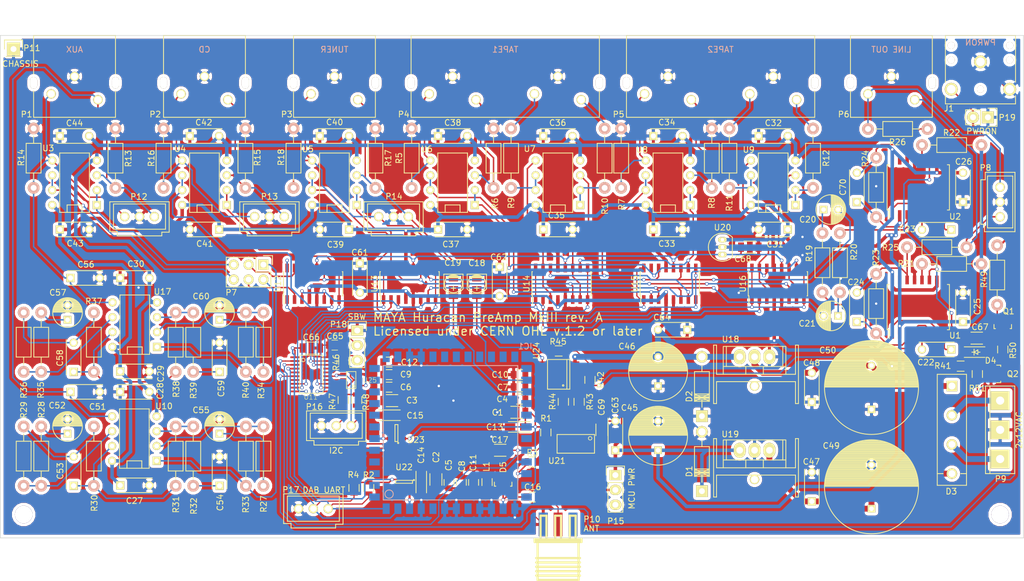
<source format=kicad_pcb>
(kicad_pcb (version 4) (host pcbnew 4.0.7)
  (title_block (title "Huracan MkIII PreAmp Board") (date 2017-09-18) (rev A1) (company "Io Engineering") (comment 1 Terje) (comment 4 "Licensed under CERN OHL v.1.2 or later"))
  (layers (0 F.Cu signal) (31 B.Cu signal) (34 B.Paste user) (35 F.Paste user) (36 B.SilkS user) (37 F.SilkS user) (38 B.Mask user) (39 F.Mask user) (44 Edge.Cuts user))
  (net 0 "")
  (net 1 +3V3)
  (net 2 GND)
  (net 3 +1V8)
  (net 4 +1V2)
  (net 5 "Net-(C16-Pad1)")
  (net 6 "Net-(C16-Pad2)")
  (net 7 "Net-(C18-Pad1)")
  (net 8 "Net-(C19-Pad1)")
  (net 9 "Net-(C47-Pad1)")
  (net 10 "Net-(C48-Pad2)")
  (net 11 "Net-(IC1-Pad1)")
  (net 12 "Net-(IC1-Pad2)")
  (net 13 "Net-(IC1-Pad3)")
  (net 14 "Net-(IC1-Pad4)")
  (net 15 "Net-(IC1-Pad7)")
  (net 16 "Net-(IC1-Pad8)")
  (net 17 "Net-(IC1-Pad9)")
  (net 18 "Net-(IC1-Pad10)")
  (net 19 "Net-(IC1-Pad11)")
  (net 20 "Net-(IC1-Pad12)")
  (net 21 "Net-(IC1-Pad13)")
  (net 22 "Net-(IC1-Pad14)")
  (net 23 "Net-(IC1-Pad17)")
  (net 24 "Net-(IC1-Pad18)")
  (net 25 "Net-(IC1-Pad19)")
  (net 26 "Net-(IC1-Pad20)")
  (net 27 "Net-(IC1-Pad21)")
  (net 28 "Net-(IC1-Pad22)")
  (net 29 "Net-(IC1-Pad23)")
  (net 30 "Net-(IC1-Pad24)")
  (net 31 "Net-(IC1-Pad25)")
  (net 32 "Net-(IC1-Pad28)")
  (net 33 "Net-(IC1-Pad29)")
  (net 34 "Net-(IC1-Pad31)")
  (net 35 "Net-(IC1-Pad34)")
  (net 36 "Net-(IC1-Pad36)")
  (net 37 "Net-(IC1-Pad41)")
  (net 38 "Net-(IC1-Pad44)")
  (net 39 /RIAA&Radio/TxD)
  (net 40 /RIAA&Radio/RxD)
  (net 41 "Net-(P6-Pad3)")
  (net 42 "Net-(P6-Pad2)")
  (net 43 "Net-(R9-Pad1)")
  (net 44 "Net-(R10-Pad1)")
  (net 45 "Net-(R11-Pad1)")
  (net 46 "Net-(R12-Pad1)")
  (net 47 "Net-(R19-Pad1)")
  (net 48 "Net-(C20-Pad1)")
  (net 49 "Net-(R20-Pad1)")
  (net 50 "Net-(C21-Pad1)")
  (net 51 "Net-(R21-Pad1)")
  (net 52 "Net-(R22-Pad1)")
  (net 53 "Net-(C24-Pad2)")
  (net 54 "Net-(C24-Pad1)")
  (net 55 "Net-(R28-Pad1)")
  (net 56 "Net-(C52-Pad1)")
  (net 57 "Net-(C53-Pad2)")
  (net 58 "Net-(C53-Pad1)")
  (net 59 "Net-(R31-Pad1)")
  (net 60 "Net-(C54-Pad1)")
  (net 61 "Net-(C55-Pad1)")
  (net 62 "Net-(U1-Pad1)")
  (net 63 "Net-(C22-Pad2)")
  (net 64 "Net-(C22-Pad1)")
  (net 65 "Net-(U1-Pad9)")
  (net 66 "Net-(U1-Pad15)")
  (net 67 "Net-(U2-Pad1)")
  (net 68 "Net-(C23-Pad2)")
  (net 69 "Net-(C23-Pad1)")
  (net 70 "Net-(U2-Pad9)")
  (net 71 "Net-(U2-Pad15)")
  (net 72 "Net-(P7-Pad5)")
  (net 73 "Net-(P7-Pad6)")
  (net 74 "Net-(U12-Pad10)")
  (net 75 "Net-(U12-Pad7)")
  (net 76 "Net-(U13-Pad15)")
  (net 77 "Net-(U13-Pad2)")
  (net 78 "Net-(U15-Pad15)")
  (net 79 "Net-(U15-Pad2)")
  (net 80 "Net-(U14-Pad11)")
  (net 81 "Net-(U14-Pad15)")
  (net 82 "Net-(U14-Pad10)")
  (net 83 "Net-(U14-Pad14)")
  (net 84 "Net-(U16-Pad11)")
  (net 85 "Net-(U16-Pad15)")
  (net 86 "Net-(P7-Pad4)")
  (net 87 /LMON)
  (net 88 /RMON)
  (net 89 VCC)
  (net 90 "Net-(P7-Pad3)")
  (net 91 +12VA)
  (net 92 -12VA)
  (net 93 "Net-(P4-Pad5)")
  (net 94 "Net-(P5-Pad3)")
  (net 95 "Net-(P5-Pad2)")
  (net 96 "Net-(P5-Pad5)")
  (net 97 "Net-(P4-Pad6)")
  (net 98 "Net-(P5-Pad6)")
  (net 99 "Net-(P4-Pad3)")
  (net 100 "Net-(P4-Pad2)")
  (net 101 "Net-(D3-Pad2)")
  (net 102 "Net-(D3-Pad3)")
  (net 103 "Net-(U12-Pad3)")
  (net 104 "Net-(U12-Pad11)")
  (net 105 "Net-(U11-Pad7)")
  (net 106 "Net-(U11-Pad5)")
  (net 107 "Net-(C57-Pad1)")
  (net 108 "Net-(C58-Pad1)")
  (net 109 "Net-(C58-Pad2)")
  (net 110 "Net-(C59-Pad1)")
  (net 111 "Net-(C60-Pad1)")
  (net 112 "Net-(R35-Pad1)")
  (net 113 "Net-(R38-Pad1)")
  (net 114 "Net-(R27-Pad1)")
  (net 115 "Net-(R34-Pad1)")
  (net 116 "Net-(P13-Pad1)")
  (net 117 "Net-(P13-Pad3)")
  (net 118 "Net-(U24-Pad5)")
  (net 119 "Net-(R41-Pad1)")
  (net 120 "Net-(R42-Pad1)")
  (net 121 "Net-(R43-Pad1)")
  (net 122 "Net-(R45-Pad1)")
  (net 123 "Net-(C65-Pad1)")
  (net 124 +5V)
  (net 125 "Net-(P16-Pad2)")
  (net 126 "Net-(P18-Pad2)")
  (net 127 /RIAA&Radio/RESET)
  (net 128 /RIAA&Radio/PWRON)
  (net 129 "Net-(P16-Pad3)")
  (net 130 "Net-(J1-Pad2)")
  (net 131 "Net-(C69-Pad1)")
  (net 132 "Net-(C70-Pad1)")
  (net 133 "Net-(C70-Pad2)")
  (net 134 "Net-(Q1-Pad1)")
  (net 135 "Net-(Q1-Pad2)")
  (net 136 +15V)
  (net 137 "Net-(Q2-Pad1)")
  (net 138 /RADIOL)
  (net 139 /RADIOR)
  (net 140 /RIAALIN)
  (net 141 /RIAARIN)
  (net 142 /VOLCTR)
  (net 143 /RIAALOUT)
  (net 144 /RIAAROUT)
  (net 145 /TC21)
  (net 146 /TMON)
  (net 147 /CD)
  (net 148 /AUX)
  (net 149 /TUNER)
  (net 150 /TC12)
  (net 151 /TAPE2)
  (net 152 /TAPE1)
  (module Capacitors_SMD:c_elec_3x5.3 (layer F.Cu) (at 77.5 -43.5 270)
    (fp_text reference C19 (at -3.6 0.1 360) (layer F.SilkS))
    (fp_text value 10uF/16V)
    (pad 1 smd rect (at 1.50114 0 270) (size 2.19964 1.6002) (layers F.Cu F.Paste F.Mask) (net 8 "Net-(C19-Pad1)"))
    (pad 2 smd rect (at -1.50114 0 270) (size 2.19964 1.6002) (layers F.Cu F.Paste F.Mask) (net 139 /RADIOR))
  )
  (module Capacitors_SMD:c_elec_3x5.3 (layer F.Cu) (at 81.5 -43.5 270)
    (fp_text reference C18 (at -3.55 0 360) (layer F.SilkS))
    (fp_text value 10uF/16V)
    (pad 1 smd rect (at 1.50114 0 270) (size 2.19964 1.6002) (layers F.Cu F.Paste F.Mask) (net 7 "Net-(C18-Pad1)"))
    (pad 2 smd rect (at -1.50114 0 270) (size 2.19964 1.6002) (layers F.Cu F.Paste F.Mask) (net 138 /RADIOL))
  )
  (module Resistors_ThroughHole:Resistor_Horizontal_RM10mm (layer F.Cu) (at 27.92 -65 270)
    (fp_text reference R16 (at 0.02 2.08 270) (layer F.SilkS))
    (fp_text value 47K)
    (pad 1 thru_hole circle (at -5.08 0 270) (size 1.99898 1.99898) (drill 1.00076) (layers *.Cu *.SilkS *.Mask) (net 2 GND))
    (pad 2 thru_hole circle (at 5.08 0 270) (size 1.99898 1.99898) (drill 1.00076) (layers *.Cu *.SilkS *.Mask) (net 116 "Net-(P13-Pad1)"))
  )
  (module Capacitors_SMD:C_1206 (layer F.Cu) (at 88.3 -21.5 180)
    (fp_text reference C1 (at 3.25 -0.04 180) (layer F.SilkS))
    (fp_text value 100nF)
    (pad 1 smd rect (at -1.5 0 180) (size 1 1.6) (layers F.Cu F.Paste F.Mask) (net 1 +3V3))
    (pad 2 smd rect (at 1.5 0 180) (size 1 1.6) (layers F.Cu F.Paste F.Mask) (net 2 GND))
  )
  (module Capacitors_SMD:C_1206 (layer F.Cu) (at 74.5 -10 90)
    (fp_text reference C2 (at 3.81 0.04 90) (layer F.SilkS))
    (fp_text value 100nF)
    (pad 1 smd rect (at -1.5 0 90) (size 1 1.6) (layers F.Cu F.Paste F.Mask) (net 3 +1V8))
    (pad 2 smd rect (at 1.5 0 90) (size 1 1.6) (layers F.Cu F.Paste F.Mask) (net 2 GND))
  )
  (module Capacitors_SMD:C_1206 (layer F.Cu) (at 67 -23.5)
    (fp_text reference C3 (at 3.39 -0.04) (layer F.SilkS))
    (fp_text value 100nF)
    (pad 1 smd rect (at -1.5 0) (size 1 1.6) (layers F.Cu F.Paste F.Mask) (net 4 +1V2))
    (pad 2 smd rect (at 1.5 0) (size 1 1.6) (layers F.Cu F.Paste F.Mask) (net 2 GND))
  )
  (module Capacitors_SMD:C_0805 (layer F.Cu) (at 88.8 -23.75 180)
    (fp_text reference C4 (at 2.95 0.01 180) (layer F.SilkS))
    (fp_text value 4.7nF)
    (pad 1 smd rect (at -1 0 180) (size 1 1.25) (layers F.Cu F.Paste F.Mask) (net 1 +3V3))
    (pad 2 smd rect (at 1 0 180) (size 1 1.25) (layers F.Cu F.Paste F.Mask) (net 2 GND))
  )
  (module Capacitors_SMD:C_0805 (layer F.Cu) (at 76.75 -9.5 90)
    (fp_text reference C5 (at 2.94 -0.06 90) (layer F.SilkS))
    (fp_text value 4.7nF)
    (pad 1 smd rect (at -1 0 90) (size 1 1.25) (layers F.Cu F.Paste F.Mask) (net 3 +1V8))
    (pad 2 smd rect (at 1 0 90) (size 1 1.25) (layers F.Cu F.Paste F.Mask) (net 2 GND))
  )
  (module Capacitors_SMD:C_0805 (layer F.Cu) (at 66.5 -25.8)
    (fp_text reference C6 (at 2.85 0) (layer F.SilkS))
    (fp_text value 4.7nF)
    (pad 1 smd rect (at -1 0) (size 1 1.25) (layers F.Cu F.Paste F.Mask) (net 4 +1V2))
    (pad 2 smd rect (at 1 0) (size 1 1.25) (layers F.Cu F.Paste F.Mask) (net 2 GND))
  )
  (module Capacitors_SMD:C_0805 (layer F.Cu) (at 88.8 -25.85 180)
    (fp_text reference C7 (at 2.87 -0.08 180) (layer F.SilkS))
    (fp_text value 68pF)
    (pad 1 smd rect (at -1 0 180) (size 1 1.25) (layers F.Cu F.Paste F.Mask) (net 1 +3V3))
    (pad 2 smd rect (at 1 0 180) (size 1 1.25) (layers F.Cu F.Paste F.Mask) (net 2 GND))
  )
  (module Capacitors_SMD:C_0805 (layer F.Cu) (at 78.85 -9.5 90)
    (fp_text reference C8 (at 2.75 0.1 90) (layer F.SilkS))
    (fp_text value 68pF)
    (pad 1 smd rect (at -1 0 90) (size 1 1.25) (layers F.Cu F.Paste F.Mask) (net 3 +1V8))
    (pad 2 smd rect (at 1 0 90) (size 1 1.25) (layers F.Cu F.Paste F.Mask) (net 2 GND))
  )
  (module Capacitors_SMD:C_0805 (layer F.Cu) (at 66.5 -27.95)
    (fp_text reference C9 (at 2.86 -0.04) (layer F.SilkS))
    (fp_text value 68pF)
    (pad 1 smd rect (at -1 0) (size 1 1.25) (layers F.Cu F.Paste F.Mask) (net 4 +1V2))
    (pad 2 smd rect (at 1 0) (size 1 1.25) (layers F.Cu F.Paste F.Mask) (net 2 GND))
  )
  (module Capacitors_SMD:C_0805 (layer F.Cu) (at 88.8 -27.95 180)
    (fp_text reference C10 (at 3.31 -0.01 180) (layer F.SilkS))
    (fp_text value 12pF)
    (pad 1 smd rect (at -1 0 180) (size 1 1.25) (layers F.Cu F.Paste F.Mask) (net 1 +3V3))
    (pad 2 smd rect (at 1 0 180) (size 1 1.25) (layers F.Cu F.Paste F.Mask) (net 2 GND))
  )
  (module Capacitors_SMD:C_0805 (layer F.Cu) (at 80.95 -9.5 90)
    (fp_text reference C11 (at 3.4 -0.08 90) (layer F.SilkS))
    (fp_text value 12pF)
    (pad 1 smd rect (at -1 0 90) (size 1 1.25) (layers F.Cu F.Paste F.Mask) (net 3 +1V8))
    (pad 2 smd rect (at 1 0 90) (size 1 1.25) (layers F.Cu F.Paste F.Mask) (net 2 GND))
  )
  (module Capacitors_SMD:C_0805 (layer F.Cu) (at 66.5 -30.1)
    (fp_text reference C12 (at 3.47 0.03) (layer F.SilkS))
    (fp_text value 12pF)
    (pad 1 smd rect (at -1 0) (size 1 1.25) (layers F.Cu F.Paste F.Mask) (net 4 +1V2))
    (pad 2 smd rect (at 1 0) (size 1 1.25) (layers F.Cu F.Paste F.Mask) (net 2 GND))
  )
  (module Capacitors_Tantalum_SMD:TantalC_SizeA_EIA-3216_Reflow (layer F.Cu) (at 88.49 -19 180)
    (fp_text reference C13 (at 3.94 -0.03 180) (layer F.SilkS))
    (fp_text value 22uF)
    (pad 2 smd rect (at 1.31 0 180) (size 1.8 1.23) (layers F.Cu F.Paste F.Mask) (net 2 GND))
    (pad 1 smd rect (at -1.31 0 180) (size 1.8 1.23) (layers F.Cu F.Paste F.Mask) (net 1 +3V3))
  )
  (module Capacitors_Tantalum_SMD:TantalC_SizeA_EIA-3216_Reflow (layer F.Cu) (at 72 -9.81 90)
    (fp_text reference C14 (at 4.35 -0.04 90) (layer F.SilkS))
    (fp_text value 22uF)
    (pad 2 smd rect (at 1.31 0 90) (size 1.8 1.23) (layers F.Cu F.Paste F.Mask) (net 2 GND))
    (pad 1 smd rect (at -1.31 0 90) (size 1.8 1.23) (layers F.Cu F.Paste F.Mask) (net 3 +1V8))
  )
  (module Capacitors_Tantalum_SMD:TantalC_SizeA_EIA-3216_Reflow (layer F.Cu) (at 66.81 -21)
    (fp_text reference C15 (at 4.13 0.05) (layer F.SilkS))
    (fp_text value 22uF)
    (pad 2 smd rect (at 1.31 0) (size 1.8 1.23) (layers F.Cu F.Paste F.Mask) (net 2 GND))
    (pad 1 smd rect (at -1.31 0) (size 1.8 1.23) (layers F.Cu F.Paste F.Mask) (net 4 +1V2))
  )
  (module Capacitors_SMD:C_0805 (layer F.Cu) (at 91 -7 180)
    (fp_text reference C16 (at -0.05 1.7 180) (layer F.SilkS))
    (fp_text value 1.5nF)
    (pad 1 smd rect (at -1 0 180) (size 1 1.25) (layers F.Cu F.Paste F.Mask) (net 5 "Net-(C16-Pad1)"))
    (pad 2 smd rect (at 1 0 180) (size 1 1.25) (layers F.Cu F.Paste F.Mask) (net 6 "Net-(C16-Pad2)"))
  )
  (module Capacitors_SMD:C_1206 (layer F.Cu) (at 85.5 -15 180)
    (fp_text reference C17 (at 0.05 1.8 180) (layer F.SilkS))
    (fp_text value 100nF)
    (pad 1 smd rect (at -1.5 0 180) (size 1 1.6) (layers F.Cu F.Paste F.Mask) (net 127 /RIAA&Radio/RESET))
    (pad 2 smd rect (at 1.5 0 180) (size 1 1.6) (layers F.Cu F.Paste F.Mask) (net 2 GND))
  )
  (module Resistors_SMD:R_0805 (layer F.Cu) (at 83.25 -9.55 90)
    (fp_text reference L1 (at 2.65 -0.1 90) (layer F.SilkS))
    (fp_text value 56nH)
    (pad 1 smd rect (at -0.95 0 90) (size 0.7 1.3) (layers F.Cu F.Paste F.Mask) (net 6 "Net-(C16-Pad2)"))
    (pad 2 smd rect (at 0.95 0 90) (size 0.7 1.3) (layers F.Cu F.Paste F.Mask) (net 2 GND))
  )
  (module Engineering_Conn:PSG01550 (layer F.Cu) (at 12.7 -79)
    (fp_text reference P1 (at -8.2 6.5) (layer F.SilkS))
    (fp_text value AUX (at 0 -4.6) (layer B.SilkS) (effects (justify mirror)))
    (pad 3 thru_hole circle (at -4 3) (size 1.6 1.6) (drill 1.2) (layers *.Cu *.Mask F.SilkS) (net 141 /RIAARIN))
    (pad 1 thru_hole circle (at 0 0) (size 1.6 1.6) (drill 1.2) (layers *.Cu *.Mask F.SilkS) (net 2 GND))
    (pad 2 thru_hole circle (at 4 4) (size 1.6 1.6) (drill 1.2) (layers *.Cu *.Mask F.SilkS) (net 140 /RIAALIN))
    (pad 4 thru_hole oval (at -7 1.1) (size 1.2 2) (drill oval 1.2 2) (layers *.Cu *.Mask F.SilkS))
    (pad 4 thru_hole oval (at 7 1.1) (size 1.2 2) (drill oval 1.2 2) (layers *.Cu *.Mask F.SilkS))
  )
  (module Engineering_Conn:PSG01550 (layer F.Cu) (at 34.92 -79)
    (fp_text reference P2 (at -8.42 6.5) (layer F.SilkS))
    (fp_text value CD (at 0 -4.6) (layer B.SilkS) (effects (justify mirror)))
    (pad 3 thru_hole circle (at -4 3) (size 1.6 1.6) (drill 1.2) (layers *.Cu *.Mask F.SilkS) (net 116 "Net-(P13-Pad1)"))
    (pad 1 thru_hole circle (at 0 0) (size 1.6 1.6) (drill 1.2) (layers *.Cu *.Mask F.SilkS) (net 2 GND))
    (pad 2 thru_hole circle (at 4 4) (size 1.6 1.6) (drill 1.2) (layers *.Cu *.Mask F.SilkS) (net 117 "Net-(P13-Pad3)"))
    (pad 4 thru_hole oval (at -7 1.1) (size 1.2 2) (drill oval 1.2 2) (layers *.Cu *.Mask F.SilkS))
    (pad 4 thru_hole oval (at 7 1.1) (size 1.2 2) (drill oval 1.2 2) (layers *.Cu *.Mask F.SilkS))
  )
  (module Engineering_Conn:PSG01550 (layer F.Cu) (at 57.15 -79)
    (fp_text reference P3 (at -8.15 6.5) (layer F.SilkS))
    (fp_text value TUNER (at 0 -4.6) (layer B.SilkS) (effects (justify mirror)))
    (pad 3 thru_hole circle (at -4 3) (size 1.6 1.6) (drill 1.2) (layers *.Cu *.Mask F.SilkS) (net 139 /RADIOR))
    (pad 1 thru_hole circle (at 0 0) (size 1.6 1.6) (drill 1.2) (layers *.Cu *.Mask F.SilkS) (net 2 GND))
    (pad 2 thru_hole circle (at 4 4) (size 1.6 1.6) (drill 1.2) (layers *.Cu *.Mask F.SilkS) (net 138 /RADIOL))
    (pad 4 thru_hole oval (at -7 1.1) (size 1.2 2) (drill oval 1.2 2) (layers *.Cu *.Mask F.SilkS))
    (pad 4 thru_hole oval (at 7 1.1) (size 1.2 2) (drill oval 1.2 2) (layers *.Cu *.Mask F.SilkS))
  )
  (module Engineering_Conn:PSG01550 (layer F.Cu) (at 152.4 -79)
    (fp_text reference P6 (at -8.15 6.5) (layer F.SilkS))
    (fp_text value "LINE OUT" (at 0 -4.6) (layer B.SilkS) (effects (justify mirror)))
    (pad 3 thru_hole circle (at -4 3) (size 1.6 1.6) (drill 1.2) (layers *.Cu *.Mask F.SilkS) (net 41 "Net-(P6-Pad3)"))
    (pad 1 thru_hole circle (at 0 0) (size 1.6 1.6) (drill 1.2) (layers *.Cu *.Mask F.SilkS) (net 2 GND))
    (pad 2 thru_hole circle (at 4 4) (size 1.6 1.6) (drill 1.2) (layers *.Cu *.Mask F.SilkS) (net 42 "Net-(P6-Pad2)"))
    (pad 4 thru_hole oval (at -7 1.1) (size 1.2 2) (drill oval 1.2 2) (layers *.Cu *.Mask F.SilkS))
    (pad 4 thru_hole oval (at 7 1.1) (size 1.2 2) (drill oval 1.2 2) (layers *.Cu *.Mask F.SilkS))
  )
  (module Resistors_ThroughHole:Resistor_Horizontal_RM10mm (layer F.Cu) (at 70.36 -65 90)
    (fp_text reference R5 (at 0 -2.16 90) (layer F.SilkS))
    (fp_text value 47K)
    (pad 1 thru_hole circle (at -5.08 0 90) (size 1.99898 1.99898) (drill 1.00076) (layers *.Cu *.SilkS *.Mask) (net 99 "Net-(P4-Pad3)"))
    (pad 2 thru_hole circle (at 5.08 0 90) (size 1.99898 1.99898) (drill 1.00076) (layers *.Cu *.SilkS *.Mask) (net 2 GND))
  )
  (module Resistors_ThroughHole:Resistor_Horizontal_RM10mm (layer F.Cu) (at 84.36 -65 270)
    (fp_text reference R6 (at 7.75 -0.26 270) (layer F.SilkS))
    (fp_text value 47K)
    (pad 1 thru_hole circle (at -5.08 0 270) (size 1.99898 1.99898) (drill 1.00076) (layers *.Cu *.SilkS *.Mask) (net 2 GND))
    (pad 2 thru_hole circle (at 5.08 0 270) (size 1.99898 1.99898) (drill 1.00076) (layers *.Cu *.SilkS *.Mask) (net 100 "Net-(P4-Pad2)"))
  )
  (module Resistors_ThroughHole:Resistor_Horizontal_RM10mm (layer F.Cu) (at 106.19 -65 90)
    (fp_text reference R7 (at -7.9 0.1 90) (layer F.SilkS))
    (fp_text value 47K)
    (pad 1 thru_hole circle (at -5.08 0 90) (size 1.99898 1.99898) (drill 1.00076) (layers *.Cu *.SilkS *.Mask) (net 94 "Net-(P5-Pad3)"))
    (pad 2 thru_hole circle (at 5.08 0 90) (size 1.99898 1.99898) (drill 1.00076) (layers *.Cu *.SilkS *.Mask) (net 2 GND))
  )
  (module Resistors_ThroughHole:Resistor_Horizontal_RM10mm (layer F.Cu) (at 121.69 -65 90)
    (fp_text reference R8 (at -7.68 -0.01 90) (layer F.SilkS))
    (fp_text value 47K)
    (pad 1 thru_hole circle (at -5.08 0 90) (size 1.99898 1.99898) (drill 1.00076) (layers *.Cu *.SilkS *.Mask) (net 95 "Net-(P5-Pad2)"))
    (pad 2 thru_hole circle (at 5.08 0 90) (size 1.99898 1.99898) (drill 1.00076) (layers *.Cu *.SilkS *.Mask) (net 2 GND))
  )
  (module Resistors_ThroughHole:Resistor_Horizontal_RM10mm (layer F.Cu) (at 87.36 -65 90)
    (fp_text reference R9 (at -7.67 0.02 90) (layer F.SilkS))
    (fp_text value 680R)
    (pad 1 thru_hole circle (at -5.08 0 90) (size 1.99898 1.99898) (drill 1.00076) (layers *.Cu *.SilkS *.Mask) (net 43 "Net-(R9-Pad1)"))
    (pad 2 thru_hole circle (at 5.08 0 90) (size 1.99898 1.99898) (drill 1.00076) (layers *.Cu *.SilkS *.Mask) (net 97 "Net-(P4-Pad6)"))
  )
  (module Resistors_ThroughHole:Resistor_Horizontal_RM10mm (layer F.Cu) (at 103.36 -65 90)
    (fp_text reference R10 (at -8.21 0.05 90) (layer F.SilkS))
    (fp_text value 680R)
    (pad 1 thru_hole circle (at -5.08 0 90) (size 1.99898 1.99898) (drill 1.00076) (layers *.Cu *.SilkS *.Mask) (net 44 "Net-(R10-Pad1)"))
    (pad 2 thru_hole circle (at 5.08 0 90) (size 1.99898 1.99898) (drill 1.00076) (layers *.Cu *.SilkS *.Mask) (net 93 "Net-(P4-Pad5)"))
  )
  (module Resistors_ThroughHole:Resistor_Horizontal_RM10mm (layer F.Cu) (at 124.69 -65 90)
    (fp_text reference R11 (at -7.66 0 90) (layer F.SilkS))
    (fp_text value 680R)
    (pad 1 thru_hole circle (at -5.08 0 90) (size 1.99898 1.99898) (drill 1.00076) (layers *.Cu *.SilkS *.Mask) (net 45 "Net-(R11-Pad1)"))
    (pad 2 thru_hole circle (at 5.08 0 90) (size 1.99898 1.99898) (drill 1.00076) (layers *.Cu *.SilkS *.Mask) (net 98 "Net-(P5-Pad6)"))
  )
  (module Resistors_ThroughHole:Resistor_Horizontal_RM10mm (layer F.Cu) (at 139 -65 90)
    (fp_text reference R12 (at 0 2.25 90) (layer F.SilkS))
    (fp_text value 680R)
    (pad 1 thru_hole circle (at -5.08 0 90) (size 1.99898 1.99898) (drill 1.00076) (layers *.Cu *.SilkS *.Mask) (net 46 "Net-(R12-Pad1)"))
    (pad 2 thru_hole circle (at 5.08 0 90) (size 1.99898 1.99898) (drill 1.00076) (layers *.Cu *.SilkS *.Mask) (net 96 "Net-(P5-Pad5)"))
  )
  (module Resistors_ThroughHole:Resistor_Horizontal_RM10mm (layer F.Cu) (at 19.7 -65 270)
    (fp_text reference R13 (at 0.07 -2.21 270) (layer F.SilkS))
    (fp_text value 47K)
    (pad 1 thru_hole circle (at -5.08 0 270) (size 1.99898 1.99898) (drill 1.00076) (layers *.Cu *.SilkS *.Mask) (net 2 GND))
    (pad 2 thru_hole circle (at 5.08 0 270) (size 1.99898 1.99898) (drill 1.00076) (layers *.Cu *.SilkS *.Mask) (net 140 /RIAALIN))
  )
  (module Resistors_ThroughHole:Resistor_Horizontal_RM10mm (layer F.Cu) (at 5.7 -65 270)
    (fp_text reference R14 (at -0.1 2.12 270) (layer F.SilkS))
    (fp_text value 47K)
    (pad 1 thru_hole circle (at -5.08 0 270) (size 1.99898 1.99898) (drill 1.00076) (layers *.Cu *.SilkS *.Mask) (net 2 GND))
    (pad 2 thru_hole circle (at 5.08 0 270) (size 1.99898 1.99898) (drill 1.00076) (layers *.Cu *.SilkS *.Mask) (net 141 /RIAARIN))
  )
  (module Resistors_ThroughHole:Resistor_Horizontal_RM10mm (layer F.Cu) (at 41.92 -65 270)
    (fp_text reference R15 (at -0.1 -2.06 270) (layer F.SilkS))
    (fp_text value 47K)
    (pad 1 thru_hole circle (at -5.08 0 270) (size 1.99898 1.99898) (drill 1.00076) (layers *.Cu *.SilkS *.Mask) (net 2 GND))
    (pad 2 thru_hole circle (at 5.08 0 270) (size 1.99898 1.99898) (drill 1.00076) (layers *.Cu *.SilkS *.Mask) (net 117 "Net-(P13-Pad3)"))
  )
  (module Resistors_ThroughHole:Resistor_Horizontal_RM10mm (layer F.Cu) (at 64.15 -65 270)
    (fp_text reference R17 (at -0.02 -2.2 270) (layer F.SilkS))
    (fp_text value 47K)
    (pad 1 thru_hole circle (at -5.08 0 270) (size 1.99898 1.99898) (drill 1.00076) (layers *.Cu *.SilkS *.Mask) (net 2 GND))
    (pad 2 thru_hole circle (at 5.08 0 270) (size 1.99898 1.99898) (drill 1.00076) (layers *.Cu *.SilkS *.Mask) (net 138 /RADIOL))
  )
  (module Resistors_ThroughHole:Resistor_Horizontal_RM10mm (layer F.Cu) (at 50.15 -65 270)
    (fp_text reference R18 (at -0.15 2.12 270) (layer F.SilkS))
    (fp_text value 47K)
    (pad 1 thru_hole circle (at -5.08 0 270) (size 1.99898 1.99898) (drill 1.00076) (layers *.Cu *.SilkS *.Mask) (net 2 GND))
    (pad 2 thru_hole circle (at 5.08 0 270) (size 1.99898 1.99898) (drill 1.00076) (layers *.Cu *.SilkS *.Mask) (net 139 /RADIOR))
  )
  (module Resistors_ThroughHole:Resistor_Horizontal_RM10mm (layer F.Cu) (at 140.6 -47.1 90)
    (fp_text reference R19 (at 1.6 -2.25 90) (layer F.SilkS))
    (fp_text value 18K)
    (pad 1 thru_hole circle (at -5.08 0 90) (size 1.99898 1.99898) (drill 1.00076) (layers *.Cu *.SilkS *.Mask) (net 47 "Net-(R19-Pad1)"))
    (pad 2 thru_hole circle (at 5.08 0 90) (size 1.99898 1.99898) (drill 1.00076) (layers *.Cu *.SilkS *.Mask) (net 48 "Net-(C20-Pad1)"))
  )
  (module Resistors_ThroughHole:Resistor_Horizontal_RM10mm (layer F.Cu) (at 143.6 -47.1 270)
    (fp_text reference R20 (at -1.85 -2.4 270) (layer F.SilkS))
    (fp_text value 18K)
    (pad 1 thru_hole circle (at -5.08 0 270) (size 1.99898 1.99898) (drill 1.00076) (layers *.Cu *.SilkS *.Mask) (net 49 "Net-(R20-Pad1)"))
    (pad 2 thru_hole circle (at 5.08 0 270) (size 1.99898 1.99898) (drill 1.00076) (layers *.Cu *.SilkS *.Mask) (net 50 "Net-(C21-Pad1)"))
  )
  (module Resistors_ThroughHole:Resistor_Horizontal_RM10mm (layer F.Cu) (at 162.715 -46.9)
    (fp_text reference R21 (at -7.765 -0.05) (layer F.SilkS))
    (fp_text value 150K)
    (pad 1 thru_hole circle (at -5.08 0) (size 1.99898 1.99898) (drill 1.00076) (layers *.Cu *.SilkS *.Mask) (net 51 "Net-(R21-Pad1)"))
    (pad 2 thru_hole circle (at 5.08 0) (size 1.99898 1.99898) (drill 1.00076) (layers *.Cu *.SilkS *.Mask) (net 91 +12VA))
  )
  (module Resistors_ThroughHole:Resistor_Horizontal_RM10mm (layer F.Cu) (at 162.715 -67.24)
    (fp_text reference R22 (at -0.015 -2.11) (layer F.SilkS))
    (fp_text value 150K)
    (pad 1 thru_hole circle (at -5.08 0) (size 1.99898 1.99898) (drill 1.00076) (layers *.Cu *.SilkS *.Mask) (net 52 "Net-(R22-Pad1)"))
    (pad 2 thru_hole circle (at 5.08 0) (size 1.99898 1.99898) (drill 1.00076) (layers *.Cu *.SilkS *.Mask) (net 91 +12VA))
  )
  (module Resistors_ThroughHole:Resistor_Horizontal_RM10mm (layer F.Cu) (at 149.8 -40.1 270)
    (fp_text reference R23 (at -7.83 0.02 270) (layer F.SilkS))
    (fp_text value 18K)
    (pad 1 thru_hole circle (at -5.08 0 270) (size 1.99898 1.99898) (drill 1.00076) (layers *.Cu *.SilkS *.Mask) (net 53 "Net-(C24-Pad2)"))
    (pad 2 thru_hole circle (at 5.08 0 270) (size 1.99898 1.99898) (drill 1.00076) (layers *.Cu *.SilkS *.Mask) (net 54 "Net-(C24-Pad1)"))
  )
  (module Resistors_ThroughHole:Resistor_Horizontal_RM10mm (layer F.Cu) (at 149.8 -60 270)
    (fp_text reference R24 (at -4.92 1.86 270) (layer F.SilkS))
    (fp_text value 18K)
    (pad 1 thru_hole circle (at -5.08 0 270) (size 1.99898 1.99898) (drill 1.00076) (layers *.Cu *.SilkS *.Mask) (net 133 "Net-(C70-Pad2)"))
    (pad 2 thru_hole circle (at 5.08 0 270) (size 1.99898 1.99898) (drill 1.00076) (layers *.Cu *.SilkS *.Mask) (net 132 "Net-(C70-Pad1)"))
  )
  (module Resistors_ThroughHole:Resistor_Horizontal_RM10mm (layer F.Cu) (at 160.175 -49.75 180)
    (fp_text reference R25 (at 7.925 -0.05 180) (layer F.SilkS))
    (fp_text value 100R)
    (pad 1 thru_hole circle (at -5.08 0 180) (size 1.99898 1.99898) (drill 1.00076) (layers *.Cu *.SilkS *.Mask) (net 42 "Net-(P6-Pad2)"))
    (pad 2 thru_hole circle (at 5.08 0 180) (size 1.99898 1.99898) (drill 1.00076) (layers *.Cu *.SilkS *.Mask) (net 53 "Net-(C24-Pad2)"))
  )
  (module Resistors_ThroughHole:Resistor_Horizontal_RM10mm (layer F.Cu) (at 153.48 -70)
    (fp_text reference R26 (at -0.03 2.25) (layer F.SilkS))
    (fp_text value 100R)
    (pad 1 thru_hole circle (at -5.08 0) (size 1.99898 1.99898) (drill 1.00076) (layers *.Cu *.SilkS *.Mask) (net 41 "Net-(P6-Pad3)"))
    (pad 2 thru_hole circle (at 5.08 0) (size 1.99898 1.99898) (drill 1.00076) (layers *.Cu *.SilkS *.Mask) (net 133 "Net-(C70-Pad2)"))
  )
  (module Resistors_ThroughHole:Resistor_Horizontal_RM10mm (layer F.Cu) (at 45 -14 270)
    (fp_text reference R27 (at 8.2 -0.05 270) (layer F.SilkS))
    (fp_text value 5K6)
    (pad 1 thru_hole circle (at -5.08 0 270) (size 1.99898 1.99898) (drill 1.00076) (layers *.Cu *.SilkS *.Mask) (net 114 "Net-(R27-Pad1)"))
    (pad 2 thru_hole circle (at 5.08 0 270) (size 1.99898 1.99898) (drill 1.00076) (layers *.Cu *.SilkS *.Mask) (net 61 "Net-(C55-Pad1)"))
  )
  (module Resistors_ThroughHole:Resistor_Horizontal_RM10mm (layer F.Cu) (at 7 -14 90)
    (fp_text reference R28 (at 7.96 0.05 90) (layer F.SilkS))
    (fp_text value 5K6)
    (pad 1 thru_hole circle (at -5.08 0 90) (size 1.99898 1.99898) (drill 1.00076) (layers *.Cu *.SilkS *.Mask) (net 55 "Net-(R28-Pad1)"))
    (pad 2 thru_hole circle (at 5.08 0 90) (size 1.99898 1.99898) (drill 1.00076) (layers *.Cu *.SilkS *.Mask) (net 56 "Net-(C52-Pad1)"))
  )
  (module Resistors_ThroughHole:Resistor_Horizontal_RM10mm (layer F.Cu) (at 4 -14 270)
    (fp_text reference R29 (at -7.91 -0.02 270) (layer F.SilkS))
    (fp_text value 24K)
    (pad 1 thru_hole circle (at -5.08 0 270) (size 1.99898 1.99898) (drill 1.00076) (layers *.Cu *.SilkS *.Mask) (net 57 "Net-(C53-Pad2)"))
    (pad 2 thru_hole circle (at 5.08 0 270) (size 1.99898 1.99898) (drill 1.00076) (layers *.Cu *.SilkS *.Mask) (net 55 "Net-(R28-Pad1)"))
  )
  (module Resistors_ThroughHole:Resistor_Horizontal_RM10mm (layer F.Cu) (at 16 -14 90)
    (fp_text reference R30 (at -8.05 0.1 90) (layer F.SilkS))
    (fp_text value 270K)
    (pad 1 thru_hole circle (at -5.08 0 90) (size 1.99898 1.99898) (drill 1.00076) (layers *.Cu *.SilkS *.Mask) (net 58 "Net-(C53-Pad1)"))
    (pad 2 thru_hole circle (at 5.08 0 90) (size 1.99898 1.99898) (drill 1.00076) (layers *.Cu *.SilkS *.Mask) (net 57 "Net-(C53-Pad2)"))
  )
  (module Resistors_ThroughHole:Resistor_Horizontal_RM10mm (layer F.Cu) (at 30 -14 270)
    (fp_text reference R31 (at 8.3 -0.05 270) (layer F.SilkS))
    (fp_text value 27K)
    (pad 1 thru_hole circle (at -5.08 0 270) (size 1.99898 1.99898) (drill 1.00076) (layers *.Cu *.SilkS *.Mask) (net 59 "Net-(R31-Pad1)"))
    (pad 2 thru_hole circle (at 5.08 0 270) (size 1.99898 1.99898) (drill 1.00076) (layers *.Cu *.SilkS *.Mask) (net 58 "Net-(C53-Pad1)"))
  )
  (module Resistors_ThroughHole:Resistor_Horizontal_RM10mm (layer F.Cu) (at 33 -14 270)
    (fp_text reference R32 (at 8.55 -0.1 270) (layer F.SilkS))
    (fp_text value 1K)
    (pad 1 thru_hole circle (at -5.08 0 270) (size 1.99898 1.99898) (drill 1.00076) (layers *.Cu *.SilkS *.Mask) (net 59 "Net-(R31-Pad1)"))
    (pad 2 thru_hole circle (at 5.08 0 270) (size 1.99898 1.99898) (drill 1.00076) (layers *.Cu *.SilkS *.Mask) (net 60 "Net-(C54-Pad1)"))
  )
  (module Resistors_ThroughHole:Resistor_Horizontal_RM10mm (layer F.Cu) (at 42 -14 90)
    (fp_text reference R33 (at -8.3 0 90) (layer F.SilkS))
    (fp_text value 56K)
    (pad 1 thru_hole circle (at -5.08 0 90) (size 1.99898 1.99898) (drill 1.00076) (layers *.Cu *.SilkS *.Mask) (net 143 /RIAALOUT))
    (pad 2 thru_hole circle (at 5.08 0 90) (size 1.99898 1.99898) (drill 1.00076) (layers *.Cu *.SilkS *.Mask) (net 114 "Net-(R27-Pad1)"))
  )
  (module Housings_SOIC:SOIC-16_7.5x10.3mm_Pitch1.27mm (layer F.Cu) (at 157 -39.5 90)
    (fp_text reference U1 (at -4.85 6.3 180) (layer F.SilkS))
    (fp_text value SSM-2018T)
    (pad 1 smd rect (at -4.65 -4.445 90) (size 1.5 0.6) (layers F.Cu F.Paste F.Mask) (net 62 "Net-(U1-Pad1)"))
    (pad 2 smd rect (at -4.65 -3.175 90) (size 1.5 0.6) (layers F.Cu F.Paste F.Mask) (net 91 +12VA))
    (pad 3 smd rect (at -4.65 -1.905 90) (size 1.5 0.6) (layers F.Cu F.Paste F.Mask) (net 54 "Net-(C24-Pad1)"))
    (pad 4 smd rect (at -4.65 -0.635 90) (size 1.5 0.6) (layers F.Cu F.Paste F.Mask) (net 47 "Net-(R19-Pad1)"))
    (pad 5 smd rect (at -4.65 0.635 90) (size 1.5 0.6) (layers F.Cu F.Paste F.Mask) (net 63 "Net-(C22-Pad2)"))
    (pad 6 smd rect (at -4.65 1.905 90) (size 1.5 0.6) (layers F.Cu F.Paste F.Mask) (net 47 "Net-(R19-Pad1)"))
    (pad 7 smd rect (at -4.65 3.175 90) (size 1.5 0.6) (layers F.Cu F.Paste F.Mask) (net 62 "Net-(U1-Pad1)"))
    (pad 8 smd rect (at -4.65 4.445 90) (size 1.5 0.6) (layers F.Cu F.Paste F.Mask) (net 64 "Net-(C22-Pad1)"))
    (pad 9 smd rect (at 4.65 4.445 90) (size 1.5 0.6) (layers F.Cu F.Paste F.Mask) (net 65 "Net-(U1-Pad9)"))
    (pad 10 smd rect (at 4.65 3.175 90) (size 1.5 0.6) (layers F.Cu F.Paste F.Mask) (net 92 -12VA))
    (pad 11 smd rect (at 4.65 1.905 90) (size 1.5 0.6) (layers F.Cu F.Paste F.Mask) (net 142 /VOLCTR))
    (pad 12 smd rect (at 4.65 0.635 90) (size 1.5 0.6) (layers F.Cu F.Paste F.Mask) (net 51 "Net-(R21-Pad1)"))
    (pad 13 smd rect (at 4.65 -0.635 90) (size 1.5 0.6) (layers F.Cu F.Paste F.Mask) (net 2 GND))
    (pad 14 smd rect (at 4.65 -1.905 90) (size 1.5 0.6) (layers F.Cu F.Paste F.Mask) (net 53 "Net-(C24-Pad2)"))
    (pad 15 smd rect (at 4.65 -3.175 90) (size 1.5 0.6) (layers F.Cu F.Paste F.Mask) (net 66 "Net-(U1-Pad15)"))
    (pad 16 smd rect (at 4.65 -4.445 90) (size 1.5 0.6) (layers F.Cu F.Paste F.Mask) (net 92 -12VA))
  )
  (module Housings_SOIC:SOIC-16_7.5x10.3mm_Pitch1.27mm (layer F.Cu) (at 157 -60 90)
    (fp_text reference U2 (at -5 6.3 180) (layer F.SilkS))
    (fp_text value SSM-2018T)
    (pad 1 smd rect (at -4.65 -4.445 90) (size 1.5 0.6) (layers F.Cu F.Paste F.Mask) (net 67 "Net-(U2-Pad1)"))
    (pad 2 smd rect (at -4.65 -3.175 90) (size 1.5 0.6) (layers F.Cu F.Paste F.Mask) (net 91 +12VA))
    (pad 3 smd rect (at -4.65 -1.905 90) (size 1.5 0.6) (layers F.Cu F.Paste F.Mask) (net 132 "Net-(C70-Pad1)"))
    (pad 4 smd rect (at -4.65 -0.635 90) (size 1.5 0.6) (layers F.Cu F.Paste F.Mask) (net 49 "Net-(R20-Pad1)"))
    (pad 5 smd rect (at -4.65 0.635 90) (size 1.5 0.6) (layers F.Cu F.Paste F.Mask) (net 68 "Net-(C23-Pad2)"))
    (pad 6 smd rect (at -4.65 1.905 90) (size 1.5 0.6) (layers F.Cu F.Paste F.Mask) (net 49 "Net-(R20-Pad1)"))
    (pad 7 smd rect (at -4.65 3.175 90) (size 1.5 0.6) (layers F.Cu F.Paste F.Mask) (net 67 "Net-(U2-Pad1)"))
    (pad 8 smd rect (at -4.65 4.445 90) (size 1.5 0.6) (layers F.Cu F.Paste F.Mask) (net 69 "Net-(C23-Pad1)"))
    (pad 9 smd rect (at 4.65 4.445 90) (size 1.5 0.6) (layers F.Cu F.Paste F.Mask) (net 70 "Net-(U2-Pad9)"))
    (pad 10 smd rect (at 4.65 3.175 90) (size 1.5 0.6) (layers F.Cu F.Paste F.Mask) (net 92 -12VA))
    (pad 11 smd rect (at 4.65 1.905 90) (size 1.5 0.6) (layers F.Cu F.Paste F.Mask) (net 142 /VOLCTR))
    (pad 12 smd rect (at 4.65 0.635 90) (size 1.5 0.6) (layers F.Cu F.Paste F.Mask) (net 52 "Net-(R22-Pad1)"))
    (pad 13 smd rect (at 4.65 -0.635 90) (size 1.5 0.6) (layers F.Cu F.Paste F.Mask) (net 2 GND))
    (pad 14 smd rect (at 4.65 -1.905 90) (size 1.5 0.6) (layers F.Cu F.Paste F.Mask) (net 133 "Net-(C70-Pad2)"))
    (pad 15 smd rect (at 4.65 -3.175 90) (size 1.5 0.6) (layers F.Cu F.Paste F.Mask) (net 71 "Net-(U2-Pad15)"))
    (pad 16 smd rect (at 4.65 -4.445 90) (size 1.5 0.6) (layers F.Cu F.Paste F.Mask) (net 92 -12VA))
  )
  (module Sockets_DIP:DIP-8__300 (layer F.Cu) (at 12.7 -60.8 90)
    (fp_text reference U3 (at 5.9 -4.5 180) (layer F.SilkS))
    (fp_text value OP275)
    (pad 1 thru_hole rect (at -3.81 3.81 90) (size 1.397 1.397) (drill 0.8128) (layers *.Cu *.Mask F.SilkS) (net 72 "Net-(P7-Pad5)"))
    (pad 2 thru_hole circle (at -1.27 3.81 90) (size 1.397 1.397) (drill 0.8128) (layers *.Cu *.Mask F.SilkS) (net 72 "Net-(P7-Pad5)"))
    (pad 3 thru_hole circle (at 1.27 3.81 90) (size 1.397 1.397) (drill 0.8128) (layers *.Cu *.Mask F.SilkS) (net 140 /RIAALIN))
    (pad 4 thru_hole circle (at 3.81 3.81 90) (size 1.397 1.397) (drill 0.8128) (layers *.Cu *.Mask F.SilkS) (net 92 -12VA))
    (pad 5 thru_hole circle (at 3.81 -3.81 90) (size 1.397 1.397) (drill 0.8128) (layers *.Cu *.Mask F.SilkS) (net 141 /RIAARIN))
    (pad 6 thru_hole circle (at 1.27 -3.81 90) (size 1.397 1.397) (drill 0.8128) (layers *.Cu *.Mask F.SilkS) (net 73 "Net-(P7-Pad6)"))
    (pad 7 thru_hole circle (at -1.27 -3.81 90) (size 1.397 1.397) (drill 0.8128) (layers *.Cu *.Mask F.SilkS) (net 73 "Net-(P7-Pad6)"))
    (pad 8 thru_hole circle (at -3.81 -3.81 90) (size 1.397 1.397) (drill 0.8128) (layers *.Cu *.Mask F.SilkS) (net 91 +12VA))
  )
  (module Sockets_DIP:DIP-8__300 (layer F.Cu) (at 34.92 -60.8 90)
    (fp_text reference U4 (at 5.8 -4.17 180) (layer F.SilkS))
    (fp_text value OP275)
    (pad 1 thru_hole rect (at -3.81 3.81 90) (size 1.397 1.397) (drill 0.8128) (layers *.Cu *.Mask F.SilkS) (net 74 "Net-(U12-Pad10)"))
    (pad 2 thru_hole circle (at -1.27 3.81 90) (size 1.397 1.397) (drill 0.8128) (layers *.Cu *.Mask F.SilkS) (net 74 "Net-(U12-Pad10)"))
    (pad 3 thru_hole circle (at 1.27 3.81 90) (size 1.397 1.397) (drill 0.8128) (layers *.Cu *.Mask F.SilkS) (net 117 "Net-(P13-Pad3)"))
    (pad 4 thru_hole circle (at 3.81 3.81 90) (size 1.397 1.397) (drill 0.8128) (layers *.Cu *.Mask F.SilkS) (net 92 -12VA))
    (pad 5 thru_hole circle (at 3.81 -3.81 90) (size 1.397 1.397) (drill 0.8128) (layers *.Cu *.Mask F.SilkS) (net 116 "Net-(P13-Pad1)"))
    (pad 6 thru_hole circle (at 1.27 -3.81 90) (size 1.397 1.397) (drill 0.8128) (layers *.Cu *.Mask F.SilkS) (net 75 "Net-(U12-Pad7)"))
    (pad 7 thru_hole circle (at -1.27 -3.81 90) (size 1.397 1.397) (drill 0.8128) (layers *.Cu *.Mask F.SilkS) (net 75 "Net-(U12-Pad7)"))
    (pad 8 thru_hole circle (at -3.81 -3.81 90) (size 1.397 1.397) (drill 0.8128) (layers *.Cu *.Mask F.SilkS) (net 91 +12VA))
  )
  (module Sockets_DIP:DIP-8__300 (layer F.Cu) (at 57.15 -60.8 90)
    (fp_text reference U5 (at 5.75 -4.55 180) (layer F.SilkS))
    (fp_text value OP275)
    (pad 1 thru_hole rect (at -3.81 3.81 90) (size 1.397 1.397) (drill 0.8128) (layers *.Cu *.Mask F.SilkS) (net 76 "Net-(U13-Pad15)"))
    (pad 2 thru_hole circle (at -1.27 3.81 90) (size 1.397 1.397) (drill 0.8128) (layers *.Cu *.Mask F.SilkS) (net 76 "Net-(U13-Pad15)"))
    (pad 3 thru_hole circle (at 1.27 3.81 90) (size 1.397 1.397) (drill 0.8128) (layers *.Cu *.Mask F.SilkS) (net 138 /RADIOL))
    (pad 4 thru_hole circle (at 3.81 3.81 90) (size 1.397 1.397) (drill 0.8128) (layers *.Cu *.Mask F.SilkS) (net 92 -12VA))
    (pad 5 thru_hole circle (at 3.81 -3.81 90) (size 1.397 1.397) (drill 0.8128) (layers *.Cu *.Mask F.SilkS) (net 139 /RADIOR))
    (pad 6 thru_hole circle (at 1.27 -3.81 90) (size 1.397 1.397) (drill 0.8128) (layers *.Cu *.Mask F.SilkS) (net 77 "Net-(U13-Pad2)"))
    (pad 7 thru_hole circle (at -1.27 -3.81 90) (size 1.397 1.397) (drill 0.8128) (layers *.Cu *.Mask F.SilkS) (net 77 "Net-(U13-Pad2)"))
    (pad 8 thru_hole circle (at -3.81 -3.81 90) (size 1.397 1.397) (drill 0.8128) (layers *.Cu *.Mask F.SilkS) (net 91 +12VA))
  )
  (module Sockets_DIP:DIP-8__300 (layer F.Cu) (at 77.36 -60.8 90)
    (fp_text reference U6 (at 5.75 -4.41 180) (layer F.SilkS))
    (fp_text value OP275)
    (pad 1 thru_hole rect (at -3.81 3.81 90) (size 1.397 1.397) (drill 0.8128) (layers *.Cu *.Mask F.SilkS) (net 78 "Net-(U15-Pad15)"))
    (pad 2 thru_hole circle (at -1.27 3.81 90) (size 1.397 1.397) (drill 0.8128) (layers *.Cu *.Mask F.SilkS) (net 78 "Net-(U15-Pad15)"))
    (pad 3 thru_hole circle (at 1.27 3.81 90) (size 1.397 1.397) (drill 0.8128) (layers *.Cu *.Mask F.SilkS) (net 100 "Net-(P4-Pad2)"))
    (pad 4 thru_hole circle (at 3.81 3.81 90) (size 1.397 1.397) (drill 0.8128) (layers *.Cu *.Mask F.SilkS) (net 92 -12VA))
    (pad 5 thru_hole circle (at 3.81 -3.81 90) (size 1.397 1.397) (drill 0.8128) (layers *.Cu *.Mask F.SilkS) (net 99 "Net-(P4-Pad3)"))
    (pad 6 thru_hole circle (at 1.27 -3.81 90) (size 1.397 1.397) (drill 0.8128) (layers *.Cu *.Mask F.SilkS) (net 79 "Net-(U15-Pad2)"))
    (pad 7 thru_hole circle (at -1.27 -3.81 90) (size 1.397 1.397) (drill 0.8128) (layers *.Cu *.Mask F.SilkS) (net 79 "Net-(U15-Pad2)"))
    (pad 8 thru_hole circle (at -3.81 -3.81 90) (size 1.397 1.397) (drill 0.8128) (layers *.Cu *.Mask F.SilkS) (net 91 +12VA))
  )
  (module Sockets_DIP:DIP-8__300 (layer F.Cu) (at 95.36 -60.8 90)
    (fp_text reference U7 (at 5.8 -4.81 180) (layer F.SilkS))
    (fp_text value OP275)
    (pad 1 thru_hole rect (at -3.81 3.81 90) (size 1.397 1.397) (drill 0.8128) (layers *.Cu *.Mask F.SilkS) (net 44 "Net-(R10-Pad1)"))
    (pad 2 thru_hole circle (at -1.27 3.81 90) (size 1.397 1.397) (drill 0.8128) (layers *.Cu *.Mask F.SilkS) (net 44 "Net-(R10-Pad1)"))
    (pad 3 thru_hole circle (at 1.27 3.81 90) (size 1.397 1.397) (drill 0.8128) (layers *.Cu *.Mask F.SilkS) (net 80 "Net-(U14-Pad11)"))
    (pad 4 thru_hole circle (at 3.81 3.81 90) (size 1.397 1.397) (drill 0.8128) (layers *.Cu *.Mask F.SilkS) (net 92 -12VA))
    (pad 5 thru_hole circle (at 3.81 -3.81 90) (size 1.397 1.397) (drill 0.8128) (layers *.Cu *.Mask F.SilkS) (net 81 "Net-(U14-Pad15)"))
    (pad 6 thru_hole circle (at 1.27 -3.81 90) (size 1.397 1.397) (drill 0.8128) (layers *.Cu *.Mask F.SilkS) (net 43 "Net-(R9-Pad1)"))
    (pad 7 thru_hole circle (at -1.27 -3.81 90) (size 1.397 1.397) (drill 0.8128) (layers *.Cu *.Mask F.SilkS) (net 43 "Net-(R9-Pad1)"))
    (pad 8 thru_hole circle (at -3.81 -3.81 90) (size 1.397 1.397) (drill 0.8128) (layers *.Cu *.Mask F.SilkS) (net 91 +12VA))
  )
  (module Sockets_DIP:DIP-8__300 (layer F.Cu) (at 114.19 -60.8 90)
    (fp_text reference U8 (at 5.65 -4.44 180) (layer F.SilkS))
    (fp_text value OP275)
    (pad 1 thru_hole rect (at -3.81 3.81 90) (size 1.397 1.397) (drill 0.8128) (layers *.Cu *.Mask F.SilkS) (net 82 "Net-(U14-Pad10)"))
    (pad 2 thru_hole circle (at -1.27 3.81 90) (size 1.397 1.397) (drill 0.8128) (layers *.Cu *.Mask F.SilkS) (net 82 "Net-(U14-Pad10)"))
    (pad 3 thru_hole circle (at 1.27 3.81 90) (size 1.397 1.397) (drill 0.8128) (layers *.Cu *.Mask F.SilkS) (net 95 "Net-(P5-Pad2)"))
    (pad 4 thru_hole circle (at 3.81 3.81 90) (size 1.397 1.397) (drill 0.8128) (layers *.Cu *.Mask F.SilkS) (net 92 -12VA))
    (pad 5 thru_hole circle (at 3.81 -3.81 90) (size 1.397 1.397) (drill 0.8128) (layers *.Cu *.Mask F.SilkS) (net 94 "Net-(P5-Pad3)"))
    (pad 6 thru_hole circle (at 1.27 -3.81 90) (size 1.397 1.397) (drill 0.8128) (layers *.Cu *.Mask F.SilkS) (net 83 "Net-(U14-Pad14)"))
    (pad 7 thru_hole circle (at -1.27 -3.81 90) (size 1.397 1.397) (drill 0.8128) (layers *.Cu *.Mask F.SilkS) (net 83 "Net-(U14-Pad14)"))
    (pad 8 thru_hole circle (at -3.81 -3.81 90) (size 1.397 1.397) (drill 0.8128) (layers *.Cu *.Mask F.SilkS) (net 91 +12VA))
  )
  (module Sockets_DIP:DIP-8__300 (layer F.Cu) (at 132.19 -60.8 90)
    (fp_text reference U9 (at 5.65 -4.19 180) (layer F.SilkS))
    (fp_text value OP275)
    (pad 1 thru_hole rect (at -3.81 3.81 90) (size 1.397 1.397) (drill 0.8128) (layers *.Cu *.Mask F.SilkS) (net 46 "Net-(R12-Pad1)"))
    (pad 2 thru_hole circle (at -1.27 3.81 90) (size 1.397 1.397) (drill 0.8128) (layers *.Cu *.Mask F.SilkS) (net 46 "Net-(R12-Pad1)"))
    (pad 3 thru_hole circle (at 1.27 3.81 90) (size 1.397 1.397) (drill 0.8128) (layers *.Cu *.Mask F.SilkS) (net 84 "Net-(U16-Pad11)"))
    (pad 4 thru_hole circle (at 3.81 3.81 90) (size 1.397 1.397) (drill 0.8128) (layers *.Cu *.Mask F.SilkS) (net 92 -12VA))
    (pad 5 thru_hole circle (at 3.81 -3.81 90) (size 1.397 1.397) (drill 0.8128) (layers *.Cu *.Mask F.SilkS) (net 85 "Net-(U16-Pad15)"))
    (pad 6 thru_hole circle (at 1.27 -3.81 90) (size 1.397 1.397) (drill 0.8128) (layers *.Cu *.Mask F.SilkS) (net 45 "Net-(R11-Pad1)"))
    (pad 7 thru_hole circle (at -1.27 -3.81 90) (size 1.397 1.397) (drill 0.8128) (layers *.Cu *.Mask F.SilkS) (net 45 "Net-(R11-Pad1)"))
    (pad 8 thru_hole circle (at -3.81 -3.81 90) (size 1.397 1.397) (drill 0.8128) (layers *.Cu *.Mask F.SilkS) (net 91 +12VA))
  )
  (module Sockets_DIP:DIP-8__300 (layer F.Cu) (at 22.93 -17 90)
    (fp_text reference U10 (at 5.55 5.07 180) (layer F.SilkS))
    (fp_text value OP275)
    (pad 1 thru_hole rect (at -3.81 3.81 90) (size 1.397 1.397) (drill 0.8128) (layers *.Cu *.Mask F.SilkS) (net 143 /RIAALOUT))
    (pad 2 thru_hole circle (at -1.27 3.81 90) (size 1.397 1.397) (drill 0.8128) (layers *.Cu *.Mask F.SilkS) (net 114 "Net-(R27-Pad1)"))
    (pad 3 thru_hole circle (at 1.27 3.81 90) (size 1.397 1.397) (drill 0.8128) (layers *.Cu *.Mask F.SilkS) (net 59 "Net-(R31-Pad1)"))
    (pad 4 thru_hole circle (at 3.81 3.81 90) (size 1.397 1.397) (drill 0.8128) (layers *.Cu *.Mask F.SilkS) (net 92 -12VA))
    (pad 5 thru_hole circle (at 3.81 -3.81 90) (size 1.397 1.397) (drill 0.8128) (layers *.Cu *.Mask F.SilkS) (net 140 /RIAALIN))
    (pad 6 thru_hole circle (at 1.27 -3.81 90) (size 1.397 1.397) (drill 0.8128) (layers *.Cu *.Mask F.SilkS) (net 55 "Net-(R28-Pad1)"))
    (pad 7 thru_hole circle (at -1.27 -3.81 90) (size 1.397 1.397) (drill 0.8128) (layers *.Cu *.Mask F.SilkS) (net 58 "Net-(C53-Pad1)"))
    (pad 8 thru_hole circle (at -3.81 -3.81 90) (size 1.397 1.397) (drill 0.8128) (layers *.Cu *.Mask F.SilkS) (net 91 +12VA))
  )
  (module Housings_SOIC:SOIC-16_3.9x9.9mm_Pitch1.27mm (layer F.Cu) (at 53.5 -43.5 90)
    (fp_text reference U12 (at 0 -6 90) (layer F.SilkS))
    (fp_text value DG411)
    (pad 1 smd rect (at -2.7 -4.445 90) (size 1.5 0.6) (layers F.Cu F.Paste F.Mask) (net 148 /AUX))
    (pad 2 smd rect (at -2.7 -3.175 90) (size 1.5 0.6) (layers F.Cu F.Paste F.Mask) (net 86 "Net-(P7-Pad4)"))
    (pad 3 smd rect (at -2.7 -1.905 90) (size 1.5 0.6) (layers F.Cu F.Paste F.Mask) (net 103 "Net-(U12-Pad3)"))
    (pad 4 smd rect (at -2.7 -0.635 90) (size 1.5 0.6) (layers F.Cu F.Paste F.Mask) (net 92 -12VA))
    (pad 5 smd rect (at -2.7 0.635 90) (size 1.5 0.6) (layers F.Cu F.Paste F.Mask) (net 2 GND))
    (pad 6 smd rect (at -2.7 1.905 90) (size 1.5 0.6) (layers F.Cu F.Paste F.Mask) (net 103 "Net-(U12-Pad3)"))
    (pad 7 smd rect (at -2.7 3.175 90) (size 1.5 0.6) (layers F.Cu F.Paste F.Mask) (net 75 "Net-(U12-Pad7)"))
    (pad 8 smd rect (at -2.7 4.445 90) (size 1.5 0.6) (layers F.Cu F.Paste F.Mask) (net 147 /CD))
    (pad 9 smd rect (at 2.7 4.445 90) (size 1.5 0.6) (layers F.Cu F.Paste F.Mask) (net 147 /CD))
    (pad 10 smd rect (at 2.7 3.175 90) (size 1.5 0.6) (layers F.Cu F.Paste F.Mask) (net 74 "Net-(U12-Pad10)"))
    (pad 11 smd rect (at 2.7 1.905 90) (size 1.5 0.6) (layers F.Cu F.Paste F.Mask) (net 104 "Net-(U12-Pad11)"))
    (pad 12 smd rect (at 2.7 0.635 90) (size 1.5 0.6) (layers F.Cu F.Paste F.Mask) (net 89 VCC))
    (pad 13 smd rect (at 2.7 -0.635 90) (size 1.5 0.6) (layers F.Cu F.Paste F.Mask) (net 91 +12VA))
    (pad 14 smd rect (at 2.7 -1.905 90) (size 1.5 0.6) (layers F.Cu F.Paste F.Mask) (net 104 "Net-(U12-Pad11)"))
    (pad 15 smd rect (at 2.7 -3.175 90) (size 1.5 0.6) (layers F.Cu F.Paste F.Mask) (net 90 "Net-(P7-Pad3)"))
    (pad 16 smd rect (at 2.7 -4.445 90) (size 1.5 0.6) (layers F.Cu F.Paste F.Mask) (net 148 /AUX))
  )
  (module Housings_SOIC:SOIC-16_3.9x9.9mm_Pitch1.27mm (layer F.Cu) (at 70 -43.5 90)
    (fp_text reference U13 (at 0 -6 90) (layer F.SilkS))
    (fp_text value DG411)
    (pad 1 smd rect (at -2.7 -4.445 90) (size 1.5 0.6) (layers F.Cu F.Paste F.Mask) (net 149 /TUNER))
    (pad 2 smd rect (at -2.7 -3.175 90) (size 1.5 0.6) (layers F.Cu F.Paste F.Mask) (net 77 "Net-(U13-Pad2)"))
    (pad 3 smd rect (at -2.7 -1.905 90) (size 1.5 0.6) (layers F.Cu F.Paste F.Mask) (net 103 "Net-(U12-Pad3)"))
    (pad 4 smd rect (at -2.7 -0.635 90) (size 1.5 0.6) (layers F.Cu F.Paste F.Mask) (net 92 -12VA))
    (pad 5 smd rect (at -2.7 0.635 90) (size 1.5 0.6) (layers F.Cu F.Paste F.Mask) (net 2 GND))
    (pad 6 smd rect (at -2.7 1.905 90) (size 1.5 0.6) (layers F.Cu F.Paste F.Mask) (net 103 "Net-(U12-Pad3)"))
    (pad 7 smd rect (at -2.7 3.175 90) (size 1.5 0.6) (layers F.Cu F.Paste F.Mask) (net 88 /RMON))
    (pad 8 smd rect (at -2.7 4.445 90) (size 1.5 0.6) (layers F.Cu F.Paste F.Mask) (net 146 /TMON))
    (pad 9 smd rect (at 2.7 4.445 90) (size 1.5 0.6) (layers F.Cu F.Paste F.Mask) (net 146 /TMON))
    (pad 10 smd rect (at 2.7 3.175 90) (size 1.5 0.6) (layers F.Cu F.Paste F.Mask) (net 87 /LMON))
    (pad 11 smd rect (at 2.7 1.905 90) (size 1.5 0.6) (layers F.Cu F.Paste F.Mask) (net 104 "Net-(U12-Pad11)"))
    (pad 12 smd rect (at 2.7 0.635 90) (size 1.5 0.6) (layers F.Cu F.Paste F.Mask) (net 89 VCC))
    (pad 13 smd rect (at 2.7 -0.635 90) (size 1.5 0.6) (layers F.Cu F.Paste F.Mask) (net 91 +12VA))
    (pad 14 smd rect (at 2.7 -1.905 90) (size 1.5 0.6) (layers F.Cu F.Paste F.Mask) (net 104 "Net-(U12-Pad11)"))
    (pad 15 smd rect (at 2.7 -3.175 90) (size 1.5 0.6) (layers F.Cu F.Paste F.Mask) (net 76 "Net-(U13-Pad15)"))
    (pad 16 smd rect (at 2.7 -4.445 90) (size 1.5 0.6) (layers F.Cu F.Paste F.Mask) (net 149 /TUNER))
  )
  (module Housings_SOIC:SOIC-16_3.9x9.9mm_Pitch1.27mm (layer F.Cu) (at 96 -43.5 90)
    (fp_text reference U14 (at 0 -6 90) (layer F.SilkS))
    (fp_text value DG413)
    (pad 1 smd rect (at -2.7 -4.445 90) (size 1.5 0.6) (layers F.Cu F.Paste F.Mask) (net 145 /TC21))
    (pad 2 smd rect (at -2.7 -3.175 90) (size 1.5 0.6) (layers F.Cu F.Paste F.Mask) (net 103 "Net-(U12-Pad3)"))
    (pad 3 smd rect (at -2.7 -1.905 90) (size 1.5 0.6) (layers F.Cu F.Paste F.Mask) (net 81 "Net-(U14-Pad15)"))
    (pad 4 smd rect (at -2.7 -0.635 90) (size 1.5 0.6) (layers F.Cu F.Paste F.Mask) (net 92 -12VA))
    (pad 5 smd rect (at -2.7 0.635 90) (size 1.5 0.6) (layers F.Cu F.Paste F.Mask) (net 2 GND))
    (pad 6 smd rect (at -2.7 1.905 90) (size 1.5 0.6) (layers F.Cu F.Paste F.Mask) (net 104 "Net-(U12-Pad11)"))
    (pad 7 smd rect (at -2.7 3.175 90) (size 1.5 0.6) (layers F.Cu F.Paste F.Mask) (net 80 "Net-(U14-Pad11)"))
    (pad 8 smd rect (at -2.7 4.445 90) (size 1.5 0.6) (layers F.Cu F.Paste F.Mask) (net 145 /TC21))
    (pad 9 smd rect (at 2.7 4.445 90) (size 1.5 0.6) (layers F.Cu F.Paste F.Mask) (net 145 /TC21))
    (pad 10 smd rect (at 2.7 3.175 90) (size 1.5 0.6) (layers F.Cu F.Paste F.Mask) (net 82 "Net-(U14-Pad10)"))
    (pad 11 smd rect (at 2.7 1.905 90) (size 1.5 0.6) (layers F.Cu F.Paste F.Mask) (net 80 "Net-(U14-Pad11)"))
    (pad 12 smd rect (at 2.7 0.635 90) (size 1.5 0.6) (layers F.Cu F.Paste F.Mask) (net 89 VCC))
    (pad 13 smd rect (at 2.7 -0.635 90) (size 1.5 0.6) (layers F.Cu F.Paste F.Mask) (net 91 +12VA))
    (pad 14 smd rect (at 2.7 -1.905 90) (size 1.5 0.6) (layers F.Cu F.Paste F.Mask) (net 83 "Net-(U14-Pad14)"))
    (pad 15 smd rect (at 2.7 -3.175 90) (size 1.5 0.6) (layers F.Cu F.Paste F.Mask) (net 81 "Net-(U14-Pad15)"))
    (pad 16 smd rect (at 2.7 -4.445 90) (size 1.5 0.6) (layers F.Cu F.Paste F.Mask) (net 145 /TC21))
  )
  (module Housings_SOIC:SOIC-16_3.9x9.9mm_Pitch1.27mm (layer F.Cu) (at 114.5 -43.5 90)
    (fp_text reference U15 (at 0 -6 90) (layer F.SilkS))
    (fp_text value DG411)
    (pad 1 smd rect (at -2.7 -4.445 90) (size 1.5 0.6) (layers F.Cu F.Paste F.Mask) (net 152 /TAPE1))
    (pad 2 smd rect (at -2.7 -3.175 90) (size 1.5 0.6) (layers F.Cu F.Paste F.Mask) (net 79 "Net-(U15-Pad2)"))
    (pad 3 smd rect (at -2.7 -1.905 90) (size 1.5 0.6) (layers F.Cu F.Paste F.Mask) (net 88 /RMON))
    (pad 4 smd rect (at -2.7 -0.635 90) (size 1.5 0.6) (layers F.Cu F.Paste F.Mask) (net 92 -12VA))
    (pad 5 smd rect (at -2.7 0.635 90) (size 1.5 0.6) (layers F.Cu F.Paste F.Mask) (net 2 GND))
    (pad 6 smd rect (at -2.7 1.905 90) (size 1.5 0.6) (layers F.Cu F.Paste F.Mask) (net 88 /RMON))
    (pad 7 smd rect (at -2.7 3.175 90) (size 1.5 0.6) (layers F.Cu F.Paste F.Mask) (net 83 "Net-(U14-Pad14)"))
    (pad 8 smd rect (at -2.7 4.445 90) (size 1.5 0.6) (layers F.Cu F.Paste F.Mask) (net 151 /TAPE2))
    (pad 9 smd rect (at 2.7 4.445 90) (size 1.5 0.6) (layers F.Cu F.Paste F.Mask) (net 151 /TAPE2))
    (pad 10 smd rect (at 2.7 3.175 90) (size 1.5 0.6) (layers F.Cu F.Paste F.Mask) (net 82 "Net-(U14-Pad10)"))
    (pad 11 smd rect (at 2.7 1.905 90) (size 1.5 0.6) (layers F.Cu F.Paste F.Mask) (net 87 /LMON))
    (pad 12 smd rect (at 2.7 0.635 90) (size 1.5 0.6) (layers F.Cu F.Paste F.Mask) (net 89 VCC))
    (pad 13 smd rect (at 2.7 -0.635 90) (size 1.5 0.6) (layers F.Cu F.Paste F.Mask) (net 91 +12VA))
    (pad 14 smd rect (at 2.7 -1.905 90) (size 1.5 0.6) (layers F.Cu F.Paste F.Mask) (net 87 /LMON))
    (pad 15 smd rect (at 2.7 -3.175 90) (size 1.5 0.6) (layers F.Cu F.Paste F.Mask) (net 78 "Net-(U15-Pad15)"))
    (pad 16 smd rect (at 2.7 -4.445 90) (size 1.5 0.6) (layers F.Cu F.Paste F.Mask) (net 152 /TAPE1))
  )
  (module Housings_SOIC:SOIC-16_3.9x9.9mm_Pitch1.27mm (layer F.Cu) (at 133 -43.5 90)
    (fp_text reference U16 (at 0 -6 90) (layer F.SilkS))
    (fp_text value DG413)
    (pad 1 smd rect (at -2.7 -4.445 90) (size 1.5 0.6) (layers F.Cu F.Paste F.Mask) (net 150 /TC12))
    (pad 2 smd rect (at -2.7 -3.175 90) (size 1.5 0.6) (layers F.Cu F.Paste F.Mask) (net 103 "Net-(U12-Pad3)"))
    (pad 3 smd rect (at -2.7 -1.905 90) (size 1.5 0.6) (layers F.Cu F.Paste F.Mask) (net 85 "Net-(U16-Pad15)"))
    (pad 4 smd rect (at -2.7 -0.635 90) (size 1.5 0.6) (layers F.Cu F.Paste F.Mask) (net 92 -12VA))
    (pad 5 smd rect (at -2.7 0.635 90) (size 1.5 0.6) (layers F.Cu F.Paste F.Mask) (net 2 GND))
    (pad 6 smd rect (at -2.7 1.905 90) (size 1.5 0.6) (layers F.Cu F.Paste F.Mask) (net 104 "Net-(U12-Pad11)"))
    (pad 7 smd rect (at -2.7 3.175 90) (size 1.5 0.6) (layers F.Cu F.Paste F.Mask) (net 84 "Net-(U16-Pad11)"))
    (pad 8 smd rect (at -2.7 4.445 90) (size 1.5 0.6) (layers F.Cu F.Paste F.Mask) (net 150 /TC12))
    (pad 9 smd rect (at 2.7 4.445 90) (size 1.5 0.6) (layers F.Cu F.Paste F.Mask) (net 150 /TC12))
    (pad 10 smd rect (at 2.7 3.175 90) (size 1.5 0.6) (layers F.Cu F.Paste F.Mask) (net 78 "Net-(U15-Pad15)"))
    (pad 11 smd rect (at 2.7 1.905 90) (size 1.5 0.6) (layers F.Cu F.Paste F.Mask) (net 84 "Net-(U16-Pad11)"))
    (pad 12 smd rect (at 2.7 0.635 90) (size 1.5 0.6) (layers F.Cu F.Paste F.Mask) (net 89 VCC))
    (pad 13 smd rect (at 2.7 -0.635 90) (size 1.5 0.6) (layers F.Cu F.Paste F.Mask) (net 91 +12VA))
    (pad 14 smd rect (at 2.7 -1.905 90) (size 1.5 0.6) (layers F.Cu F.Paste F.Mask) (net 79 "Net-(U15-Pad2)"))
    (pad 15 smd rect (at 2.7 -3.175 90) (size 1.5 0.6) (layers F.Cu F.Paste F.Mask) (net 85 "Net-(U16-Pad15)"))
    (pad 16 smd rect (at 2.7 -4.445 90) (size 1.5 0.6) (layers F.Cu F.Paste F.Mask) (net 150 /TC12))
  )
  (module Housings_TO-92:TO-92_Inline_Narrow_Oval (layer F.Cu) (at 123.5 -48.5 90)
    (fp_text reference U20 (at 4.64 0.03 180) (layer F.SilkS))
    (fp_text value 78L05)
    (pad 2 thru_hole oval (at 1.27 0 270) (size 0.89916 1.50114) (drill 0.6) (layers *.Cu *.Mask F.SilkS) (net 2 GND))
    (pad 3 thru_hole oval (at 2.54 0 270) (size 0.89916 1.50114) (drill 0.6) (layers *.Cu *.Mask F.SilkS) (net 91 +12VA))
    (pad 1 thru_hole oval (at 0 0 270) (size 0.89916 1.50114) (drill 0.6) (layers *.Cu *.Mask F.SilkS) (net 89 VCC))
  )
  (module Housings_SOT-23_SOT-143_TSOT-6:SOT-23-5 (layer F.Cu) (at 69.05 -9.6 270)
    (fp_text reference U22 (at -2.51 -0.01 360) (layer F.SilkS))
    (fp_text value TC1185-1.8)
    (pad 1 smd rect (at -1.1 -0.95 270) (size 1.06 0.65) (layers F.Cu F.Paste F.Mask) (net 1 +3V3))
    (pad 2 smd rect (at -1.1 0 270) (size 1.06 0.65) (layers F.Cu F.Paste F.Mask) (net 2 GND))
    (pad 3 smd rect (at -1.1 0.95 270) (size 1.06 0.65) (layers F.Cu F.Paste F.Mask) (net 1 +3V3))
    (pad 4 smd rect (at 1.1 0.95 270) (size 1.06 0.65) (layers F.Cu F.Paste F.Mask))
    (pad 5 smd rect (at 1.1 -0.95 270) (size 1.06 0.65) (layers F.Cu F.Paste F.Mask) (net 3 +1V8))
  )
  (module Housings_SOT-23_SOT-143_TSOT-6:SOT-23-5 (layer F.Cu) (at 67.75 -17.95 180)
    (fp_text reference U23 (at -3.35 -1.16 180) (layer F.SilkS))
    (fp_text value MIC5268-1.2)
    (pad 1 smd rect (at -1.1 -0.95 180) (size 1.06 0.65) (layers F.Cu F.Paste F.Mask) (net 1 +3V3))
    (pad 2 smd rect (at -1.1 0 180) (size 1.06 0.65) (layers F.Cu F.Paste F.Mask) (net 2 GND))
    (pad 3 smd rect (at -1.1 0.95 180) (size 1.06 0.65) (layers F.Cu F.Paste F.Mask) (net 1 +3V3))
    (pad 4 smd rect (at 1.1 0.95 180) (size 1.06 0.65) (layers F.Cu F.Paste F.Mask))
    (pad 5 smd rect (at 1.1 -0.95 180) (size 1.06 0.65) (layers F.Cu F.Paste F.Mask) (net 4 +1V2))
  )
  (module Capacitors_ThroughHole:C_Radial_D5_L11_P2.5 (layer F.Cu) (at 140.8 -56.2)
    (fp_text reference C20 (at -2.7 1.7) (layer F.SilkS))
    (fp_text value 10uF/16V)
    (pad 1 thru_hole rect (at 0 0) (size 1.3 1.3) (drill 0.8) (layers *.Cu *.Mask F.SilkS) (net 48 "Net-(C20-Pad1)"))
    (pad 2 thru_hole circle (at 2.5 0) (size 1.3 1.3) (drill 0.8) (layers *.Cu *.Mask F.SilkS) (net 87 /LMON))
  )
  (module Capacitors_ThroughHole:C_Radial_D5_L11_P2.5 (layer F.Cu) (at 143.3 -38 180)
    (fp_text reference C21 (at 5.3 -1.3 180) (layer F.SilkS))
    (fp_text value 10uF/16V)
    (pad 1 thru_hole rect (at 0 0 180) (size 1.3 1.3) (drill 0.8) (layers *.Cu *.Mask F.SilkS) (net 50 "Net-(C21-Pad1)"))
    (pad 2 thru_hole circle (at 2.5 0 180) (size 1.3 1.3) (drill 0.8) (layers *.Cu *.Mask F.SilkS) (net 88 /RMON))
  )
  (module Capacitors_ThroughHole:C_Radial_D10_L20_P5 (layer F.Cu) (at 112.5 -15 90)
    (fp_text reference C45 (at 7.27 -4.89 180) (layer F.SilkS))
    (fp_text value 470uF/50V)
    (pad 1 thru_hole rect (at 0 0 90) (size 1.3 1.3) (drill 0.8) (layers *.Cu *.Mask F.SilkS) (net 91 +12VA))
    (pad 2 thru_hole circle (at 5 0 90) (size 1.3 1.3) (drill 0.8) (layers *.Cu *.Mask F.SilkS) (net 2 GND))
  )
  (module Capacitors_ThroughHole:C_Radial_D10_L20_P5 (layer F.Cu) (at 112.5 -26 90)
    (fp_text reference C46 (at 6.79 -5.32 180) (layer F.SilkS))
    (fp_text value 470uF/50V)
    (pad 1 thru_hole rect (at 0 0 90) (size 1.3 1.3) (drill 0.8) (layers *.Cu *.Mask F.SilkS) (net 2 GND))
    (pad 2 thru_hole circle (at 5 0 90) (size 1.3 1.3) (drill 0.8) (layers *.Cu *.Mask F.SilkS) (net 92 -12VA))
  )
  (module Capacitors_ThroughHole:C_Radial_D16_L25_P7.5 (layer F.Cu) (at 149 -5 90)
    (fp_text reference C49 (at 10.77 -6.88 180) (layer F.SilkS))
    (fp_text value 1000uF/50V)
    (pad 1 thru_hole rect (at 0 0 90) (size 1.3 1.3) (drill 0.8) (layers *.Cu *.Mask F.SilkS) (net 9 "Net-(C47-Pad1)"))
    (pad 2 thru_hole circle (at 7.5 0 90) (size 1.3 1.3) (drill 0.8) (layers *.Cu *.Mask F.SilkS) (net 2 GND))
  )
  (module Capacitors_ThroughHole:C_Radial_D16_L25_P7.5 (layer F.Cu) (at 149 -22 90)
    (fp_text reference C50 (at 10.11 -7.48 180) (layer F.SilkS))
    (fp_text value 1000uF/50V)
    (pad 1 thru_hole rect (at 0 0 90) (size 1.3 1.3) (drill 0.8) (layers *.Cu *.Mask F.SilkS) (net 2 GND))
    (pad 2 thru_hole circle (at 7.5 0 90) (size 1.3 1.3) (drill 0.8) (layers *.Cu *.Mask F.SilkS) (net 10 "Net-(C48-Pad2)"))
  )
  (module Capacitors_ThroughHole:C_Radial_D5_L11_P2.5 (layer F.Cu) (at 11.5 -17.83 90)
    (fp_text reference C52 (at 4.84 -1.77 180) (layer F.SilkS))
    (fp_text value 10uF/16V)
    (pad 1 thru_hole rect (at 0 0 90) (size 1.3 1.3) (drill 0.8) (layers *.Cu *.Mask F.SilkS) (net 56 "Net-(C52-Pad1)"))
    (pad 2 thru_hole circle (at 2.5 0 90) (size 1.3 1.3) (drill 0.8) (layers *.Cu *.Mask F.SilkS) (net 2 GND))
  )
  (module Capacitors_ThroughHole:C_Radial_D5_L11_P2.5 (layer F.Cu) (at 37.5 -17.83 90)
    (fp_text reference C55 (at 4.04 -3.16 180) (layer F.SilkS))
    (fp_text value 10uF/16V)
    (pad 1 thru_hole rect (at 0 0 90) (size 1.3 1.3) (drill 0.8) (layers *.Cu *.Mask F.SilkS) (net 61 "Net-(C55-Pad1)"))
    (pad 2 thru_hole circle (at 2.5 0 90) (size 1.3 1.3) (drill 0.8) (layers *.Cu *.Mask F.SilkS) (net 2 GND))
  )
  (module Engineering_Conn:SOT223 (layer F.Cu) (at 98.43 -16.1 180)
    (fp_text reference U21 (at 3.23 -2.9 180) (layer F.SilkS))
    (fp_text value MIC5209)
    (pad 2 smd rect (at 0 -2.9 180) (size 3.25 2.15) (layers F.Cu F.Paste F.Mask) (net 2 GND))
    (pad 1 smd rect (at -2.3 2.9 180) (size 0.95 2.15) (layers F.Cu F.Paste F.Mask) (net 131 "Net-(C69-Pad1)"))
    (pad 2 smd rect (at 0 2.9 180) (size 0.95 2.15) (layers F.Cu F.Paste F.Mask) (net 2 GND))
    (pad 3 smd rect (at 2.3 2.9 180) (size 0.95 2.15) (layers F.Cu F.Paste F.Mask) (net 1 +3V3))
  )
  (module Pin_Headers:Pin_Header_Straight_2x03 (layer F.Cu) (at 45 -46.77 270)
    (fp_text reference P7 (at 4.77 5.5 360) (layer F.SilkS))
    (fp_text value AUX/PHONO)
    (pad 1 thru_hole rect (at 0 0 270) (size 1.7272 1.7272) (drill 1.016) (layers *.Cu *.Mask F.SilkS) (net 143 /RIAALOUT))
    (pad 2 thru_hole oval (at 2.54 0 270) (size 1.7272 1.7272) (drill 1.016) (layers *.Cu *.Mask F.SilkS) (net 144 /RIAAROUT))
    (pad 3 thru_hole oval (at 0 2.54 270) (size 1.7272 1.7272) (drill 1.016) (layers *.Cu *.Mask F.SilkS) (net 90 "Net-(P7-Pad3)"))
    (pad 4 thru_hole oval (at 2.54 2.54 270) (size 1.7272 1.7272) (drill 1.016) (layers *.Cu *.Mask F.SilkS) (net 86 "Net-(P7-Pad4)"))
    (pad 5 thru_hole oval (at 0 5.08 270) (size 1.7272 1.7272) (drill 1.016) (layers *.Cu *.Mask F.SilkS) (net 72 "Net-(P7-Pad5)"))
    (pad 6 thru_hole oval (at 2.54 5.08 270) (size 1.7272 1.7272) (drill 1.016) (layers *.Cu *.Mask F.SilkS) (net 73 "Net-(P7-Pad6)"))
  )
  (module Engineering_Conn:70543-03 (layer F.Cu) (at 21.27 -55)
    (fp_text reference P12 (at 2.43 -3.4) (layer F.SilkS))
    (fp_text value "AUX IN")
    (pad 1 thru_hole circle (at 0 0) (size 1.6 1.6) (drill 1.1) (layers *.Cu *.Mask F.SilkS) (net 141 /RIAARIN))
    (pad 2 thru_hole circle (at 2.54 0) (size 1.6 1.6) (drill 1.1) (layers *.Cu *.Mask F.SilkS) (net 2 GND))
    (pad 3 thru_hole circle (at 5.08 0) (size 1.6 1.6) (drill 1.1) (layers *.Cu *.Mask F.SilkS) (net 140 /RIAALIN))
  )
  (module Engineering_Conn:70543-03 (layer F.Cu) (at 43.495 -55)
    (fp_text reference P13 (at 2.545 -3.43) (layer F.SilkS))
    (fp_text value DAC)
    (pad 1 thru_hole circle (at 0 0) (size 1.6 1.6) (drill 1.1) (layers *.Cu *.Mask F.SilkS) (net 116 "Net-(P13-Pad1)"))
    (pad 2 thru_hole circle (at 2.54 0) (size 1.6 1.6) (drill 1.1) (layers *.Cu *.Mask F.SilkS) (net 2 GND))
    (pad 3 thru_hole circle (at 5.08 0) (size 1.6 1.6) (drill 1.1) (layers *.Cu *.Mask F.SilkS) (net 117 "Net-(P13-Pad3)"))
  )
  (module Engineering_Conn:70543-03 (layer F.Cu) (at 64.715 -55)
    (fp_text reference P14 (at 2.615 -3.45) (layer F.SilkS))
    (fp_text value RADIO)
    (pad 1 thru_hole circle (at 0 0) (size 1.6 1.6) (drill 1.1) (layers *.Cu *.Mask F.SilkS) (net 139 /RADIOR))
    (pad 2 thru_hole circle (at 2.54 0) (size 1.6 1.6) (drill 1.1) (layers *.Cu *.Mask F.SilkS) (net 2 GND))
    (pad 3 thru_hole circle (at 5.08 0) (size 1.6 1.6) (drill 1.1) (layers *.Cu *.Mask F.SilkS) (net 138 /RADIOL))
  )
  (module Diodes_ThroughHole:Diode_DO-41_SOD81_Horizontal_RM10 (layer F.Cu) (at 120 -8 90)
    (fp_text reference D1 (at 3.39 -2.17 90) (layer F.SilkS))
    (fp_text value 1N4007)
    (pad 2 thru_hole circle (at 10.16 -0.00254 270) (size 1.99898 1.99898) (drill 1.27) (layers *.Cu *.Mask F.SilkS) (net 2 GND))
    (pad 1 thru_hole rect (at 0 -0.00254 270) (size 1.99898 1.99898) (drill 1.00076) (layers *.Cu *.Mask F.SilkS) (net 91 +12VA))
  )
  (module Diodes_ThroughHole:Diode_DO-41_SOD81_Horizontal_RM10 (layer F.Cu) (at 120 -20.84 90)
    (fp_text reference D2 (at 3.37 -2.18 90) (layer F.SilkS))
    (fp_text value 1N4007)
    (pad 2 thru_hole circle (at 10.16 -0.00254 270) (size 1.99898 1.99898) (drill 1.27) (layers *.Cu *.Mask F.SilkS) (net 92 -12VA))
    (pad 1 thru_hole rect (at 0 -0.00254 270) (size 1.99898 1.99898) (drill 1.00076) (layers *.Cu *.Mask F.SilkS) (net 2 GND))
  )
  (module Engineering_Conn:C_Disc_D3_P5 (layer F.Cu) (at 162.635 -32.25 180)
    (fp_text reference C22 (at 4.335 -2.2 180) (layer F.SilkS))
    (fp_text value 47pF)
    (pad 1 thru_hole rect (at 0 0 180) (size 1.4 1.4) (drill 0.9) (layers *.Cu *.Mask F.SilkS) (net 64 "Net-(C22-Pad1)"))
    (pad 2 thru_hole circle (at 5 0 180) (size 1.4 1.4) (drill 0.9) (layers *.Cu *.Mask F.SilkS) (net 63 "Net-(C22-Pad2)"))
  )
  (module Engineering_Conn:C_Disc_D3_P5 (layer F.Cu) (at 162.635 -52.75 180)
    (fp_text reference C23 (at 7.535 0.1 180) (layer F.SilkS))
    (fp_text value 47pF)
    (pad 1 thru_hole rect (at 0 0 180) (size 1.4 1.4) (drill 0.9) (layers *.Cu *.Mask F.SilkS) (net 69 "Net-(C23-Pad1)"))
    (pad 2 thru_hole circle (at 5 0 180) (size 1.4 1.4) (drill 0.9) (layers *.Cu *.Mask F.SilkS) (net 68 "Net-(C23-Pad2)"))
  )
  (module Engineering_Conn:C_Disc_D3_P5 (layer F.Cu) (at 146.5 -37 90)
    (fp_text reference C24 (at 6.77 -0.15 180) (layer F.SilkS))
    (fp_text value 50pF)
    (pad 1 thru_hole rect (at 0 0 90) (size 1.4 1.4) (drill 0.9) (layers *.Cu *.Mask F.SilkS) (net 54 "Net-(C24-Pad1)"))
    (pad 2 thru_hole circle (at 5 0 90) (size 1.4 1.4) (drill 0.9) (layers *.Cu *.Mask F.SilkS) (net 53 "Net-(C24-Pad2)"))
  )
  (module Engineering_Conn:C_Disc_D3_P5 (layer F.Cu) (at 164.65 -37 90)
    (fp_text reference C25 (at 2.6 2.45 90) (layer F.SilkS))
    (fp_text value 100nF)
    (pad 1 thru_hole rect (at 0 0 90) (size 1.4 1.4) (drill 0.9) (layers *.Cu *.Mask F.SilkS) (net 91 +12VA))
    (pad 2 thru_hole circle (at 5 0 90) (size 1.4 1.4) (drill 0.9) (layers *.Cu *.Mask F.SilkS) (net 2 GND))
  )
  (module Engineering_Conn:C_Disc_D3_P5 (layer F.Cu) (at 164.65 -57.5 90)
    (fp_text reference C26 (at 6.9 0.1 180) (layer F.SilkS))
    (fp_text value 100nF)
    (pad 1 thru_hole rect (at 0 0 90) (size 1.4 1.4) (drill 0.9) (layers *.Cu *.Mask F.SilkS) (net 2 GND))
    (pad 2 thru_hole circle (at 5 0 90) (size 1.4 1.4) (drill 0.9) (layers *.Cu *.Mask F.SilkS) (net 92 -12VA))
  )
  (module Engineering_Conn:C_Disc_D3_P5 (layer F.Cu) (at 20.5 -9)
    (fp_text reference C27 (at 2.45 2.65) (layer F.SilkS))
    (fp_text value 100nF)
    (pad 1 thru_hole rect (at 0 0) (size 1.4 1.4) (drill 0.9) (layers *.Cu *.Mask F.SilkS) (net 91 +12VA))
    (pad 2 thru_hole circle (at 5 0) (size 1.4 1.4) (drill 0.9) (layers *.Cu *.Mask F.SilkS) (net 2 GND))
  )
  (module Engineering_Conn:C_Disc_D3_P5 (layer F.Cu) (at 20.5 -25)
    (fp_text reference C28 (at 6.85 -0.15 90) (layer F.SilkS))
    (fp_text value 100nF)
    (pad 1 thru_hole rect (at 0 0) (size 1.4 1.4) (drill 0.9) (layers *.Cu *.Mask F.SilkS) (net 2 GND))
    (pad 2 thru_hole circle (at 5 0) (size 1.4 1.4) (drill 0.9) (layers *.Cu *.Mask F.SilkS) (net 92 -12VA))
  )
  (module Engineering_Conn:C_Disc_D3_P5 (layer F.Cu) (at 20.5 -28.5)
    (fp_text reference C29 (at 6.95 0.4 90) (layer F.SilkS))
    (fp_text value 100nF)
    (pad 1 thru_hole rect (at 0 0) (size 1.4 1.4) (drill 0.9) (layers *.Cu *.Mask F.SilkS) (net 91 +12VA))
    (pad 2 thru_hole circle (at 5 0) (size 1.4 1.4) (drill 0.9) (layers *.Cu *.Mask F.SilkS) (net 2 GND))
  )
  (module Engineering_Conn:C_Disc_D3_P5 (layer F.Cu) (at 20.5 -44.5)
    (fp_text reference C30 (at 2.7 -2.4) (layer F.SilkS))
    (fp_text value 100nF)
    (pad 1 thru_hole rect (at 0 0) (size 1.4 1.4) (drill 0.9) (layers *.Cu *.Mask F.SilkS) (net 2 GND))
    (pad 2 thru_hole circle (at 5 0) (size 1.4 1.4) (drill 0.9) (layers *.Cu *.Mask F.SilkS) (net 92 -12VA))
  )
  (module Engineering_Conn:C_Disc_D3_P5 (layer F.Cu) (at 134.69 -52.8 180)
    (fp_text reference C31 (at 2.19 -2.55 180) (layer F.SilkS))
    (fp_text value 100nF)
    (pad 1 thru_hole rect (at 0 0 180) (size 1.4 1.4) (drill 0.9) (layers *.Cu *.Mask F.SilkS) (net 91 +12VA))
    (pad 2 thru_hole circle (at 5 0 180) (size 1.4 1.4) (drill 0.9) (layers *.Cu *.Mask F.SilkS) (net 2 GND))
  )
  (module Engineering_Conn:C_Disc_D3_P5 (layer F.Cu) (at 129.69 -68.8)
    (fp_text reference C32 (at 2.53 -2.23) (layer F.SilkS))
    (fp_text value 100nF)
    (pad 1 thru_hole rect (at 0 0) (size 1.4 1.4) (drill 0.9) (layers *.Cu *.Mask F.SilkS) (net 2 GND))
    (pad 2 thru_hole circle (at 5 0) (size 1.4 1.4) (drill 0.9) (layers *.Cu *.Mask F.SilkS) (net 92 -12VA))
  )
  (module Engineering_Conn:C_Disc_D3_P5 (layer F.Cu) (at 111.69 -52.8)
    (fp_text reference C33 (at 2.3 2.45) (layer F.SilkS))
    (fp_text value 100nF)
    (pad 1 thru_hole rect (at 0 0) (size 1.4 1.4) (drill 0.9) (layers *.Cu *.Mask F.SilkS) (net 91 +12VA))
    (pad 2 thru_hole circle (at 5 0) (size 1.4 1.4) (drill 0.9) (layers *.Cu *.Mask F.SilkS) (net 2 GND))
  )
  (module Engineering_Conn:C_Disc_D3_P5 (layer F.Cu) (at 111.69 -68.8)
    (fp_text reference C34 (at 2.31 -2.33) (layer F.SilkS))
    (fp_text value 100nF)
    (pad 1 thru_hole rect (at 0 0) (size 1.4 1.4) (drill 0.9) (layers *.Cu *.Mask F.SilkS) (net 2 GND))
    (pad 2 thru_hole circle (at 5 0) (size 1.4 1.4) (drill 0.9) (layers *.Cu *.Mask F.SilkS) (net 92 -12VA))
  )
  (module Engineering_Conn:C_Disc_D3_P5 (layer F.Cu) (at 92.875 -52.8)
    (fp_text reference C35 (at 2.24 -2.41) (layer F.SilkS))
    (fp_text value 100nF)
    (pad 1 thru_hole rect (at 0 0) (size 1.4 1.4) (drill 0.9) (layers *.Cu *.Mask F.SilkS) (net 91 +12VA))
    (pad 2 thru_hole circle (at 5 0) (size 1.4 1.4) (drill 0.9) (layers *.Cu *.Mask F.SilkS) (net 2 GND))
  )
  (module Engineering_Conn:C_Disc_D3_P5 (layer F.Cu) (at 92.86 -68.8)
    (fp_text reference C36 (at 2.47 -2.25) (layer F.SilkS))
    (fp_text value 100nF)
    (pad 1 thru_hole rect (at 0 0) (size 1.4 1.4) (drill 0.9) (layers *.Cu *.Mask F.SilkS) (net 2 GND))
    (pad 2 thru_hole circle (at 5 0) (size 1.4 1.4) (drill 0.9) (layers *.Cu *.Mask F.SilkS) (net 92 -12VA))
  )
  (module Engineering_Conn:C_Disc_D3_P5 (layer F.Cu) (at 74.86 -52.8)
    (fp_text reference C37 (at 2.2 2.54) (layer F.SilkS))
    (fp_text value 100nF)
    (pad 1 thru_hole rect (at 0 0) (size 1.4 1.4) (drill 0.9) (layers *.Cu *.Mask F.SilkS) (net 91 +12VA))
    (pad 2 thru_hole circle (at 5 0) (size 1.4 1.4) (drill 0.9) (layers *.Cu *.Mask F.SilkS) (net 2 GND))
  )
  (module Engineering_Conn:C_Disc_D3_P5 (layer F.Cu) (at 74.86 -68.8)
    (fp_text reference C38 (at 2.52 -2.27) (layer F.SilkS))
    (fp_text value 100nF)
    (pad 1 thru_hole rect (at 0 0) (size 1.4 1.4) (drill 0.9) (layers *.Cu *.Mask F.SilkS) (net 2 GND))
    (pad 2 thru_hole circle (at 5 0) (size 1.4 1.4) (drill 0.9) (layers *.Cu *.Mask F.SilkS) (net 92 -12VA))
  )
  (module Engineering_Conn:C_Disc_D3_P5 (layer F.Cu) (at 59.65 -52.8 180)
    (fp_text reference C39 (at 2.33 -2.6 180) (layer F.SilkS))
    (fp_text value 100nF)
    (pad 1 thru_hole rect (at 0 0 180) (size 1.4 1.4) (drill 0.9) (layers *.Cu *.Mask F.SilkS) (net 91 +12VA))
    (pad 2 thru_hole circle (at 5 0 180) (size 1.4 1.4) (drill 0.9) (layers *.Cu *.Mask F.SilkS) (net 2 GND))
  )
  (module Engineering_Conn:C_Disc_D3_P5 (layer F.Cu) (at 54.65 -68.8)
    (fp_text reference C40 (at 2.53 -2.35) (layer F.SilkS))
    (fp_text value 100nF)
    (pad 1 thru_hole rect (at 0 0) (size 1.4 1.4) (drill 0.9) (layers *.Cu *.Mask F.SilkS) (net 2 GND))
    (pad 2 thru_hole circle (at 5 0) (size 1.4 1.4) (drill 0.9) (layers *.Cu *.Mask F.SilkS) (net 92 -12VA))
  )
  (module Engineering_Conn:C_Disc_D3_P5 (layer F.Cu) (at 37.42 -52.8 180)
    (fp_text reference C41 (at 2.45 -2.45 180) (layer F.SilkS))
    (fp_text value 100nF)
    (pad 1 thru_hole rect (at 0 0 180) (size 1.4 1.4) (drill 0.9) (layers *.Cu *.Mask F.SilkS) (net 91 +12VA))
    (pad 2 thru_hole circle (at 5 0 180) (size 1.4 1.4) (drill 0.9) (layers *.Cu *.Mask F.SilkS) (net 2 GND))
  )
  (module Engineering_Conn:C_Disc_D3_P5 (layer F.Cu) (at 32.42 -68.8)
    (fp_text reference C42 (at 2.39 -2.31) (layer F.SilkS))
    (fp_text value 100nF)
    (pad 1 thru_hole rect (at 0 0) (size 1.4 1.4) (drill 0.9) (layers *.Cu *.Mask F.SilkS) (net 2 GND))
    (pad 2 thru_hole circle (at 5 0) (size 1.4 1.4) (drill 0.9) (layers *.Cu *.Mask F.SilkS) (net 92 -12VA))
  )
  (module Engineering_Conn:C_Disc_D3_P5 (layer F.Cu) (at 10.2 -52.8)
    (fp_text reference C43 (at 2.61 2.4) (layer F.SilkS))
    (fp_text value 100nF)
    (pad 1 thru_hole rect (at 0 0) (size 1.4 1.4) (drill 0.9) (layers *.Cu *.Mask F.SilkS) (net 91 +12VA))
    (pad 2 thru_hole circle (at 5 0) (size 1.4 1.4) (drill 0.9) (layers *.Cu *.Mask F.SilkS) (net 2 GND))
  )
  (module Engineering_Conn:C_Disc_D3_P5 (layer F.Cu) (at 10.2 -68.8)
    (fp_text reference C44 (at 2.5 -2.2) (layer F.SilkS))
    (fp_text value 100nF)
    (pad 1 thru_hole rect (at 0 0) (size 1.4 1.4) (drill 0.9) (layers *.Cu *.Mask F.SilkS) (net 2 GND))
    (pad 2 thru_hole circle (at 5 0) (size 1.4 1.4) (drill 0.9) (layers *.Cu *.Mask F.SilkS) (net 92 -12VA))
  )
  (module Engineering_Conn:C_Disc_D3_P5 (layer F.Cu) (at 138.8 -6.25 90)
    (fp_text reference C47 (at 6.8 -0.08 180) (layer F.SilkS))
    (fp_text value 100nF)
    (pad 1 thru_hole rect (at 0 0 90) (size 1.4 1.4) (drill 0.9) (layers *.Cu *.Mask F.SilkS) (net 9 "Net-(C47-Pad1)"))
    (pad 2 thru_hole circle (at 5 0 90) (size 1.4 1.4) (drill 0.9) (layers *.Cu *.Mask F.SilkS) (net 2 GND))
  )
  (module Engineering_Conn:C_Disc_D3_P5 (layer F.Cu) (at 138.8 -23.25 90)
    (fp_text reference C48 (at 6.71 -0.04 180) (layer F.SilkS))
    (fp_text value 100nF)
    (pad 1 thru_hole rect (at 0 0 90) (size 1.4 1.4) (drill 0.9) (layers *.Cu *.Mask F.SilkS) (net 2 GND))
    (pad 2 thru_hole circle (at 5 0 90) (size 1.4 1.4) (drill 0.9) (layers *.Cu *.Mask F.SilkS) (net 10 "Net-(C48-Pad2)"))
  )
  (module Engineering_Conn:TO-220-10x15VFIN (layer F.Cu) (at 129 -31 180)
    (fp_text reference U18 (at 4.1 3 180) (layer F.SilkS))
    (fp_text value LM7915CT)
    (pad 2 thru_hole oval (at 0 0 180) (size 2.032 2.54) (drill 1.143) (layers *.Cu *.Mask F.SilkS) (net 10 "Net-(C48-Pad2)"))
    (pad 3 thru_hole oval (at 2.54 0 180) (size 2.032 2.54) (drill 1.143) (layers *.Cu *.Mask F.SilkS) (net 92 -12VA))
    (pad 1 thru_hole oval (at -2.54 0 180) (size 2.032 2.54) (drill 1.143) (layers *.Cu *.Mask F.SilkS) (net 2 GND))
    (pad 4 thru_hole circle (at 0 -5 180) (size 1.6 1.6) (drill 1.2) (layers *.Cu *.Mask F.SilkS))
  )
  (module Engineering_Conn:TO-220-10x15VFIN (layer F.Cu) (at 129 -15 180)
    (fp_text reference U19 (at 4.15 2.75 180) (layer F.SilkS))
    (fp_text value LM7815CT)
    (pad 2 thru_hole oval (at 0 0 180) (size 2.032 2.54) (drill 1.143) (layers *.Cu *.Mask F.SilkS) (net 2 GND))
    (pad 3 thru_hole oval (at 2.54 0 180) (size 2.032 2.54) (drill 1.143) (layers *.Cu *.Mask F.SilkS) (net 91 +12VA))
    (pad 1 thru_hole oval (at -2.54 0 180) (size 2.032 2.54) (drill 1.143) (layers *.Cu *.Mask F.SilkS) (net 9 "Net-(C47-Pad1)"))
    (pad 4 thru_hole circle (at 0 -5 180) (size 1.6 1.6) (drill 1.2) (layers *.Cu *.Mask F.SilkS))
  )
  (module Engineering_Conn:C_Disc_D3_P5 (layer F.Cu) (at 12 -25)
    (fp_text reference C51 (at 4.65 2.55) (layer F.SilkS))
    (fp_text value Cx)
    (pad 1 thru_hole rect (at 0 0) (size 1.4 1.4) (drill 0.9) (layers *.Cu *.Mask F.SilkS) (net 140 /RIAALIN))
    (pad 2 thru_hole circle (at 5 0) (size 1.4 1.4) (drill 0.9) (layers *.Cu *.Mask F.SilkS) (net 2 GND))
  )
  (module Engineering_Conn:C_Disc_D3_P5 (layer F.Cu) (at 12.54 -8.92 90)
    (fp_text reference C53 (at 2.53 -2.29 90) (layer F.SilkS))
    (fp_text value 12nF)
    (pad 1 thru_hole rect (at 0 0 90) (size 1.4 1.4) (drill 0.9) (layers *.Cu *.Mask F.SilkS) (net 58 "Net-(C53-Pad1)"))
    (pad 2 thru_hole circle (at 5 0 90) (size 1.4 1.4) (drill 0.9) (layers *.Cu *.Mask F.SilkS) (net 57 "Net-(C53-Pad2)"))
  )
  (module Engineering_Conn:C_Disc_D3_P5 (layer F.Cu) (at 37.5 -8.92 90)
    (fp_text reference C54 (at -2.87 0.1 90) (layer F.SilkS))
    (fp_text value 2.7nF)
    (pad 1 thru_hole rect (at 0 0 90) (size 1.4 1.4) (drill 0.9) (layers *.Cu *.Mask F.SilkS) (net 60 "Net-(C54-Pad1)"))
    (pad 2 thru_hole circle (at 5 0 90) (size 1.4 1.4) (drill 0.9) (layers *.Cu *.Mask F.SilkS) (net 2 GND))
  )
  (module Engineering_Conn:C_Disc_D3_P5 (layer F.Cu) (at 12 -44.5)
    (fp_text reference C56 (at 2.65 -2.3) (layer F.SilkS))
    (fp_text value Cx)
    (pad 1 thru_hole rect (at 0 0) (size 1.4 1.4) (drill 0.9) (layers *.Cu *.Mask F.SilkS) (net 141 /RIAARIN))
    (pad 2 thru_hole circle (at 5 0) (size 1.4 1.4) (drill 0.9) (layers *.Cu *.Mask F.SilkS) (net 2 GND))
  )
  (module Capacitors_ThroughHole:C_Radial_D5_L11_P2.5 (layer F.Cu) (at 11.5 -37.33 90)
    (fp_text reference C57 (at 4.66 -1.66 180) (layer F.SilkS))
    (fp_text value 10uF/16V)
    (pad 1 thru_hole rect (at 0 0 90) (size 1.3 1.3) (drill 0.8) (layers *.Cu *.Mask F.SilkS) (net 107 "Net-(C57-Pad1)"))
    (pad 2 thru_hole circle (at 2.5 0 90) (size 1.3 1.3) (drill 0.8) (layers *.Cu *.Mask F.SilkS) (net 2 GND))
  )
  (module Engineering_Conn:C_Disc_D3_P5 (layer F.Cu) (at 12.54 -28.42 90)
    (fp_text reference C58 (at 2.38 -2.34 90) (layer F.SilkS))
    (fp_text value 12nF)
    (pad 1 thru_hole rect (at 0 0 90) (size 1.4 1.4) (drill 0.9) (layers *.Cu *.Mask F.SilkS) (net 108 "Net-(C58-Pad1)"))
    (pad 2 thru_hole circle (at 5 0 90) (size 1.4 1.4) (drill 0.9) (layers *.Cu *.Mask F.SilkS) (net 109 "Net-(C58-Pad2)"))
  )
  (module Engineering_Conn:C_Disc_D3_P5 (layer F.Cu) (at 37.5 -28.42 90)
    (fp_text reference C59 (at -2.85 0.28 90) (layer F.SilkS))
    (fp_text value 2.7nF)
    (pad 1 thru_hole rect (at 0 0 90) (size 1.4 1.4) (drill 0.9) (layers *.Cu *.Mask F.SilkS) (net 110 "Net-(C59-Pad1)"))
    (pad 2 thru_hole circle (at 5 0 90) (size 1.4 1.4) (drill 0.9) (layers *.Cu *.Mask F.SilkS) (net 2 GND))
  )
  (module Capacitors_ThroughHole:C_Radial_D5_L11_P2.5 (layer F.Cu) (at 37.5 -37.33 90)
    (fp_text reference C60 (at 4.02 -3.15 180) (layer F.SilkS))
    (fp_text value 10uF/16V)
    (pad 1 thru_hole rect (at 0 0 90) (size 1.3 1.3) (drill 0.8) (layers *.Cu *.Mask F.SilkS) (net 111 "Net-(C60-Pad1)"))
    (pad 2 thru_hole circle (at 2.5 0 90) (size 1.3 1.3) (drill 0.8) (layers *.Cu *.Mask F.SilkS) (net 2 GND))
  )
  (module Resistors_ThroughHole:Resistor_Horizontal_RM10mm (layer F.Cu) (at 45 -33.5 270)
    (fp_text reference R34 (at 8.27 0.37 270) (layer F.SilkS))
    (fp_text value 5K6)
    (pad 1 thru_hole circle (at -5.08 0 270) (size 1.99898 1.99898) (drill 1.00076) (layers *.Cu *.SilkS *.Mask) (net 115 "Net-(R34-Pad1)"))
    (pad 2 thru_hole circle (at 5.08 0 270) (size 1.99898 1.99898) (drill 1.00076) (layers *.Cu *.SilkS *.Mask) (net 111 "Net-(C60-Pad1)"))
  )
  (module Resistors_ThroughHole:Resistor_Horizontal_RM10mm (layer F.Cu) (at 7 -33.5 90)
    (fp_text reference R35 (at -8.19 -0.06 90) (layer F.SilkS))
    (fp_text value 5K6)
    (pad 1 thru_hole circle (at -5.08 0 90) (size 1.99898 1.99898) (drill 1.00076) (layers *.Cu *.SilkS *.Mask) (net 112 "Net-(R35-Pad1)"))
    (pad 2 thru_hole circle (at 5.08 0 90) (size 1.99898 1.99898) (drill 1.00076) (layers *.Cu *.SilkS *.Mask) (net 107 "Net-(C57-Pad1)"))
  )
  (module Resistors_ThroughHole:Resistor_Horizontal_RM10mm (layer F.Cu) (at 4 -33.5 270)
    (fp_text reference R36 (at 8.19 -0.04 270) (layer F.SilkS))
    (fp_text value 24K)
    (pad 1 thru_hole circle (at -5.08 0 270) (size 1.99898 1.99898) (drill 1.00076) (layers *.Cu *.SilkS *.Mask) (net 109 "Net-(C58-Pad2)"))
    (pad 2 thru_hole circle (at 5.08 0 270) (size 1.99898 1.99898) (drill 1.00076) (layers *.Cu *.SilkS *.Mask) (net 112 "Net-(R35-Pad1)"))
  )
  (module Resistors_ThroughHole:Resistor_Horizontal_RM10mm (layer F.Cu) (at 16 -33.5 90)
    (fp_text reference R37 (at 7 0 180) (layer F.SilkS))
    (fp_text value 270K)
    (pad 1 thru_hole circle (at -5.08 0 90) (size 1.99898 1.99898) (drill 1.00076) (layers *.Cu *.SilkS *.Mask) (net 108 "Net-(C58-Pad1)"))
    (pad 2 thru_hole circle (at 5.08 0 90) (size 1.99898 1.99898) (drill 1.00076) (layers *.Cu *.SilkS *.Mask) (net 109 "Net-(C58-Pad2)"))
  )
  (module Resistors_ThroughHole:Resistor_Horizontal_RM10mm (layer F.Cu) (at 30 -33.5 270)
    (fp_text reference R38 (at 8.05 -0.1 270) (layer F.SilkS))
    (fp_text value 27K)
    (pad 1 thru_hole circle (at -5.08 0 270) (size 1.99898 1.99898) (drill 1.00076) (layers *.Cu *.SilkS *.Mask) (net 113 "Net-(R38-Pad1)"))
    (pad 2 thru_hole circle (at 5.08 0 270) (size 1.99898 1.99898) (drill 1.00076) (layers *.Cu *.SilkS *.Mask) (net 108 "Net-(C58-Pad1)"))
  )
  (module Resistors_ThroughHole:Resistor_Horizontal_RM10mm (layer F.Cu) (at 33 -33.5 270)
    (fp_text reference R39 (at 8.25 -0.05 270) (layer F.SilkS))
    (fp_text value 1K)
    (pad 1 thru_hole circle (at -5.08 0 270) (size 1.99898 1.99898) (drill 1.00076) (layers *.Cu *.SilkS *.Mask) (net 113 "Net-(R38-Pad1)"))
    (pad 2 thru_hole circle (at 5.08 0 270) (size 1.99898 1.99898) (drill 1.00076) (layers *.Cu *.SilkS *.Mask) (net 110 "Net-(C59-Pad1)"))
  )
  (module Resistors_ThroughHole:Resistor_Horizontal_RM10mm (layer F.Cu) (at 42 -33.5 90)
    (fp_text reference R40 (at -8.2 0 90) (layer F.SilkS))
    (fp_text value 56K)
    (pad 1 thru_hole circle (at -5.08 0 90) (size 1.99898 1.99898) (drill 1.00076) (layers *.Cu *.SilkS *.Mask) (net 144 /RIAAROUT))
    (pad 2 thru_hole circle (at 5.08 0 90) (size 1.99898 1.99898) (drill 1.00076) (layers *.Cu *.SilkS *.Mask) (net 115 "Net-(R34-Pad1)"))
  )
  (module Sockets_DIP:DIP-8__300 (layer F.Cu) (at 23 -36.5 90)
    (fp_text reference U17 (at 5.65 4.75 180) (layer F.SilkS))
    (fp_text value OP275)
    (pad 1 thru_hole rect (at -3.81 3.81 90) (size 1.397 1.397) (drill 0.8128) (layers *.Cu *.Mask F.SilkS) (net 144 /RIAAROUT))
    (pad 2 thru_hole circle (at -1.27 3.81 90) (size 1.397 1.397) (drill 0.8128) (layers *.Cu *.Mask F.SilkS) (net 115 "Net-(R34-Pad1)"))
    (pad 3 thru_hole circle (at 1.27 3.81 90) (size 1.397 1.397) (drill 0.8128) (layers *.Cu *.Mask F.SilkS) (net 113 "Net-(R38-Pad1)"))
    (pad 4 thru_hole circle (at 3.81 3.81 90) (size 1.397 1.397) (drill 0.8128) (layers *.Cu *.Mask F.SilkS) (net 92 -12VA))
    (pad 5 thru_hole circle (at 3.81 -3.81 90) (size 1.397 1.397) (drill 0.8128) (layers *.Cu *.Mask F.SilkS) (net 141 /RIAARIN))
    (pad 6 thru_hole circle (at 1.27 -3.81 90) (size 1.397 1.397) (drill 0.8128) (layers *.Cu *.Mask F.SilkS) (net 112 "Net-(R35-Pad1)"))
    (pad 7 thru_hole circle (at -1.27 -3.81 90) (size 1.397 1.397) (drill 0.8128) (layers *.Cu *.Mask F.SilkS) (net 108 "Net-(C58-Pad1)"))
    (pad 8 thru_hole circle (at -3.81 -3.81 90) (size 1.397 1.397) (drill 0.8128) (layers *.Cu *.Mask F.SilkS) (net 91 +12VA))
  )
  (module Engineering_Conn:SO-8 (layer F.Cu) (at 95.5 -28 90)
    (fp_text reference U24 (at 4.06 -3.81 90) (layer F.SilkS))
    (fp_text value LM358)
    (pad 1 smd rect (at -1.905 2.794 90) (size 0.6096 1.4732) (layers F.Cu F.Paste F.Mask) (net 119 "Net-(R41-Pad1)"))
    (pad 2 smd rect (at -0.635 2.794 90) (size 0.6096 1.4732) (layers F.Cu F.Paste F.Mask) (net 120 "Net-(R42-Pad1)"))
    (pad 3 smd rect (at 0.635 2.794 90) (size 0.6096 1.4732) (layers F.Cu F.Paste F.Mask) (net 121 "Net-(R43-Pad1)"))
    (pad 4 smd rect (at 1.905 2.794 90) (size 0.6096 1.4732) (layers F.Cu F.Paste F.Mask) (net 92 -12VA))
    (pad 5 smd rect (at 1.905 -2.794 90) (size 0.6096 1.4732) (layers F.Cu F.Paste F.Mask) (net 118 "Net-(U24-Pad5)"))
    (pad 6 smd rect (at 0.635 -2.794 90) (size 0.6096 1.4732) (layers F.Cu F.Paste F.Mask) (net 122 "Net-(R45-Pad1)"))
    (pad 7 smd rect (at -0.635 -2.794 90) (size 0.6096 1.4732) (layers F.Cu F.Paste F.Mask) (net 122 "Net-(R45-Pad1)"))
    (pad 8 smd rect (at -1.905 -2.794 90) (size 0.6096 1.4732) (layers F.Cu F.Paste F.Mask) (net 91 +12VA))
  )
  (module Engineering_Conn:C_Disc_D3_P5 (layer F.Cu) (at 61.5 -47 270)
    (fp_text reference C61 (at -1.85 0 360) (layer F.SilkS))
    (fp_text value 100nF)
    (pad 1 thru_hole rect (at 0 0 270) (size 1.4 1.4) (drill 0.9) (layers *.Cu *.Mask F.SilkS) (net 2 GND))
    (pad 2 thru_hole circle (at 5 0 270) (size 1.4 1.4) (drill 0.9) (layers *.Cu *.Mask F.SilkS) (net 92 -12VA))
  )
  (module Engineering_Conn:C_Disc_D3_P5 (layer F.Cu) (at 85.4 -46.4 270)
    (fp_text reference C62 (at -1.65 0.15 360) (layer F.SilkS))
    (fp_text value 100nF)
    (pad 1 thru_hole rect (at 0 0 270) (size 1.4 1.4) (drill 0.9) (layers *.Cu *.Mask F.SilkS) (net 2 GND))
    (pad 2 thru_hole circle (at 5 0 270) (size 1.4 1.4) (drill 0.9) (layers *.Cu *.Mask F.SilkS) (net 92 -12VA))
  )
  (module Engineering_Conn:C_Disc_D3_P5 (layer F.Cu) (at 105.2 -15 90)
    (fp_text reference C63 (at 7.68 -0.02 90) (layer F.SilkS))
    (fp_text value 100nF)
    (pad 1 thru_hole rect (at 0 0 90) (size 1.4 1.4) (drill 0.9) (layers *.Cu *.Mask F.SilkS) (net 91 +12VA))
    (pad 2 thru_hole circle (at 5 0 90) (size 1.4 1.4) (drill 0.9) (layers *.Cu *.Mask F.SilkS) (net 2 GND))
  )
  (module Engineering_Conn:C_Disc_D3_P5 (layer F.Cu) (at 117.49 -35.63 180)
    (fp_text reference C64 (at 4.34 2.12 180) (layer F.SilkS))
    (fp_text value 100nF)
    (pad 1 thru_hole rect (at 0 0 180) (size 1.4 1.4) (drill 0.9) (layers *.Cu *.Mask F.SilkS) (net 2 GND))
    (pad 2 thru_hole circle (at 5 0 180) (size 1.4 1.4) (drill 0.9) (layers *.Cu *.Mask F.SilkS) (net 92 -12VA))
  )
  (module Engineering_Conn:70543-03 (layer F.Cu) (at 171 -60.04 270)
    (fp_text reference P8 (at -3.31 2.5 360) (layer F.SilkS))
    (fp_text value "LINE OUT")
    (pad 1 thru_hole circle (at 0 0 270) (size 1.6 1.6) (drill 1.1) (layers *.Cu *.Mask F.SilkS) (net 41 "Net-(P6-Pad3)"))
    (pad 2 thru_hole circle (at 2.54 0 270) (size 1.6 1.6) (drill 1.1) (layers *.Cu *.Mask F.SilkS) (net 2 GND))
    (pad 3 thru_hole circle (at 5.08 0 270) (size 1.6 1.6) (drill 1.1) (layers *.Cu *.Mask F.SilkS) (net 42 "Net-(P6-Pad2)"))
  )
  (module Engineering_Conn:70543-03 (layer F.Cu) (at 54.92 -19.2)
    (fp_text reference P16 (at -1.2 -3.25) (layer F.SilkS))
    (fp_text value I2C (at 2.53 4.25) (layer F.SilkS))
    (pad 1 thru_hole circle (at 0 0) (size 1.6 1.6) (drill 1.1) (layers *.Cu *.Mask F.SilkS) (net 2 GND))
    (pad 2 thru_hole circle (at 2.54 0) (size 1.6 1.6) (drill 1.1) (layers *.Cu *.Mask F.SilkS) (net 125 "Net-(P16-Pad2)"))
    (pad 3 thru_hole circle (at 5.08 0) (size 1.6 1.6) (drill 1.1) (layers *.Cu *.Mask F.SilkS) (net 129 "Net-(P16-Pad3)"))
  )
  (module Engineering_Conn:70543-03 (layer F.Cu) (at 51 -5)
    (fp_text reference P17 (at -1.3 -3.24) (layer F.SilkS))
    (fp_text value "DAB UART" (at 4.35 -3.2) (layer F.SilkS))
    (pad 1 thru_hole circle (at 0 0) (size 1.6 1.6) (drill 1.1) (layers *.Cu *.Mask F.SilkS) (net 2 GND))
    (pad 2 thru_hole circle (at 2.54 0) (size 1.6 1.6) (drill 1.1) (layers *.Cu *.Mask F.SilkS) (net 40 /RIAA&Radio/RxD))
    (pad 3 thru_hole circle (at 5.08 0) (size 1.6 1.6) (drill 1.1) (layers *.Cu *.Mask F.SilkS) (net 39 /RIAA&Radio/TxD))
  )
  (module Diodes_SMD:SOD-123 (layer F.Cu) (at 166.865 -31.8)
    (fp_text reference D4 (at 2.505 1.44) (layer F.SilkS))
    (fp_text value 1N14147)
    (pad 1 smd rect (at -1.635 0) (size 0.91 1.22) (layers F.Cu F.Paste F.Mask) (net 142 /VOLCTR))
    (pad 2 smd rect (at 1.635 0) (size 0.91 1.22) (layers F.Cu F.Paste F.Mask) (net 2 GND))
  )
  (module Pin_Headers:Pin_Header_Straight_1x03 (layer F.Cu) (at 105.2 -10.75)
    (fp_text reference P15 (at 0.07 7.89 180) (layer F.SilkS))
    (fp_text value "MCU PWR" (at 2.8 2.3 90) (layer F.SilkS))
    (pad 1 thru_hole rect (at 0 0) (size 2.032 1.7272) (drill 1.016) (layers *.Cu *.Mask F.SilkS) (net 91 +12VA))
    (pad 2 thru_hole oval (at 0 2.54) (size 2.032 1.7272) (drill 1.016) (layers *.Cu *.Mask F.SilkS) (net 131 "Net-(C69-Pad1)"))
    (pad 3 thru_hole oval (at 0 5.08) (size 2.032 1.7272) (drill 1.016) (layers *.Cu *.Mask F.SilkS) (net 124 +5V))
  )
  (module Pin_Headers:Pin_Header_Straight_1x03 (layer F.Cu) (at 61.05 -35.5)
    (fp_text reference P18 (at -3.2 -1.05) (layer F.SilkS))
    (fp_text value SBW (at -0.05 -2.35) (layer F.SilkS))
    (pad 1 thru_hole rect (at 0 0) (size 2.032 1.7272) (drill 1.016) (layers *.Cu *.Mask F.SilkS) (net 2 GND))
    (pad 2 thru_hole oval (at 0 2.54) (size 2.032 1.7272) (drill 1.016) (layers *.Cu *.Mask F.SilkS) (net 126 "Net-(P18-Pad2)"))
    (pad 3 thru_hole oval (at 0 5.08) (size 2.032 1.7272) (drill 1.016) (layers *.Cu *.Mask F.SilkS) (net 123 "Net-(C65-Pad1)"))
  )
  (module Housings_SOT-23_SOT-143_TSOT-6:SOT-23 (layer F.Cu) (at 86 -9.49924 180)
    (fp_text reference D5 (at 0 2.60076 270) (layer F.SilkS))
    (fp_text value BAV99)
    (pad 1 smd rect (at -0.95 1.00076 180) (size 0.8001 0.8001) (layers F.Cu F.Paste F.Mask) (net 2 GND))
    (pad 2 smd rect (at 0.95 1.00076 180) (size 0.8001 0.8001) (layers F.Cu F.Paste F.Mask) (net 2 GND))
    (pad 3 smd rect (at 0 -0.99822 180) (size 0.8001 0.8001) (layers F.Cu F.Paste F.Mask) (net 6 "Net-(C16-Pad2)"))
  )
  (module Capacitors_SMD:C_1206 (layer F.Cu) (at 167 -34.2)
    (fp_text reference C67 (at 0.56 -1.9) (layer F.SilkS))
    (fp_text value 1uF)
    (pad 1 smd rect (at -1.5 0) (size 1 1.6) (layers F.Cu F.Paste F.Mask) (net 142 /VOLCTR))
    (pad 2 smd rect (at 1.5 0) (size 1 1.6) (layers F.Cu F.Paste F.Mask) (net 2 GND))
  )
  (module IoSpecial:T2-L4A-8650C (layer B.Cu) (at 77 -18 90)
    (fp_text reference IC1 (at 14.79 12.77 180) (layer B.SilkS) (effects (justify mirror)))
    (fp_text value T2_L4A_8650C)
    (pad 1 smd rect (at -11 -13 90) (size 1.2 1.8) (layers B.Cu B.Paste B.Mask) (net 11 "Net-(IC1-Pad1)"))
    (pad 2 smd rect (at -9 -13 90) (size 1.2 1.8) (layers B.Cu B.Paste B.Mask) (net 12 "Net-(IC1-Pad2)"))
    (pad 3 smd rect (at -7 -13 90) (size 1.2 1.8) (layers B.Cu B.Paste B.Mask) (net 13 "Net-(IC1-Pad3)"))
    (pad 4 smd rect (at -5 -13 90) (size 1.2 1.8) (layers B.Cu B.Paste B.Mask) (net 14 "Net-(IC1-Pad4)"))
    (pad 5 smd rect (at -3 -13 90) (size 1.2 1.8) (layers B.Cu B.Paste B.Mask) (net 2 GND))
    (pad 6 smd rect (at -1 -13 90) (size 1.2 1.8) (layers B.Cu B.Paste B.Mask) (net 4 +1V2))
    (pad 7 smd rect (at 1 -13 90) (size 1.2 1.8) (layers B.Cu B.Paste B.Mask) (net 15 "Net-(IC1-Pad7)"))
    (pad 8 smd rect (at 3 -13 90) (size 1.2 1.8) (layers B.Cu B.Paste B.Mask) (net 16 "Net-(IC1-Pad8)"))
    (pad 9 smd rect (at 5 -13 90) (size 1.2 1.8) (layers B.Cu B.Paste B.Mask) (net 17 "Net-(IC1-Pad9)"))
    (pad 10 smd rect (at 7 -13 90) (size 1.2 1.8) (layers B.Cu B.Paste B.Mask) (net 18 "Net-(IC1-Pad10)"))
    (pad 11 smd rect (at 9 -13 90) (size 1.2 1.8) (layers B.Cu B.Paste B.Mask) (net 19 "Net-(IC1-Pad11)"))
    (pad 12 smd rect (at 11 -13 90) (size 1.2 1.8) (layers B.Cu B.Paste B.Mask) (net 20 "Net-(IC1-Pad12)"))
    (pad 13 smd rect (at 13 -11 180) (size 1.2 1.8) (layers B.Cu B.Paste B.Mask) (net 21 "Net-(IC1-Pad13)"))
    (pad 14 smd rect (at 13 -9) (size 1.2 1.8) (layers B.Cu B.Paste B.Mask) (net 22 "Net-(IC1-Pad14)"))
    (pad 15 smd rect (at 13 -7) (size 1.2 1.8) (layers B.Cu B.Paste B.Mask) (net 2 GND))
    (pad 16 smd rect (at 13 -5) (size 1.2 1.8) (layers B.Cu B.Paste B.Mask) (net 2 GND))
    (pad 17 smd rect (at 13 -3) (size 1.2 1.8) (layers B.Cu B.Paste B.Mask) (net 23 "Net-(IC1-Pad17)"))
    (pad 18 smd rect (at 13 -1) (size 1.2 1.8) (layers B.Cu B.Paste B.Mask) (net 24 "Net-(IC1-Pad18)"))
    (pad 19 smd rect (at 13 1) (size 1.2 1.8) (layers B.Cu B.Paste B.Mask) (net 25 "Net-(IC1-Pad19)"))
    (pad 20 smd rect (at 13 3) (size 1.2 1.8) (layers B.Cu B.Paste B.Mask) (net 26 "Net-(IC1-Pad20)"))
    (pad 21 smd rect (at 13 5) (size 1.2 1.8) (layers B.Cu B.Paste B.Mask) (net 27 "Net-(IC1-Pad21)"))
    (pad 22 smd rect (at 13 7) (size 1.2 1.8) (layers B.Cu B.Paste B.Mask) (net 28 "Net-(IC1-Pad22)"))
    (pad 23 smd rect (at 13 9) (size 1.2 1.8) (layers B.Cu B.Paste B.Mask) (net 29 "Net-(IC1-Pad23)"))
    (pad 24 smd rect (at 13 11) (size 1.2 1.8) (layers B.Cu B.Paste B.Mask) (net 30 "Net-(IC1-Pad24)"))
    (pad 25 smd rect (at 11 13 90) (size 1.2 1.8) (layers B.Cu B.Paste B.Mask) (net 31 "Net-(IC1-Pad25)"))
    (pad 26 smd rect (at 9 13 90) (size 1.2 1.8) (layers B.Cu B.Paste B.Mask) (net 7 "Net-(C18-Pad1)"))
    (pad 27 smd rect (at 7 13 90) (size 1.2 1.8) (layers B.Cu B.Paste B.Mask) (net 8 "Net-(C19-Pad1)"))
    (pad 28 smd rect (at 5 13 90) (size 1.2 1.8) (layers B.Cu B.Paste B.Mask) (net 32 "Net-(IC1-Pad28)"))
    (pad 29 smd rect (at 3 13 90) (size 1.2 1.8) (layers B.Cu B.Paste B.Mask) (net 33 "Net-(IC1-Pad29)"))
    (pad 30 smd rect (at 1 13 90) (size 1.2 1.8) (layers B.Cu B.Paste B.Mask) (net 1 +3V3))
    (pad 31 smd rect (at -1 13 90) (size 1.2 1.8) (layers B.Cu B.Paste B.Mask) (net 34 "Net-(IC1-Pad31)"))
    (pad 32 smd rect (at -3 13 90) (size 1.2 1.8) (layers B.Cu B.Paste B.Mask) (net 127 /RIAA&Radio/RESET))
    (pad 33 smd rect (at -5 13 90) (size 1.2 1.8) (layers B.Cu B.Paste B.Mask) (net 2 GND))
    (pad 34 smd rect (at -7 13 90) (size 1.2 1.8) (layers B.Cu B.Paste B.Mask) (net 35 "Net-(IC1-Pad34)"))
    (pad 35 smd rect (at -9 13 90) (size 1.2 1.8) (layers B.Cu B.Paste B.Mask) (net 1 +3V3))
    (pad 36 smd rect (at -11 13 90) (size 1.2 1.8) (layers B.Cu B.Paste B.Mask) (net 36 "Net-(IC1-Pad36)"))
    (pad 37 smd rect (at -13 11) (size 1.2 1.8) (layers B.Cu B.Paste B.Mask) (net 2 GND))
    (pad 38 smd rect (at -13 9) (size 1.2 1.8) (layers B.Cu B.Paste B.Mask) (net 6 "Net-(C16-Pad2)"))
    (pad 39 smd rect (at -13 7) (size 1.2 1.8) (layers B.Cu B.Paste B.Mask) (net 2 GND))
    (pad 40 smd rect (at -13 5) (size 1.2 1.8) (layers B.Cu B.Paste B.Mask) (net 2 GND))
    (pad 41 smd rect (at -13 3) (size 1.2 1.8) (layers B.Cu B.Paste B.Mask) (net 37 "Net-(IC1-Pad41)"))
    (pad 42 smd rect (at -13 1) (size 1.2 1.8) (layers B.Cu B.Paste B.Mask) (net 2 GND))
    (pad 43 smd rect (at -13 -1) (size 1.2 1.8) (layers B.Cu B.Paste B.Mask) (net 2 GND))
    (pad 44 smd rect (at -13 -3) (size 1.2 1.8) (layers B.Cu B.Paste B.Mask) (net 38 "Net-(IC1-Pad44)"))
    (pad 45 smd rect (at -13 -5) (size 1.2 1.8) (layers B.Cu B.Paste B.Mask) (net 2 GND))
    (pad 46 smd rect (at -13 -7) (size 1.2 1.8) (layers B.Cu B.Paste B.Mask) (net 3 +1V8))
    (pad 47 smd rect (at -13 -9) (size 1.2 1.8) (layers B.Cu B.Paste B.Mask) (net 40 /RIAA&Radio/RxD))
    (pad 48 smd rect (at -13 -11) (size 1.2 1.8) (layers B.Cu B.Paste B.Mask) (net 39 /RIAA&Radio/TxD))
  )
  (module Engineering_Conn:TSSOP20 (layer F.Cu) (at 53.2 -28 270)
    (fp_text reference U11 (at 3.9 0.1 540) (layer F.SilkS) (effects (font (size 0.8128 0.8128) (thickness 0.0762))))
    (fp_text value MSP430G2553-20)
    (pad 18 smd rect (at -1.625 -2.8 270) (size 0.3 1.6) (layers F.Cu F.Paste F.Mask) (net 145 /TC21))
    (pad 17 smd rect (at -0.975 -2.8 270) (size 0.3 1.6) (layers F.Cu F.Paste F.Mask) (net 126 "Net-(P18-Pad2)"))
    (pad 19 smd rect (at -2.275 -2.8 270) (size 0.3 1.6) (layers F.Cu F.Paste F.Mask) (net 146 /TMON))
    (pad 20 smd rect (at -2.925 -2.8 270) (size 0.3 1.6) (layers F.Cu F.Paste F.Mask) (net 2 GND))
    (pad 9 smd rect (at 2.275 2.8 270) (size 0.3 1.6) (layers F.Cu F.Paste F.Mask) (net 147 /CD))
    (pad 10 smd rect (at 2.925 2.8 270) (size 0.3 1.6) (layers F.Cu F.Paste F.Mask) (net 148 /AUX))
    (pad 16 smd rect (at -0.325 -2.8 270) (size 0.3 1.6) (layers F.Cu F.Paste F.Mask) (net 123 "Net-(C65-Pad1)"))
    (pad 15 smd rect (at 0.325 -2.8 270) (size 0.3 1.6) (layers F.Cu F.Paste F.Mask) (net 129 "Net-(P16-Pad3)"))
    (pad 8 smd rect (at 1.625 2.8 270) (size 0.3 1.6) (layers F.Cu F.Paste F.Mask) (net 149 /TUNER))
    (pad 7 smd rect (at 0.975 2.8 270) (size 0.3 1.6) (layers F.Cu F.Paste F.Mask) (net 105 "Net-(U11-Pad7)"))
    (pad 6 smd rect (at 0.325 2.8 270) (size 0.3 1.6) (layers F.Cu F.Paste F.Mask) (net 128 /RIAA&Radio/PWRON))
    (pad 5 smd rect (at -0.325 2.8 270) (size 0.3 1.6) (layers F.Cu F.Paste F.Mask) (net 106 "Net-(U11-Pad5)"))
    (pad 1 smd rect (at -2.925 2.8 270) (size 0.3 1.6) (layers F.Cu F.Paste F.Mask) (net 1 +3V3))
    (pad 2 smd rect (at -2.275 2.8 270) (size 0.3 1.6) (layers F.Cu F.Paste F.Mask) (net 127 /RIAA&Radio/RESET))
    (pad 3 smd rect (at -1.625 2.8 270) (size 0.3 1.6) (layers F.Cu F.Paste F.Mask) (net 40 /RIAA&Radio/RxD))
    (pad 4 smd rect (at -0.975 2.8 270) (size 0.3 1.6) (layers F.Cu F.Paste F.Mask) (net 39 /RIAA&Radio/TxD))
    (pad 11 smd rect (at 2.925 -2.8 270) (size 0.3 1.6) (layers F.Cu F.Paste F.Mask) (net 150 /TC12))
    (pad 12 smd rect (at 2.275 -2.8 270) (size 0.3 1.6) (layers F.Cu F.Paste F.Mask) (net 151 /TAPE2))
    (pad 13 smd rect (at 1.625 -2.8 270) (size 0.3 1.6) (layers F.Cu F.Paste F.Mask) (net 152 /TAPE1))
    (pad 14 smd rect (at 0.975 -2.8 270) (size 0.3 1.6) (layers F.Cu F.Paste F.Mask) (net 125 "Net-(P16-Pad2)"))
  )
  (module Engineering_Conn:SOT23-6 (layer F.Cu) (at 60.01 -27.025 90)
    (fp_text reference U25 (at -0.025 3.19 360) (layer F.SilkS) (effects (font (size 0.8128 0.8128) (thickness 0.0762))))
    (fp_text value MCP4725)
    (pad 5 smd rect (at 0 -1.35 90) (size 0.6 1.05) (layers F.Cu F.Paste F.Mask) (net 125 "Net-(P16-Pad2)"))
    (pad 1 smd rect (at -0.95 1.35 90) (size 0.6 1.05) (layers F.Cu F.Paste F.Mask) (net 118 "Net-(U24-Pad5)"))
    (pad 3 smd rect (at 0.95 1.35 90) (size 0.6 1.05) (layers F.Cu F.Paste F.Mask) (net 2 GND))
    (pad 2 smd rect (at 0 1.35 90) (size 0.6 1.05) (layers F.Cu F.Paste F.Mask) (net 1 +3V3))
    (pad 6 smd rect (at -0.95 -1.35 90) (size 0.6 1.05) (layers F.Cu F.Paste F.Mask) (net 1 +3V3))
    (pad 4 smd rect (at 0.95 -1.35 90) (size 0.6 1.05) (layers F.Cu F.Paste F.Mask) (net 129 "Net-(P16-Pad3)"))
  )
  (module Engineering_Conn:PSG01551 (layer F.Cu) (at 86.36 -79)
    (fp_text reference P4 (at -17.36 6.5) (layer F.SilkS))
    (fp_text value TAPE1 (at 0 -4.6) (layer B.SilkS) (effects (justify mirror)))
    (pad 3 thru_hole circle (at -13 3) (size 1.6 1.6) (drill 1.2) (layers *.Cu *.Mask F.SilkS) (net 99 "Net-(P4-Pad3)"))
    (pad 1 thru_hole circle (at -9 0) (size 1.6 1.6) (drill 1.2) (layers *.Cu *.Mask F.SilkS) (net 2 GND))
    (pad 2 thru_hole circle (at -5 4) (size 1.6 1.6) (drill 1.2) (layers *.Cu *.Mask F.SilkS) (net 100 "Net-(P4-Pad2)"))
    (pad 7 thru_hole oval (at -16.1 1.1) (size 1.2 2) (drill oval 1.2 2) (layers *.Cu *.Mask F.SilkS))
    (pad 7 thru_hole oval (at 16.1 1.1) (size 1.2 2) (drill oval 1.2 2) (layers *.Cu *.Mask F.SilkS))
    (pad 6 thru_hole circle (at 5 3) (size 1.6 1.6) (drill 1.2) (layers *.Cu *.Mask F.SilkS) (net 97 "Net-(P4-Pad6)"))
    (pad 4 thru_hole circle (at 9 0) (size 1.6 1.6) (drill 1.2) (layers *.Cu *.Mask F.SilkS) (net 2 GND))
    (pad 5 thru_hole circle (at 13 4) (size 1.6 1.6) (drill 1.2) (layers *.Cu *.Mask F.SilkS) (net 93 "Net-(P4-Pad5)"))
  )
  (module Engineering_Conn:PSG01551 (layer F.Cu) (at 123.19 -79)
    (fp_text reference P5 (at -17.44 6.5) (layer F.SilkS))
    (fp_text value TAPE2 (at 0 -4.6) (layer B.SilkS) (effects (justify mirror)))
    (pad 3 thru_hole circle (at -13 3) (size 1.6 1.6) (drill 1.2) (layers *.Cu *.Mask F.SilkS) (net 94 "Net-(P5-Pad3)"))
    (pad 1 thru_hole circle (at -9 0) (size 1.6 1.6) (drill 1.2) (layers *.Cu *.Mask F.SilkS) (net 2 GND))
    (pad 2 thru_hole circle (at -5 4) (size 1.6 1.6) (drill 1.2) (layers *.Cu *.Mask F.SilkS) (net 95 "Net-(P5-Pad2)"))
    (pad 7 thru_hole oval (at -16.1 1.1) (size 1.2 2) (drill oval 1.2 2) (layers *.Cu *.Mask F.SilkS))
    (pad 7 thru_hole oval (at 16.1 1.1) (size 1.2 2) (drill oval 1.2 2) (layers *.Cu *.Mask F.SilkS))
    (pad 6 thru_hole circle (at 5 3) (size 1.6 1.6) (drill 1.2) (layers *.Cu *.Mask F.SilkS) (net 98 "Net-(P5-Pad6)"))
    (pad 4 thru_hole circle (at 9 0) (size 1.6 1.6) (drill 1.2) (layers *.Cu *.Mask F.SilkS) (net 2 GND))
    (pad 5 thru_hole circle (at 13 4) (size 1.6 1.6) (drill 1.2) (layers *.Cu *.Mask F.SilkS) (net 96 "Net-(P5-Pad5)"))
  )
  (module Engineering_Conn:BRIDGE_RECTIFIER_5MM (layer F.Cu) (at 162.75 -18.5 270)
    (fp_text reference D3 (at 10.55 0.1 360) (layer F.SilkS))
    (fp_text value BY164)
    (pad 1 thru_hole rect (at -7.5 0 270) (size 1.8 1.8) (drill 1.2) (layers *.Cu *.Mask F.SilkS) (net 10 "Net-(C48-Pad2)"))
    (pad 2 thru_hole circle (at -2.5 0 270) (size 1.8 1.8) (drill 1.2) (layers *.Cu *.Mask F.SilkS) (net 101 "Net-(D3-Pad2)"))
    (pad 3 thru_hole circle (at 2.5 0 270) (size 1.8 1.8) (drill 1.2) (layers *.Cu *.Mask F.SilkS) (net 102 "Net-(D3-Pad3)"))
    (pad 4 thru_hole circle (at 7.5 0 270) (size 1.8 1.8) (drill 1.2) (layers *.Cu *.Mask F.SilkS) (net 9 "Net-(C47-Pad1)"))
  )
  (module Engineering_Conn:CONN_PWR_3P (layer F.Cu) (at 171 -18.5 90)
    (fp_text reference P9 (at -8.39 0.09 180) (layer F.SilkS))
    (fp_text value 2x12VAC (at -0.05 3.25 90) (layer F.SilkS))
    (pad 1 thru_hole rect (at -5 0 90) (size 3.2 3.2) (drill 1.4) (layers *.Cu *.Mask F.SilkS) (net 102 "Net-(D3-Pad3)"))
    (pad 2 thru_hole rect (at 0 0 90) (size 3.2 3.2) (drill 1.4) (layers *.Cu *.Mask F.SilkS) (net 2 GND))
    (pad 3 thru_hole rect (at 5 0 90) (size 3.2 3.2) (drill 1.4) (layers *.Cu *.Mask F.SilkS) (net 101 "Net-(D3-Pad2)"))
  )
  (module Resistors_ThroughHole:Resistor_Horizontal_RM10mm (layer F.Cu) (at 170.5 -45 90)
    (fp_text reference R49 (at -0.75 -2.25 90) (layer F.SilkS))
    (fp_text value 100R)
    (pad 1 thru_hole circle (at -5.08 0 90) (size 1.99898 1.99898) (drill 1.00076) (layers *.Cu *.SilkS *.Mask) (net 135 "Net-(Q1-Pad2)"))
    (pad 2 thru_hole circle (at 5.08 0 90) (size 1.99898 1.99898) (drill 1.00076) (layers *.Cu *.SilkS *.Mask) (net 130 "Net-(J1-Pad2)"))
  )
  (module Pin_Headers:Pin_Header_Straight_1x02 (layer F.Cu) (at 168.91 -72 270)
    (fp_text reference P19 (at 0.05 -3.3 360) (layer F.SilkS))
    (fp_text value PWRON (at 2.4 1.06 360) (layer F.SilkS))
    (pad 1 thru_hole rect (at 0 0 270) (size 2.032 2.032) (drill 1.016) (layers *.Cu *.Mask F.SilkS) (net 2 GND))
    (pad 2 thru_hole oval (at 0 2.54 270) (size 2.032 2.032) (drill 1.016) (layers *.Cu *.Mask F.SilkS) (net 130 "Net-(J1-Pad2)"))
  )
  (module Capacitors_SMD:C_1206 (layer F.Cu) (at 128.19 -49.77)
    (fp_text reference C68 (at -1.19 2.02) (layer F.SilkS))
    (fp_text value 100nF)
    (pad 1 smd rect (at -1.5 0) (size 1 1.6) (layers F.Cu F.Paste F.Mask) (net 89 VCC))
    (pad 2 smd rect (at 1.5 0) (size 1 1.6) (layers F.Cu F.Paste F.Mask) (net 2 GND))
  )
  (module Capacitors_SMD:C_1206 (layer F.Cu) (at 102.89 -18.5 90)
    (fp_text reference C69 (at 3.88 -0.06 90) (layer F.SilkS))
    (fp_text value 100nF)
    (pad 1 smd rect (at -1.5 0 90) (size 1 1.6) (layers F.Cu F.Paste F.Mask) (net 131 "Net-(C69-Pad1)"))
    (pad 2 smd rect (at 1.5 0 90) (size 1 1.6) (layers F.Cu F.Paste F.Mask) (net 2 GND))
  )
  (module Engineering_Conn:C_Disc_D3_P5 (layer F.Cu) (at 146.5 -57.5 90)
    (fp_text reference C70 (at 2.55 -2.38 90) (layer F.SilkS))
    (fp_text value 50pF)
    (pad 1 thru_hole rect (at 0 0 90) (size 1.4 1.4) (drill 0.9) (layers *.Cu *.Mask F.SilkS) (net 132 "Net-(C70-Pad1)"))
    (pad 2 thru_hole circle (at 5 0 90) (size 1.4 1.4) (drill 0.9) (layers *.Cu *.Mask F.SilkS) (net 133 "Net-(C70-Pad2)"))
  )
  (module Housings_SOT-23_SOT-143_TSOT-6:SOT-23 (layer F.Cu) (at 171.45 -36.48 180)
    (fp_text reference Q1 (at -1 2.31 180) (layer F.SilkS))
    (fp_text value BC850)
    (pad 1 smd rect (at -0.95 1.00076 180) (size 0.8001 0.8001) (layers F.Cu F.Paste F.Mask) (net 134 "Net-(Q1-Pad1)"))
    (pad 2 smd rect (at 0.95 1.00076 180) (size 0.8001 0.8001) (layers F.Cu F.Paste F.Mask) (net 135 "Net-(Q1-Pad2)"))
    (pad 3 smd rect (at 0 -0.99822 180) (size 0.8001 0.8001) (layers F.Cu F.Paste F.Mask) (net 136 +15V))
  )
  (module Housings_SOT-23_SOT-143_TSOT-6:SOT-23 (layer F.Cu) (at 170.45 -28.07 270)
    (fp_text reference Q2 (at 0 -2.71 360) (layer F.SilkS))
    (fp_text value BC850)
    (pad 1 smd rect (at -0.95 1.00076 270) (size 0.8001 0.8001) (layers F.Cu F.Paste F.Mask) (net 137 "Net-(Q2-Pad1)"))
    (pad 2 smd rect (at 0.95 1.00076 270) (size 0.8001 0.8001) (layers F.Cu F.Paste F.Mask) (net 2 GND))
    (pad 3 smd rect (at 0 -0.99822 270) (size 0.8001 0.8001) (layers F.Cu F.Paste F.Mask) (net 134 "Net-(Q1-Pad1)"))
  )
  (module Mounting_Holes:MountingHole_3mm (layer F.Cu) (at 4 -4)
    (fp_text reference REF** hide)
    (fp_text value MountingHole_3mm hide)
    (pad 1 thru_hole circle (at 0 0) (size 3 3) (drill 3) (layers))
  )
  (module Mounting_Holes:MountingHole_3mm (layer F.Cu) (at 171 -4)
    (fp_text reference REF** hide)
    (fp_text value MountingHole_3mm hide)
    (pad 1 thru_hole circle (at 0 0) (size 3 3) (drill 3) (layers))
  )
  (module Pin_Headers:Pin_Header_Straight_1x01 (layer F.Cu) (at 2.26 -83.68)
    (fp_text reference P11 (at 3.14 -0.17) (layer F.SilkS))
    (fp_text value CHASSIS (at 1.19 2.53) (layer F.SilkS))
    (pad 1 thru_hole rect (at 0 0) (size 2.2352 2.2352) (drill 1.016) (layers *.Cu *.Mask F.SilkS) (net 2 GND))
  )
  (module Engineering_Conn:PSG01538 (layer F.Cu) (at 167.64 -81.5)
    (fp_text reference J1 (at -5.39 8) (layer F.SilkS))
    (fp_text value PWRON (at 0 -3.3) (layer B.SilkS) (effects (justify mirror)))
    (pad 1 thru_hole circle (at 0 0) (size 2.2 2.2) (drill 1.5) (layers *.Cu *.Mask F.SilkS) (net 2 GND))
    (pad 2 thru_hole circle (at -5 4.7) (size 2.2 2.2) (drill 1.5) (layers *.Cu *.Mask F.SilkS) (net 130 "Net-(J1-Pad2)"))
    (pad 3 thru_hole circle (at 5 4.7) (size 2.2 2.2) (drill 1.5) (layers *.Cu *.Mask F.SilkS) (net 2 GND))
    (pad 0 thru_hole circle (at -5 -2.8) (size 1.2 1.2) (drill 1.2) (layers *.Cu *.Mask F.SilkS))
    (pad 0 thru_hole circle (at -5 -0.3) (size 1.2 1.2) (drill 1.2) (layers *.Cu *.Mask F.SilkS))
    (pad 0 thru_hole circle (at 0 4.7) (size 1.2 1.2) (drill 1.2) (layers *.Cu *.Mask F.SilkS))
    (pad 0 thru_hole circle (at 5 -0.3) (size 1.2 1.2) (drill 1.2) (layers *.Cu *.Mask F.SilkS))
    (pad 0 thru_hole circle (at 5 -2.8 90) (size 1.2 1.2) (drill 1.2) (layers *.Cu *.Mask F.SilkS))
  )
  (module Capacitors_SMD:C_0805 (layer F.Cu) (at 57.2 -33 180)
    (fp_text reference C65 (at -0.05 1.55 180) (layer F.SilkS))
    (fp_text value 1nF)
    (pad 1 smd rect (at -1 0 180) (size 1 1.25) (layers F.Cu F.Paste F.Mask) (net 123 "Net-(C65-Pad1)"))
    (pad 2 smd rect (at 1 0 180) (size 1 1.25) (layers F.Cu F.Paste F.Mask) (net 2 GND))
  )
  (module Resistors_SMD:R_0805 (layer F.Cu) (at 58.75 -30.25 270)
    (fp_text reference R46 (at 0.2 1.3 270) (layer F.SilkS))
    (fp_text value 47K)
    (pad 1 smd rect (at -0.95 0 270) (size 0.7 1.3) (layers F.Cu F.Paste F.Mask) (net 123 "Net-(C65-Pad1)"))
    (pad 2 smd rect (at 0.95 0 270) (size 0.7 1.3) (layers F.Cu F.Paste F.Mask) (net 1 +3V3))
  )
  (module Resistors_SMD:R_0805 (layer F.Cu) (at 58.66 -23.6 90)
    (fp_text reference R47 (at -0.25 -1.86 90) (layer F.SilkS))
    (fp_text value 6K8)
    (pad 1 smd rect (at -0.95 0 90) (size 0.7 1.3) (layers F.Cu F.Paste F.Mask) (net 125 "Net-(P16-Pad2)"))
    (pad 2 smd rect (at 0.95 0 90) (size 0.7 1.3) (layers F.Cu F.Paste F.Mask) (net 1 +3V3))
  )
  (module Resistors_SMD:R_0805 (layer F.Cu) (at 60.95 -23.6 90)
    (fp_text reference R48 (at -0.35 1.6 90) (layer F.SilkS))
    (fp_text value 6K8)
    (pad 1 smd rect (at -0.95 0 90) (size 0.7 1.3) (layers F.Cu F.Paste F.Mask) (net 129 "Net-(P16-Pad3)"))
    (pad 2 smd rect (at 0.95 0 90) (size 0.7 1.3) (layers F.Cu F.Paste F.Mask) (net 1 +3V3))
  )
  (module Capacitors_SMD:C_1206 (layer F.Cu) (at 53.2 -32.5)
    (fp_text reference C66 (at 0 -1.85) (layer F.SilkS))
    (fp_text value 100nF)
    (pad 1 smd rect (at -1.5 0) (size 1 1.6) (layers F.Cu F.Paste F.Mask) (net 1 +3V3))
    (pad 2 smd rect (at 1.5 0) (size 1 1.6) (layers F.Cu F.Paste F.Mask) (net 2 GND))
  )
  (module Resistors_SMD:R_0805 (layer F.Cu) (at 93.3 -18.05 270)
    (fp_text reference R1 (at -2.4 -0.05 360) (layer F.SilkS))
    (fp_text value 100K)
    (pad 1 smd rect (at -0.95 0 270) (size 0.7 1.3) (layers F.Cu F.Paste F.Mask) (net 1 +3V3))
    (pad 2 smd rect (at 0.95 0 270) (size 0.7 1.3) (layers F.Cu F.Paste F.Mask) (net 127 /RIAA&Radio/RESET))
  )
  (module Resistors_SMD:R_0805 (layer F.Cu) (at 63 -8.55 270)
    (fp_text reference R2 (at -2.2 0 360) (layer F.SilkS))
    (fp_text value 10K)
    (pad 1 smd rect (at -0.95 0 270) (size 0.7 1.3) (layers F.Cu F.Paste F.Mask) (net 1 +3V3))
    (pad 2 smd rect (at 0.95 0 270) (size 0.7 1.3) (layers F.Cu F.Paste F.Mask) (net 39 /RIAA&Radio/TxD))
  )
  (module Resistors_SMD:R_0805 (layer F.Cu) (at 60.5 -8.55 270)
    (fp_text reference R4 (at -2.25 0.1 360) (layer F.SilkS))
    (fp_text value 10K)
    (pad 1 smd rect (at -0.95 0 270) (size 0.7 1.3) (layers F.Cu F.Paste F.Mask) (net 1 +3V3))
    (pad 2 smd rect (at 0.95 0 270) (size 0.7 1.3) (layers F.Cu F.Paste F.Mask) (net 40 /RIAA&Radio/RxD))
  )
  (module Resistors_SMD:R_0805 (layer F.Cu) (at 164.25 -29.4)
    (fp_text reference R41 (at -3.05 -0.05) (layer F.SilkS))
    (fp_text value 3K3)
    (pad 1 smd rect (at -0.95 0) (size 0.7 1.3) (layers F.Cu F.Paste F.Mask) (net 119 "Net-(R41-Pad1)"))
    (pad 2 smd rect (at 0.95 0) (size 0.7 1.3) (layers F.Cu F.Paste F.Mask) (net 142 /VOLCTR))
  )
  (module Resistors_SMD:R_0805 (layer F.Cu) (at 99 -23.3 270)
    (fp_text reference R43 (at 0 -1.85 270) (layer F.SilkS))
    (fp_text value 68K)
    (pad 1 smd rect (at -0.95 0 270) (size 0.7 1.3) (layers F.Cu F.Paste F.Mask) (net 121 "Net-(R43-Pad1)"))
    (pad 2 smd rect (at 0.95 0 270) (size 0.7 1.3) (layers F.Cu F.Paste F.Mask) (net 91 +12VA))
  )
  (module Resistors_SMD:R_0805 (layer F.Cu) (at 96.3 -23.3 90)
    (fp_text reference R44 (at 0.05 -1.85 90) (layer F.SilkS))
    (fp_text value 6K8)
    (pad 1 smd rect (at -0.95 0 90) (size 0.7 1.3) (layers F.Cu F.Paste F.Mask) (net 2 GND))
    (pad 2 smd rect (at 0.95 0 90) (size 0.7 1.3) (layers F.Cu F.Paste F.Mask) (net 121 "Net-(R43-Pad1)"))
  )
  (module Resistors_SMD:R_0805 (layer F.Cu) (at 95.5 -32)
    (fp_text reference R45 (at -0.1 -1.6) (layer F.SilkS))
    (fp_text value 6K8)
    (pad 1 smd rect (at -0.95 0) (size 0.7 1.3) (layers F.Cu F.Paste F.Mask) (net 122 "Net-(R45-Pad1)"))
    (pad 2 smd rect (at 0.95 0) (size 0.7 1.3) (layers F.Cu F.Paste F.Mask) (net 120 "Net-(R42-Pad1)"))
  )
  (module Resistors_SMD:R_0805 (layer F.Cu) (at 91 -13)
    (fp_text reference R3 (at 0 -1.6) (layer F.SilkS))
    (fp_text value 1K)
    (pad 1 smd rect (at -0.95 0) (size 0.7 1.3) (layers F.Cu F.Paste F.Mask) (net 35 "Net-(IC1-Pad34)"))
    (pad 2 smd rect (at 0.95 0) (size 0.7 1.3) (layers F.Cu F.Paste F.Mask) (net 1 +3V3))
  )
  (module Resistors_SMD:R_0805 (layer F.Cu) (at 100.85 -27.05 270)
    (fp_text reference R42 (at 0 -1.85 270) (layer F.SilkS))
    (fp_text value 8K2)
    (pad 1 smd rect (at -0.95 0 270) (size 0.7 1.3) (layers F.Cu F.Paste F.Mask) (net 120 "Net-(R42-Pad1)"))
    (pad 2 smd rect (at 0.95 0 270) (size 0.7 1.3) (layers F.Cu F.Paste F.Mask) (net 119 "Net-(R41-Pad1)"))
  )
  (module Resistors_SMD:R_0805 (layer F.Cu) (at 171.45 -32.25 270)
    (fp_text reference R50 (at 0.15 -1.75 270) (layer F.SilkS))
    (fp_text value 15K)
    (pad 1 smd rect (at -0.95 0 270) (size 0.7 1.3) (layers F.Cu F.Paste F.Mask) (net 136 +15V))
    (pad 2 smd rect (at 0.95 0 270) (size 0.7 1.3) (layers F.Cu F.Paste F.Mask) (net 134 "Net-(Q1-Pad1)"))
  )
  (module Resistors_SMD:R_0805 (layer F.Cu) (at 167.1 -28.05 90)
    (fp_text reference R51 (at -2.45 0 180) (layer F.SilkS))
    (fp_text value 56K)
    (pad 1 smd rect (at -0.95 0 90) (size 0.7 1.3) (layers F.Cu F.Paste F.Mask) (net 128 /RIAA&Radio/PWRON))
    (pad 2 smd rect (at 0.95 0 90) (size 0.7 1.3) (layers F.Cu F.Paste F.Mask) (net 137 "Net-(Q2-Pad1)"))
  )
  (module RF_connectors:CON-SMA-EDGE (layer F.Cu) (at 95.4 -2.3)
    (fp_text reference P10 (at 5.8 -0.9) (layer F.SilkS))
    (fp_text value ANT (at 5.7 0.7) (layer F.SilkS))
    (pad 1 smd rect (at 0 0) (size 1.524 4.064) (layers F.Cu F.Paste F.Mask) (net 5 "Net-(C16-Pad1)"))
    (pad 2 smd rect (at -2.54 0) (size 1.524 4.064) (layers F.Cu F.Paste F.Mask) (net 2 GND))
    (pad 4 smd rect (at 2.54 0) (size 1.524 4.064) (layers F.Cu F.Paste F.Mask))
    (pad 3 smd rect (at -2.54 0) (size 1.524 4.064) (layers B.Cu B.Paste B.Mask))
    (pad 5 smd rect (at 2.54 0) (size 1.524 4.064) (layers B.Cu B.Paste B.Mask))
  )
  (gr_text "Licensed under CERN OHL v.1.2 or later" (at 86.8 -35.4) (layer F.SilkS) (effects (font (size 1.5 1.5) (thickness 0.2))))
  (gr_text "MAYA Huracan PreAmp MkIII rev. A" (at 83.4 -37.75) (layer F.SilkS) (effects (font (size 1.5 1.5) (thickness 0.2))))
  (gr_line (start 175 0) (end 0 0) (angle 90) (layer Edge.Cuts) (width 0.1))
  (gr_line (start 175 -86) (end 175 0) (angle 90) (layer Edge.Cuts) (width 0.1))
  (gr_line (start 0 -86) (end 175 -86) (angle 90) (layer Edge.Cuts) (width 0.1))
  (gr_line (start 0 0) (end 0 -86) (angle 90) (layer Edge.Cuts) (width 0.1))
  (segment (start 50 -32.5) (end 50 -31.6) (width 0.25) (layer B.Cu) (net 1))
  (segment (start 50 -31.6) (end 50.3 -31.3) (width 0.25) (layer B.Cu) (net 1))
  (segment (start 50.3 -31.3) (end 50.3 -10.55) (width 0.25) (layer B.Cu) (net 1))
  (segment (start 50.3 -10.55) (end 54.15 -6.7) (width 0.25) (layer B.Cu) (net 1))
  (segment (start 62.35 -9.5) (end 62.85 -10) (width 0.25) (layer B.Cu) (net 1))
  (segment (start 54.15 -6.7) (end 61.9 -6.7) (width 0.25) (layer B.Cu) (net 1))
  (segment (start 61.9 -6.7) (end 62.35 -7.15) (width 0.25) (layer B.Cu) (net 1))
  (segment (start 62.35 -7.15) (end 62.35 -9.5) (width 0.25) (layer B.Cu) (net 1))
  (segment (start 62.85 -10) (end 67 -10) (width 0.25) (layer B.Cu) (net 1))
  (via (at 67 -10) (size 0.6) (drill 0.4) (layers F.Cu B.Cu) (net 1))
  (via (at 50 -32.5) (size 0.6) (drill 0.4) (layers F.Cu B.Cu) (net 1))
  (segment (start 63 -9.5) (end 66.5 -9.5) (width 0.25) (layer F.Cu) (net 1))
  (segment (start 66.5 -9.5) (end 67 -10) (width 0.25) (layer F.Cu) (net 1))
  (segment (start 68.1 -10.07) (end 68.03 -10) (width 0.25) (layer F.Cu) (net 1))
  (segment (start 68.03 -10) (end 67 -10) (width 0.25) (layer F.Cu) (net 1))
  (segment (start 96.13 -19) (end 96.13 -17.88) (width 0.25) (layer F.Cu) (net 1))
  (segment (start 91.95 -13.7) (end 91.95 -13) (width 0.25) (layer F.Cu) (net 1))
  (segment (start 96.13 -17.88) (end 91.95 -13.7) (width 0.25) (layer F.Cu) (net 1))
  (segment (start 96.13 -19) (end 96.13 -17.93) (width 0.25) (layer F.Cu) (net 1))
  (segment (start 60.5 -9.5) (end 63 -9.5) (width 0.25) (layer F.Cu) (net 1))
  (segment (start 51.7 -32.5) (end 50.40001 -32.5) (width 0.25) (layer F.Cu) (net 1))
  (segment (start 50.40001 -32.5) (end 50.4 -32.49999) (width 0.25) (layer F.Cu) (net 1))
  (via (at 70 -17) (size 0.6) (drill 0.4) (layers F.Cu B.Cu) (net 1))
  (segment (start 60.475 -27.025) (end 59.9 -27.6) (width 0.25) (layer F.Cu) (net 1))
  (segment (start 59.9 -27.6) (end 59.9 -29.1) (width 0.25) (layer F.Cu) (net 1))
  (segment (start 59.9 -29.1) (end 59.7 -29.3) (width 0.25) (layer F.Cu) (net 1))
  (segment (start 59.7 -29.3) (end 58.75 -29.3) (width 0.25) (layer F.Cu) (net 1))
  (segment (start 68.1 -14.33) (end 66.33 -16.1) (width 0.25) (layer F.Cu) (net 1))
  (segment (start 66.33 -16.1) (end 62.6 -16.1) (width 0.25) (layer F.Cu) (net 1))
  (segment (start 62.6 -16.1) (end 62 -16.7) (width 0.25) (layer F.Cu) (net 1))
  (segment (start 62 -16.7) (end 62 -24.3) (width 0.25) (layer F.Cu) (net 1))
  (segment (start 62 -24.3) (end 61.75 -24.55) (width 0.25) (layer F.Cu) (net 1))
  (segment (start 61.75 -24.55) (end 60.95 -24.55) (width 0.25) (layer F.Cu) (net 1))
  (segment (start 50.39999 -32.5) (end 50 -32.5) (width 0.25) (layer F.Cu) (net 1))
  (segment (start 50.4 -30.925) (end 50.4 -32.1) (width 0.25) (layer F.Cu) (net 1))
  (segment (start 50.4 -32.1) (end 50 -32.5) (width 0.25) (layer F.Cu) (net 1))
  (segment (start 50.4 -32.49999) (end 50.39999 -32.5) (width 0.25) (layer F.Cu) (net 1))
  (segment (start 58.66 -26.075) (end 58.66 -24.55) (width 0.25) (layer F.Cu) (net 1))
  (segment (start 60.95 -24.55) (end 58.66 -24.55) (width 0.25) (layer F.Cu) (net 1))
  (segment (start 61.36 -27.025) (end 60.475 -27.025) (width 0.25) (layer F.Cu) (net 1))
  (segment (start 60.475 -27.025) (end 59.525 -26.075) (width 0.25) (layer F.Cu) (net 1))
  (segment (start 59.525 -26.075) (end 58.66 -26.075) (width 0.25) (layer F.Cu) (net 1))
  (segment (start 93.3 -19) (end 96.13 -19) (width 0.25) (layer F.Cu) (net 1))
  (segment (start 70 -17) (end 72 -19) (width 0.25) (layer B.Cu) (net 1))
  (segment (start 72 -19) (end 90 -19) (width 0.25) (layer B.Cu) (net 1))
  (segment (start 68.85 -17) (end 70 -17) (width 0.25) (layer F.Cu) (net 1))
  (segment (start 68.1 -10.7) (end 68.1 -10.07) (width 0.25) (layer F.Cu) (net 1))
  (segment (start 68.1 -10.07) (end 68.57 -9.6) (width 0.25) (layer F.Cu) (net 1))
  (segment (start 68.57 -9.6) (end 69.54 -9.6) (width 0.25) (layer F.Cu) (net 1))
  (segment (start 69.54 -9.6) (end 70 -10.06) (width 0.25) (layer F.Cu) (net 1))
  (segment (start 70 -10.06) (end 70 -10.7) (width 0.25) (layer F.Cu) (net 1))
  (segment (start 68.85 -18.9) (end 68.23 -18.9) (width 0.25) (layer F.Cu) (net 1))
  (segment (start 67.76 -17.55) (end 68.31 -17) (width 0.25) (layer F.Cu) (net 1))
  (segment (start 68.23 -18.9) (end 67.76 -18.43) (width 0.25) (layer F.Cu) (net 1))
  (segment (start 67.76 -18.43) (end 67.76 -17.55) (width 0.25) (layer F.Cu) (net 1))
  (segment (start 68.31 -17) (end 68.85 -17) (width 0.25) (layer F.Cu) (net 1))
  (segment (start 68.1 -14.33) (end 68.85 -15.08) (width 0.25) (layer F.Cu) (net 1))
  (segment (start 68.85 -15.08) (end 68.85 -17) (width 0.25) (layer F.Cu) (net 1))
  (segment (start 68.1 -10.7) (end 68.1 -14.33) (width 0.25) (layer F.Cu) (net 1))
  (segment (start 89.8 -19) (end 89.8 -21.5) (width 0.25) (layer F.Cu) (net 1))
  (segment (start 89.8 -25.85) (end 89.8 -23.75) (width 0.25) (layer F.Cu) (net 1))
  (segment (start 89.8 -27.95) (end 89.8 -25.85) (width 0.25) (layer F.Cu) (net 1))
  (segment (start 89.8 -21.5) (end 89.8 -23.75) (width 0.25) (layer F.Cu) (net 1))
  (segment (start 91.5 -19) (end 91.5 -20.65) (width 0.25) (layer F.Cu) (net 1))
  (segment (start 91.5 -20.65) (end 90.65 -21.5) (width 0.25) (layer F.Cu) (net 1))
  (segment (start 90.65 -21.5) (end 89.8 -21.5) (width 0.25) (layer F.Cu) (net 1))
  (segment (start 91.5 -19) (end 89.8 -19) (width 0.25) (layer F.Cu) (net 1))
  (segment (start 93.3 -19) (end 91.5 -19) (width 0.25) (layer F.Cu) (net 1))
  (segment (start 91.5 -19) (end 91.5 -9.34) (width 0.25) (layer B.Cu) (net 1))
  (segment (start 91.5 -9.34) (end 91.16 -9) (width 0.25) (layer B.Cu) (net 1))
  (segment (start 91.16 -9) (end 90 -9) (width 0.25) (layer B.Cu) (net 1))
  (segment (start 91.5 -19) (end 90 -19) (width 0.25) (layer B.Cu) (net 1))
  (via (at 91.5 -19) (size 0.6) (drill 0.4) (layers F.Cu B.Cu) (net 1))
  (segment (start 149.8 -40.1) (end 149.8 -41.2) (width 0.2) (layer F.Cu) (net 2))
  (segment (start 149.8 -41.2) (end 146.6 -44.4) (width 0.2) (layer F.Cu) (net 2))
  (segment (start 146.6 -44.4) (end 143.75 -44.4) (width 0.2) (layer F.Cu) (net 2))
  (via (at 143.75 -44.4) (size 0.6) (drill 0.4) (layers F.Cu B.Cu) (net 2))
  (segment (start 156.365 -62.375) (end 151.975 -62.375) (width 0.2) (layer F.Cu) (net 2))
  (segment (start 151.975 -62.375) (end 149.8 -60.2) (width 0.2) (layer F.Cu) (net 2))
  (via (at 149.8 -60.2) (size 0.6) (drill 0.4) (layers F.Cu B.Cu) (net 2))
  (segment (start 164.65 -42) (end 162.75 -40.1) (width 0.2) (layer F.Cu) (net 2))
  (segment (start 162.75 -40.1) (end 149.8 -40.1) (width 0.2) (layer F.Cu) (net 2))
  (segment (start 161.35 -57.39) (end 161.65 -57.39) (width 0.25) (layer F.Cu) (net 2))
  (segment (start 161.65 -57.39) (end 163.7 -57.39) (width 0.25) (layer F.Cu) (net 2))
  (segment (start 164.65 -57.5) (end 163.75 -57.5) (width 0.2) (layer F.Cu) (net 2))
  (segment (start 163.75 -57.5) (end 163.64 -57.39) (width 0.2) (layer F.Cu) (net 2))
  (segment (start 163.64 -57.39) (end 161.65 -57.39) (width 0.2) (layer F.Cu) (net 2))
  (via (at 149.8 -40.1) (size 0.6) (drill 0.4) (layers F.Cu B.Cu) (net 2))
  (segment (start 123.5 -49.77) (end 122.27 -49.77) (width 0.2) (layer F.Cu) (net 2))
  (segment (start 122.27 -49.77) (end 121.7 -49.2) (width 0.2) (layer F.Cu) (net 2))
  (segment (start 121.7 -49.2) (end 121.7 -46.55) (width 0.2) (layer F.Cu) (net 2))
  (segment (start 121.7 -46.55) (end 126.3 -41.95) (width 0.2) (layer F.Cu) (net 2))
  (via (at 126.3 -41.95) (size 0.6) (drill 0.4) (layers F.Cu B.Cu) (net 2))
  (segment (start 116.69 -52.8) (end 115.34 -54.15) (width 0.2) (layer F.Cu) (net 2))
  (segment (start 110.65 -54.15) (end 106 -49.5) (width 0.2) (layer F.Cu) (net 2))
  (segment (start 115.34 -54.15) (end 110.65 -54.15) (width 0.2) (layer F.Cu) (net 2))
  (segment (start 106 -49.5) (end 106 -45.85) (width 0.2) (layer F.Cu) (net 2))
  (via (at 106 -45.85) (size 0.6) (drill 0.4) (layers F.Cu B.Cu) (net 2))
  (segment (start 20.5 -44.5) (end 22 -44.5) (width 0.2) (layer F.Cu) (net 2))
  (via (at 23.65 -42.85) (size 0.6) (drill 0.4) (layers F.Cu B.Cu) (net 2))
  (segment (start 22 -44.5) (end 23.65 -42.85) (width 0.2) (layer F.Cu) (net 2))
  (segment (start 88 -3.5) (end 91.66 -3.5) (width 0.2) (layer F.Cu) (net 2))
  (segment (start 91.66 -3.5) (end 92.86 -2.3) (width 0.2) (layer F.Cu) (net 2))
  (segment (start 96.65 -21) (end 96.3 -21.35) (width 0.2) (layer F.Cu) (net 2))
  (segment (start 96.3 -21.35) (end 96.3 -22.35) (width 0.2) (layer F.Cu) (net 2))
  (segment (start 97.705 -21) (end 96.65 -21) (width 0.2) (layer F.Cu) (net 2))
  (segment (start 98.43 -19) (end 98.43 -20.275) (width 0.2) (layer F.Cu) (net 2))
  (segment (start 98.43 -20.275) (end 97.705 -21) (width 0.2) (layer F.Cu) (net 2))
  (segment (start 54.7 -32.5) (end 54.7 -37.58) (width 0.2) (layer F.Cu) (net 2))
  (segment (start 54.7 -37.58) (end 55.39 -38.27) (width 0.2) (layer F.Cu) (net 2))
  (segment (start 56 -30.925) (end 54.825 -30.925) (width 0.2) (layer F.Cu) (net 2))
  (segment (start 54.825 -30.925) (end 54.7 -31.05) (width 0.2) (layer F.Cu) (net 2))
  (segment (start 54.7 -31.05) (end 54.7 -32.5) (width 0.2) (layer F.Cu) (net 2))
  (segment (start 56.2 -33) (end 55.2 -33) (width 0.2) (layer F.Cu) (net 2))
  (segment (start 55.2 -33) (end 54.7 -32.5) (width 0.2) (layer F.Cu) (net 2))
  (segment (start 50.025 -5.975) (end 50.025 -14.305) (width 0.2) (layer F.Cu) (net 2))
  (segment (start 50.025 -14.305) (end 54.92 -19.2) (width 0.2) (layer F.Cu) (net 2))
  (segment (start 61.79 -15.77) (end 58.35 -15.77) (width 0.2) (layer B.Cu) (net 2))
  (segment (start 58.35 -15.77) (end 54.92 -19.2) (width 0.2) (layer B.Cu) (net 2))
  (segment (start 63 -35.25) (end 62.75 -35.5) (width 0.25) (layer F.Cu) (net 2))
  (segment (start 62.75 -35.5) (end 61.05 -35.5) (width 0.25) (layer F.Cu) (net 2))
  (segment (start 63 -28.35) (end 63 -35.25) (width 0.25) (layer F.Cu) (net 2))
  (segment (start 62.625 -27.975) (end 63 -28.35) (width 0.25) (layer F.Cu) (net 2))
  (segment (start 61.36 -27.975) (end 62.625 -27.975) (width 0.25) (layer F.Cu) (net 2))
  (segment (start 55.39 -38.27) (end 62.7 -38.27) (width 0.25) (layer F.Cu) (net 2))
  (segment (start 62.7 -38.27) (end 69.65 -38.27) (width 0.25) (layer F.Cu) (net 2))
  (segment (start 61.05 -35.5) (end 61.05 -36.6136) (width 0.25) (layer F.Cu) (net 2))
  (segment (start 61.05 -36.6136) (end 62.7 -38.2636) (width 0.25) (layer F.Cu) (net 2))
  (segment (start 62.7 -38.2636) (end 62.7 -38.27) (width 0.25) (layer F.Cu) (net 2))
  (segment (start 170.85 -72) (end 170.85 -75.01) (width 0.35) (layer F.Cu) (net 2))
  (segment (start 170.85 -75.01) (end 170.865 -75.025) (width 0.25) (layer F.Cu) (net 2))
  (segment (start 173.69 -68.8) (end 173.69 -26.371296) (width 0.35) (layer F.Cu) (net 2))
  (segment (start 168.91 -72) (end 170.85 -72) (width 0.35) (layer F.Cu) (net 2))
  (segment (start 173.69 -68.8) (end 173.69 -69.16) (width 0.35) (layer F.Cu) (net 2))
  (segment (start 173.69 -69.16) (end 170.85 -72) (width 0.35) (layer F.Cu) (net 2))
  (segment (start 170.865 -75.025) (end 172.64 -76.8) (width 0.35) (layer F.Cu) (net 2))
  (segment (start 138.81 -38.99) (end 138.81 -46.8) (width 0.25) (layer F.Cu) (net 2))
  (segment (start 137.2 -48.4) (end 138.8 -46.8) (width 0.25) (layer F.Cu) (net 2))
  (segment (start 138.8 -46.8) (end 138.81 -46.8) (width 0.25) (layer F.Cu) (net 2))
  (segment (start 137.2 -51.095736) (end 137.2 -49.125) (width 0.25) (layer B.Cu) (net 2))
  (segment (start 137.2 -49.125) (end 137.2 -48.4) (width 0.25) (layer B.Cu) (net 2))
  (segment (start 123.5 -49.77) (end 136.555 -49.77) (width 0.25) (layer B.Cu) (net 2))
  (segment (start 136.555 -49.77) (end 137.2 -49.125) (width 0.25) (layer B.Cu) (net 2))
  (segment (start 137.2 -51.52) (end 137.2 -51.095736) (width 0.25) (layer B.Cu) (net 2))
  (segment (start 97.875 -52.8) (end 97.875 -52.775) (width 0.25) (layer B.Cu) (net 2))
  (segment (start 97.875 -52.775) (end 96.314949 -51.214949) (width 0.25) (layer B.Cu) (net 2))
  (segment (start 96.314949 -51.214949) (end 96.314949 -50.25) (width 0.25) (layer B.Cu) (net 2))
  (segment (start 96.314949 -50.25) (end 114.14 -50.25) (width 0.25) (layer B.Cu) (net 2))
  (segment (start 114.14 -50.25) (end 116.69 -52.8) (width 0.25) (layer B.Cu) (net 2))
  (segment (start 96.314949 -50.25) (end 82.4 -50.25) (width 0.25) (layer B.Cu) (net 2))
  (segment (start 82.4 -50.25) (end 79.86 -52.79) (width 0.25) (layer B.Cu) (net 2))
  (segment (start 79.86 -52.79) (end 79.86 -52.8) (width 0.25) (layer B.Cu) (net 2))
  (segment (start 149 -22) (end 149 -16.775) (width 0.25) (layer F.Cu) (net 2))
  (segment (start 149 -16.775) (end 149.95 -15.825) (width 0.25) (layer F.Cu) (net 2))
  (segment (start 149.95 -15.825) (end 149.95 -13.45) (width 0.25) (layer F.Cu) (net 2))
  (segment (start 149.95 -13.45) (end 149 -12.5) (width 0.25) (layer F.Cu) (net 2))
  (segment (start 138.8 -11.25) (end 139.56 -10.49) (width 0.25) (layer F.Cu) (net 2))
  (segment (start 139.56 -10.49) (end 146.99 -10.49) (width 0.25) (layer F.Cu) (net 2))
  (segment (start 146.99 -10.49) (end 149 -12.5) (width 0.25) (layer F.Cu) (net 2))
  (segment (start 124.204 -20.05) (end 127.025 -17.229) (width 0.25) (layer B.Cu) (net 2))
  (segment (start 127.025 -17.229) (end 128.621 -17.229) (width 0.25) (layer B.Cu) (net 2))
  (segment (start 128.621 -17.229) (end 129 -16.85) (width 0.25) (layer B.Cu) (net 2))
  (segment (start 129 -16.85) (end 129 -15) (width 0.25) (layer B.Cu) (net 2))
  (segment (start 164.65 -57.5) (end 168.275 -57.5) (width 0.25) (layer F.Cu) (net 2))
  (segment (start 168.275 -57.5) (end 169.3 -56.475) (width 0.25) (layer F.Cu) (net 2))
  (segment (start 169.3 -56.475) (end 169.975 -56.475) (width 0.25) (layer F.Cu) (net 2))
  (segment (start 169.975 -56.475) (end 171 -57.5) (width 0.25) (layer F.Cu) (net 2))
  (segment (start 129.69 -52.8) (end 128.825 -51.935) (width 0.25) (layer F.Cu) (net 2))
  (segment (start 128.825 -51.935) (end 128.825 -51.525) (width 0.25) (layer F.Cu) (net 2))
  (segment (start 128.825 -51.525) (end 129.69 -50.66) (width 0.25) (layer F.Cu) (net 2))
  (segment (start 129.69 -50.66) (end 129.69 -49.77) (width 0.25) (layer F.Cu) (net 2))
  (segment (start 116.69 -52.8) (end 117.615 -53.725) (width 0.25) (layer B.Cu) (net 2))
  (segment (start 117.615 -53.725) (end 128.765 -53.725) (width 0.25) (layer B.Cu) (net 2))
  (segment (start 128.765 -53.725) (end 129.69 -52.8) (width 0.25) (layer B.Cu) (net 2))
  (segment (start 23.81 -55) (end 23.81 -54.99) (width 0.25) (layer B.Cu) (net 2))
  (segment (start 23.81 -54.99) (end 26.9 -51.9) (width 0.25) (layer B.Cu) (net 2))
  (segment (start 26.9 -51.9) (end 31.52 -51.9) (width 0.25) (layer B.Cu) (net 2))
  (segment (start 31.52 -51.9) (end 32.42 -52.8) (width 0.25) (layer B.Cu) (net 2))
  (segment (start 50.025 -5.975) (end 51 -5) (width 0.25) (layer F.Cu) (net 2))
  (segment (start 54.65 -52.8) (end 53.825 -53.625) (width 0.25) (layer F.Cu) (net 2))
  (segment (start 53.825 -53.625) (end 47.41 -53.625) (width 0.25) (layer F.Cu) (net 2))
  (segment (start 47.41 -53.625) (end 46.035 -55) (width 0.25) (layer F.Cu) (net 2))
  (segment (start 116.69 -52.8) (end 119.72 -49.77) (width 0.25) (layer B.Cu) (net 2))
  (segment (start 119.72 -49.77) (end 122.49943 -49.77) (width 0.25) (layer B.Cu) (net 2))
  (segment (start 122.49943 -49.77) (end 123.5 -49.77) (width 0.25) (layer B.Cu) (net 2))
  (segment (start 92.86 -68.8) (end 92.86 -76.5) (width 0.25) (layer F.Cu) (net 2))
  (segment (start 92.86 -76.5) (end 95.36 -79) (width 0.25) (layer F.Cu) (net 2))
  (segment (start 54.65 -68.8) (end 54.65 -76.5) (width 0.25) (layer F.Cu) (net 2))
  (segment (start 54.65 -76.5) (end 57.15 -79) (width 0.25) (layer F.Cu) (net 2))
  (segment (start 10.2 -68.8) (end 10.2 -76.5) (width 0.25) (layer F.Cu) (net 2))
  (segment (start 10.2 -76.5) (end 12.7 -79) (width 0.25) (layer F.Cu) (net 2))
  (segment (start 34.92 -79) (end 32.42 -76.5) (width 0.25) (layer F.Cu) (net 2))
  (segment (start 32.42 -76.5) (end 32.42 -68.8) (width 0.25) (layer F.Cu) (net 2))
  (segment (start 111.69 -68.8) (end 111.69 -76.5) (width 0.25) (layer F.Cu) (net 2))
  (segment (start 111.69 -76.5) (end 114.19 -79) (width 0.25) (layer F.Cu) (net 2))
  (segment (start 132.19 -79) (end 129.69 -76.5) (width 0.25) (layer F.Cu) (net 2))
  (segment (start 129.69 -76.5) (end 129.69 -68.8) (width 0.25) (layer F.Cu) (net 2))
  (segment (start 137.2 -51.52) (end 137.2 -55.35) (width 0.25) (layer F.Cu) (net 2))
  (segment (start 137.2 -55.35) (end 142.289542 -60.439542) (width 0.25) (layer F.Cu) (net 2))
  (segment (start 142.289542 -60.439542) (end 142.289542 -80.49) (width 0.25) (layer F.Cu) (net 2))
  (segment (start 133.68 -80.49) (end 142.289542 -80.49) (width 0.25) (layer F.Cu) (net 2))
  (segment (start 142.289542 -80.49) (end 150.91 -80.49) (width 0.25) (layer F.Cu) (net 2))
  (via (at 137.2 -51.52) (size 0.6) (drill 0.4) (layers F.Cu B.Cu) (net 2))
  (segment (start 133.635 -33.835) (end 133.655 -33.835) (width 0.25) (layer F.Cu) (net 2))
  (segment (start 133.655 -33.835) (end 138.81 -38.99) (width 0.25) (layer F.Cu) (net 2))
  (via (at 137.2 -48.4) (size 0.6) (drill 0.4) (layers F.Cu B.Cu) (net 2))
  (segment (start 12.7 -79) (end 8.02 -83.68) (width 0.25) (layer B.Cu) (net 2))
  (segment (start 8.02 -83.68) (end 2.26 -83.68) (width 0.25) (layer B.Cu) (net 2))
  (segment (start 173.69 -26.371296) (end 173.69 -19.12) (width 0.35) (layer F.Cu) (net 2))
  (segment (start 169.44924 -27.12) (end 170.09929 -27.12) (width 0.25) (layer F.Cu) (net 2))
  (segment (start 170.09929 -27.12) (end 170.847994 -26.371296) (width 0.25) (layer F.Cu) (net 2))
  (segment (start 170.847994 -26.371296) (end 173.69 -26.371296) (width 0.25) (layer F.Cu) (net 2))
  (segment (start 173.69 -19.12) (end 173.07 -18.5) (width 0.35) (layer F.Cu) (net 2))
  (segment (start 173.07 -18.5) (end 171 -18.5) (width 0.35) (layer F.Cu) (net 2))
  (segment (start 102.89 -20) (end 105.2 -20) (width 0.25) (layer F.Cu) (net 2))
  (segment (start 88 -3.5) (end 88 -5) (width 0.25) (layer B.Cu) (net 2))
  (via (at 88 -3.5) (size 0.6) (drill 0.4) (layers F.Cu B.Cu) (net 2))
  (segment (start 167.64 -81.5) (end 172.34 -76.8) (width 0.35) (layer F.Cu) (net 2))
  (segment (start 172.34 -76.8) (end 172.64 -76.8) (width 0.35) (layer F.Cu) (net 2))
  (segment (start 171 -18.5) (end 168.25212 -18.5) (width 0.25) (layer F.Cu) (net 2))
  (segment (start 168.25212 -18.5) (end 151.6 -18.5) (width 0.25) (layer F.Cu) (net 2))
  (segment (start 151.6 -18.5) (end 149 -21.1) (width 0.25) (layer F.Cu) (net 2))
  (segment (start 149 -21.1) (end 149 -22) (width 0.25) (layer F.Cu) (net 2))
  (segment (start 117.49 -35.63) (end 117.49 -34.68) (width 0.25) (layer F.Cu) (net 2))
  (segment (start 117.49 -34.68) (end 116.19 -33.38) (width 0.25) (layer F.Cu) (net 2))
  (segment (start 116.19 -33.38) (end 116.19 -33.28) (width 0.25) (layer F.Cu) (net 2))
  (segment (start 113.34 -20.84) (end 117.168913 -20.84) (width 0.25) (layer B.Cu) (net 2))
  (segment (start 119.99746 -18.16) (end 117.31746 -20.84) (width 0.25) (layer B.Cu) (net 2))
  (segment (start 117.168913 -20.84) (end 119.99746 -20.84) (width 0.25) (layer B.Cu) (net 2))
  (segment (start 117.31746 -20.84) (end 117.168913 -20.84) (width 0.25) (layer B.Cu) (net 2))
  (segment (start 108.45 -21.05) (end 111.45 -21.05) (width 0.25) (layer B.Cu) (net 2))
  (segment (start 111.45 -21.05) (end 112.5 -20) (width 0.25) (layer B.Cu) (net 2))
  (segment (start 108.45 -21.05) (end 106.25 -21.05) (width 0.25) (layer B.Cu) (net 2))
  (segment (start 106.25 -21.05) (end 105.2 -20) (width 0.25) (layer B.Cu) (net 2))
  (segment (start 112.5 -26) (end 112.5 -25.1) (width 0.25) (layer B.Cu) (net 2))
  (segment (start 112.5 -25.1) (end 108.45 -21.05) (width 0.25) (layer B.Cu) (net 2))
  (segment (start 124.204 -20.05) (end 130.015752 -20.05) (width 0.25) (layer B.Cu) (net 2))
  (segment (start 138.8 -11.25) (end 130.015752 -20.034248) (width 0.25) (layer B.Cu) (net 2))
  (segment (start 130.015752 -20.05) (end 138.45 -20.05) (width 0.25) (layer B.Cu) (net 2))
  (segment (start 130.015752 -20.034248) (end 130.015752 -20.05) (width 0.25) (layer B.Cu) (net 2))
  (segment (start 138.45 -20.05) (end 138.8 -20.4) (width 0.25) (layer B.Cu) (net 2))
  (segment (start 138.8 -20.4) (end 138.8 -23.25) (width 0.25) (layer B.Cu) (net 2))
  (segment (start 122.4 -20.05) (end 124.204 -20.05) (width 0.25) (layer B.Cu) (net 2))
  (segment (start 122.4 -20.05) (end 121.61 -20.84) (width 0.25) (layer B.Cu) (net 2))
  (segment (start 121.61 -20.84) (end 119.99746 -20.84) (width 0.25) (layer B.Cu) (net 2))
  (segment (start 112.5 -20) (end 113.34 -20.84) (width 0.25) (layer B.Cu) (net 2))
  (segment (start 164.65 -42) (end 168.5 -38.15) (width 0.25) (layer F.Cu) (net 2))
  (segment (start 168.5 -38.15) (end 168.5 -34.2) (width 0.25) (layer F.Cu) (net 2))
  (segment (start 168.5 -31.8) (end 168.5 -34.2) (width 0.25) (layer F.Cu) (net 2))
  (segment (start 85.05 -10.5) (end 86.95 -10.5) (width 0.25) (layer F.Cu) (net 2))
  (segment (start 83.25 -10.5) (end 85.05 -10.5) (width 0.25) (layer F.Cu) (net 2))
  (segment (start 80.95 -10.5) (end 83.25 -10.5) (width 0.25) (layer F.Cu) (net 2))
  (segment (start 78.85 -10.5) (end 80.95 -10.5) (width 0.25) (layer F.Cu) (net 2))
  (segment (start 78.937911 -15) (end 81.66 -15) (width 0.25) (layer B.Cu) (net 2))
  (segment (start 81.66 -15) (end 84 -17.34) (width 0.25) (layer B.Cu) (net 2))
  (via (at 84 -17.34) (size 0.6) (drill 0.4) (layers F.Cu B.Cu) (net 2))
  (segment (start 85.82 -19.16) (end 84 -17.34) (width 0.25) (layer F.Cu) (net 2))
  (segment (start 84 -17.34) (end 84 -15) (width 0.25) (layer F.Cu) (net 2))
  (segment (start 85.87 -19.16) (end 85.82 -19.16) (width 0.25) (layer F.Cu) (net 2))
  (segment (start 88.5 -13) (end 80.95 -13) (width 0.25) (layer F.Cu) (net 2))
  (segment (start 80.95 -10.5) (end 80.95 -11.25) (width 0.25) (layer F.Cu) (net 2))
  (segment (start 80.95 -11.25) (end 80.95 -13) (width 0.25) (layer F.Cu) (net 2))
  (segment (start 65.5 -15) (end 78.937911 -15) (width 0.25) (layer B.Cu) (net 2))
  (segment (start 80.95 -13) (end 78.95 -15) (width 0.25) (layer B.Cu) (net 2))
  (segment (start 78.95 -15) (end 78.937911 -15) (width 0.25) (layer B.Cu) (net 2))
  (segment (start 90 -13) (end 88.5 -13) (width 0.25) (layer B.Cu) (net 2))
  (via (at 80.95 -13) (size 0.6) (drill 0.4) (layers F.Cu B.Cu) (net 2))
  (segment (start 54.135 -40.8) (end 54.135 -39.525) (width 0.25) (layer F.Cu) (net 2))
  (segment (start 54.135 -39.525) (end 55.39 -38.27) (width 0.25) (layer F.Cu) (net 2))
  (segment (start 69.65 -38.27) (end 70.635 -39.255) (width 0.25) (layer F.Cu) (net 2))
  (segment (start 70.635 -39.255) (end 70.635 -40.8) (width 0.25) (layer F.Cu) (net 2))
  (segment (start 76 -6.20109) (end 76.149455 -6.350545) (width 0.25) (layer B.Cu) (net 2))
  (segment (start 76 -5) (end 76 -6.20109) (width 0.25) (layer B.Cu) (net 2))
  (segment (start 76.29891 -6.5) (end 76.149455 -6.350545) (width 0.25) (layer F.Cu) (net 2))
  (segment (start 78 -6.5) (end 76.29891 -6.5) (width 0.25) (layer F.Cu) (net 2))
  (segment (start 76 -6.5) (end 76.149455 -6.350545) (width 0.25) (layer F.Cu) (net 2))
  (via (at 76.149455 -6.350545) (size 0.6) (drill 0.4) (layers F.Cu B.Cu) (net 2))
  (segment (start 72 -6.5) (end 76 -6.5) (width 0.25) (layer F.Cu) (net 2))
  (segment (start 61.79 -27.345) (end 61.79 -15.77) (width 0.25) (layer B.Cu) (net 2))
  (segment (start 61.79 -15.77) (end 62.56 -15) (width 0.25) (layer B.Cu) (net 2))
  (segment (start 62.56 -15) (end 64 -15) (width 0.25) (layer B.Cu) (net 2))
  (segment (start 98.23 -13) (end 98.43 -13.2) (width 0.25) (layer F.Cu) (net 2))
  (segment (start 98.43 -19) (end 98.43 -17.675) (width 0.25) (layer F.Cu) (net 2))
  (segment (start 98.43 -17.675) (end 98.43 -13.2) (width 0.25) (layer F.Cu) (net 2))
  (segment (start 85 -21.5) (end 86.8 -21.5) (width 0.25) (layer F.Cu) (net 2))
  (segment (start 77.5 -23.5) (end 79.5 -21.5) (width 0.25) (layer B.Cu) (net 2))
  (segment (start 79.5 -21.5) (end 85 -21.5) (width 0.25) (layer B.Cu) (net 2))
  (via (at 85 -21.5) (size 0.6) (drill 0.4) (layers F.Cu B.Cu) (net 2))
  (segment (start 75 -26) (end 77.5 -23.5) (width 0.25) (layer F.Cu) (net 2))
  (via (at 77.5 -23.5) (size 0.6) (drill 0.4) (layers F.Cu B.Cu) (net 2))
  (segment (start 72 -29) (end 75 -26) (width 0.25) (layer B.Cu) (net 2))
  (via (at 75 -26) (size 0.6) (drill 0.4) (layers F.Cu B.Cu) (net 2))
  (segment (start 72 -29.5) (end 72 -29) (width 0.25) (layer B.Cu) (net 2))
  (segment (start 70.25 -20.71) (end 84.01 -20.71) (width 0.35) (layer F.Cu) (net 2))
  (segment (start 84.01 -20.71) (end 85.87 -22.57) (width 0.35) (layer F.Cu) (net 2))
  (segment (start 87.18 -19) (end 86.03 -19) (width 0.25) (layer F.Cu) (net 2))
  (segment (start 86.03 -19) (end 85.87 -19.16) (width 0.25) (layer F.Cu) (net 2))
  (segment (start 85.87 -19.16) (end 85.87 -21.66) (width 0.25) (layer F.Cu) (net 2))
  (segment (start 87.8 -23.75) (end 87.05 -23.75) (width 0.25) (layer F.Cu) (net 2))
  (segment (start 87.05 -23.75) (end 85.87 -22.57) (width 0.25) (layer F.Cu) (net 2))
  (segment (start 85.87 -22.57) (end 85.87 -21.66) (width 0.25) (layer F.Cu) (net 2))
  (segment (start 85.87 -21.66) (end 86.03 -21.5) (width 0.25) (layer F.Cu) (net 2))
  (segment (start 86.03 -21.5) (end 86.8 -21.5) (width 0.25) (layer F.Cu) (net 2))
  (segment (start 87.8 -25.85) (end 87.8 -23.75) (width 0.25) (layer F.Cu) (net 2))
  (segment (start 87.8 -27.95) (end 87.8 -25.85) (width 0.25) (layer F.Cu) (net 2))
  (segment (start 76.75 -10.5) (end 78.85 -10.5) (width 0.35) (layer F.Cu) (net 2))
  (segment (start 76.35 -12.54) (end 76.75 -12.14) (width 0.35) (layer F.Cu) (net 2))
  (segment (start 76.75 -12.14) (end 76.75 -10.5) (width 0.35) (layer F.Cu) (net 2))
  (segment (start 74.31 -12.54) (end 76.35 -12.54) (width 0.35) (layer F.Cu) (net 2))
  (segment (start 74.5 -11.5) (end 74.5 -12.35) (width 0.35) (layer F.Cu) (net 2))
  (segment (start 74.5 -12.35) (end 74.31 -12.54) (width 0.35) (layer F.Cu) (net 2))
  (segment (start 74.31 -12.54) (end 72 -12.54) (width 0.35) (layer F.Cu) (net 2))
  (segment (start 71.73 -12.81) (end 72 -12.54) (width 0.35) (layer F.Cu) (net 2))
  (segment (start 72 -12.54) (end 72 -11.12) (width 0.35) (layer F.Cu) (net 2))
  (segment (start 70.28 -12.81) (end 71.73 -12.81) (width 0.35) (layer F.Cu) (net 2))
  (segment (start 69.05 -10.7) (end 69.05 -11.58) (width 0.35) (layer F.Cu) (net 2))
  (segment (start 69.05 -11.58) (end 70.28 -12.81) (width 0.35) (layer F.Cu) (net 2))
  (segment (start 79.86 -52.8) (end 85.4 -47.26) (width 0.25) (layer F.Cu) (net 2))
  (segment (start 85.4 -47.26) (end 85.4 -46.4) (width 0.25) (layer F.Cu) (net 2))
  (segment (start 61.5 -47) (end 60.45 -47) (width 0.25) (layer F.Cu) (net 2))
  (segment (start 60.45 -47) (end 54.65 -52.8) (width 0.25) (layer F.Cu) (net 2))
  (segment (start 68.5 -23.5) (end 68.5 -22.35) (width 0.35) (layer F.Cu) (net 2))
  (segment (start 68.5 -22.35) (end 68.12 -21.97) (width 0.35) (layer F.Cu) (net 2))
  (segment (start 68.12 -21.97) (end 68.12 -21) (width 0.35) (layer F.Cu) (net 2))
  (segment (start 68.17 -25.8) (end 68.5 -25.47) (width 0.35) (layer F.Cu) (net 2))
  (segment (start 68.5 -25.47) (end 68.5 -23.5) (width 0.35) (layer F.Cu) (net 2))
  (segment (start 67.5 -25.8) (end 68.17 -25.8) (width 0.35) (layer F.Cu) (net 2))
  (segment (start 70.25 -20.71) (end 69.96 -21) (width 0.35) (layer F.Cu) (net 2))
  (segment (start 69.96 -21) (end 68.12 -21) (width 0.35) (layer F.Cu) (net 2))
  (segment (start 70.25 -18.47) (end 70.25 -20.71) (width 0.35) (layer F.Cu) (net 2))
  (segment (start 68.85 -17.95) (end 69.73 -17.95) (width 0.35) (layer F.Cu) (net 2))
  (segment (start 69.73 -17.95) (end 70.25 -18.47) (width 0.35) (layer F.Cu) (net 2))
  (segment (start 68.5 -21.38) (end 68.12 -21) (width 0.35) (layer F.Cu) (net 2))
  (segment (start 67.5 -27.95) (end 67.5 -25.8) (width 0.35) (layer F.Cu) (net 2))
  (segment (start 67.5 -30.1) (end 67.5 -27.95) (width 0.35) (layer F.Cu) (net 2))
  (segment (start 70 -29.5) (end 72 -29.5) (width 0.35) (layer F.Cu) (net 2))
  (segment (start 67.5 -30.1) (end 69.4 -30.1) (width 0.35) (layer F.Cu) (net 2))
  (segment (start 69.4 -30.1) (end 70 -29.5) (width 0.35) (layer F.Cu) (net 2))
  (segment (start 72 -31) (end 72 -29.5) (width 0.25) (layer B.Cu) (net 2))
  (segment (start 70 -31) (end 70 -29.5) (width 0.25) (layer B.Cu) (net 2))
  (via (at 72 -29.5) (size 0.6) (drill 0.4) (layers F.Cu B.Cu) (net 2))
  (via (at 88.5 -13) (size 0.6) (drill 0.4) (layers F.Cu B.Cu) (net 2))
  (via (at 70 -29.5) (size 0.6) (drill 0.4) (layers F.Cu B.Cu) (net 2))
  (segment (start 64 -15) (end 65.5 -15) (width 0.25) (layer B.Cu) (net 2))
  (via (at 65.5 -15) (size 0.6) (drill 0.4) (layers F.Cu B.Cu) (net 2))
  (segment (start 82 -6.5) (end 84 -6.5) (width 0.25) (layer F.Cu) (net 2))
  (segment (start 78 -6.5) (end 78.424264 -6.5) (width 0.25) (layer F.Cu) (net 2))
  (segment (start 78.424264 -6.5) (end 82 -6.5) (width 0.25) (layer F.Cu) (net 2))
  (segment (start 84 -5) (end 84 -6.5) (width 0.25) (layer B.Cu) (net 2))
  (via (at 84 -6.5) (size 0.6) (drill 0.4) (layers F.Cu B.Cu) (net 2))
  (segment (start 82 -5) (end 82 -6.5) (width 0.25) (layer B.Cu) (net 2))
  (segment (start 78 -5) (end 78 -6.5) (width 0.25) (layer B.Cu) (net 2))
  (segment (start 72 -5) (end 72 -6.5) (width 0.25) (layer B.Cu) (net 2))
  (via (at 72 -6.5) (size 0.6) (drill 0.4) (layers F.Cu B.Cu) (net 2))
  (via (at 82 -6.5) (size 0.6) (drill 0.4) (layers F.Cu B.Cu) (net 2))
  (segment (start 78 -6.51) (end 77.95 -6.56) (width 0.25) (layer B.Cu) (net 2))
  (via (at 78 -6.5) (size 0.6) (drill 0.4) (layers F.Cu B.Cu) (net 2))
  (segment (start 77.36 -79) (end 78.35 -78.01) (width 0.25) (layer F.Cu) (net 2))
  (segment (start 78.35 -78.01) (end 78.35 -71.34) (width 0.25) (layer F.Cu) (net 2))
  (segment (start 75.81 -68.8) (end 74.86 -68.8) (width 0.25) (layer F.Cu) (net 2))
  (segment (start 78.35 -71.34) (end 75.81 -68.8) (width 0.25) (layer F.Cu) (net 2))
  (segment (start 84.36 -70.08) (end 85.49 -71.21) (width 0.25) (layer F.Cu) (net 2))
  (segment (start 85.49 -71.21) (end 85.49 -77.878574) (width 0.25) (layer F.Cu) (net 2))
  (segment (start 85.49 -77.878574) (end 84.368574 -79) (width 0.25) (layer F.Cu) (net 2))
  (segment (start 121.69 -70.08) (end 122.75 -71.14) (width 0.25) (layer F.Cu) (net 2))
  (segment (start 122.75 -77.928914) (end 121.678914 -79) (width 0.25) (layer F.Cu) (net 2))
  (segment (start 122.75 -71.14) (end 122.75 -77.928914) (width 0.25) (layer F.Cu) (net 2))
  (segment (start 106.19 -70.08) (end 106.19 -70.09) (width 0.25) (layer F.Cu) (net 2))
  (segment (start 106.19 -70.09) (end 104.823839 -71.456161) (width 0.25) (layer F.Cu) (net 2))
  (segment (start 104.823839 -71.456161) (end 104.823839 -79.799999) (width 0.25) (layer F.Cu) (net 2))
  (segment (start 33.69 -68.8) (end 33.37 -68.8) (width 0.25) (layer F.Cu) (net 2))
  (segment (start 33.37 -68.8) (end 33.71 -68.8) (width 0.25) (layer F.Cu) (net 2))
  (segment (start 33.71 -68.8) (end 34.28 -68.23) (width 0.25) (layer F.Cu) (net 2))
  (segment (start 34.28 -68.23) (end 34.28 -54.66) (width 0.25) (layer F.Cu) (net 2))
  (segment (start 34.28 -54.66) (end 32.42 -52.8) (width 0.25) (layer F.Cu) (net 2))
  (segment (start 68.955 -56.7) (end 68.955 -56.705) (width 0.25) (layer F.Cu) (net 2))
  (segment (start 68.955 -56.705) (end 68.44 -57.22) (width 0.25) (layer F.Cu) (net 2))
  (segment (start 68.44 -57.22) (end 68.44 -68.16) (width 0.25) (layer F.Cu) (net 2))
  (segment (start 68.44 -68.16) (end 70.36 -70.08) (width 0.25) (layer F.Cu) (net 2))
  (segment (start 65.51 -68.72) (end 67.924844 -68.72) (width 0.25) (layer F.Cu) (net 2))
  (segment (start 67.924844 -68.72) (end 69 -68.72) (width 0.25) (layer F.Cu) (net 2))
  (segment (start 67.511142 -79.799999) (end 67.511142 -69.133702) (width 0.25) (layer F.Cu) (net 2))
  (segment (start 67.511142 -69.133702) (end 67.924844 -68.72) (width 0.25) (layer F.Cu) (net 2))
  (segment (start 64.15 -70.08) (end 65.51 -68.72) (width 0.25) (layer F.Cu) (net 2))
  (segment (start 69 -68.72) (end 70.36 -70.08) (width 0.25) (layer F.Cu) (net 2))
  (segment (start 114.19 -79) (end 115.81 -80.62) (width 0.25) (layer F.Cu) (net 2))
  (segment (start 115.81 -80.62) (end 120.058914 -80.62) (width 0.25) (layer F.Cu) (net 2))
  (segment (start 120.058914 -80.62) (end 121.678914 -79) (width 0.25) (layer F.Cu) (net 2))
  (segment (start 121.678914 -79) (end 123.128914 -80.45) (width 0.25) (layer F.Cu) (net 2))
  (segment (start 123.128914 -80.45) (end 130.74 -80.45) (width 0.25) (layer F.Cu) (net 2))
  (segment (start 130.74 -80.45) (end 132.19 -79) (width 0.25) (layer F.Cu) (net 2))
  (segment (start 132.19 -79) (end 133.68 -80.49) (width 0.25) (layer F.Cu) (net 2))
  (segment (start 150.91 -80.49) (end 152.4 -79) (width 0.25) (layer F.Cu) (net 2))
  (segment (start 104.823839 -79.799999) (end 105.69384 -80.67) (width 0.25) (layer F.Cu) (net 2))
  (segment (start 105.69384 -80.67) (end 112.52 -80.67) (width 0.25) (layer F.Cu) (net 2))
  (segment (start 112.52 -80.67) (end 114.19 -79) (width 0.25) (layer F.Cu) (net 2))
  (segment (start 95.36 -79) (end 96.91 -80.55) (width 0.25) (layer F.Cu) (net 2))
  (segment (start 96.91 -80.55) (end 104.073838 -80.55) (width 0.25) (layer F.Cu) (net 2))
  (segment (start 104.073838 -80.55) (end 104.823839 -79.799999) (width 0.25) (layer F.Cu) (net 2))
  (segment (start 84.368574 -79) (end 85.858574 -80.49) (width 0.25) (layer F.Cu) (net 2))
  (segment (start 85.858574 -80.49) (end 93.87 -80.49) (width 0.25) (layer F.Cu) (net 2))
  (segment (start 93.87 -80.49) (end 95.36 -79) (width 0.25) (layer F.Cu) (net 2))
  (segment (start 77.36 -79) (end 78.89 -80.53) (width 0.25) (layer F.Cu) (net 2))
  (segment (start 78.89 -80.53) (end 82.838574 -80.53) (width 0.25) (layer F.Cu) (net 2))
  (segment (start 82.838574 -80.53) (end 84.368574 -79) (width 0.25) (layer F.Cu) (net 2))
  (segment (start 67.511142 -79.799999) (end 68.191143 -80.48) (width 0.25) (layer F.Cu) (net 2))
  (segment (start 68.191143 -80.48) (end 75.88 -80.48) (width 0.25) (layer F.Cu) (net 2))
  (segment (start 75.88 -80.48) (end 77.36 -79) (width 0.25) (layer F.Cu) (net 2))
  (segment (start 57.15 -79) (end 58.46 -80.31) (width 0.25) (layer F.Cu) (net 2))
  (segment (start 58.46 -80.31) (end 67.001141 -80.31) (width 0.25) (layer F.Cu) (net 2))
  (segment (start 67.001141 -80.31) (end 67.511142 -79.799999) (width 0.25) (layer F.Cu) (net 2))
  (segment (start 46.137085 -79.799999) (end 46.597086 -80.26) (width 0.25) (layer F.Cu) (net 2))
  (segment (start 46.597086 -80.26) (end 55.89 -80.26) (width 0.25) (layer F.Cu) (net 2))
  (segment (start 55.89 -80.26) (end 57.15 -79) (width 0.25) (layer F.Cu) (net 2))
  (segment (start 34.92 -79) (end 36.15 -80.23) (width 0.25) (layer F.Cu) (net 2))
  (segment (start 36.15 -80.23) (end 45.707084 -80.23) (width 0.25) (layer F.Cu) (net 2))
  (segment (start 45.707084 -80.23) (end 46.137085 -79.799999) (width 0.25) (layer F.Cu) (net 2))
  (segment (start 42.919489 -69.080511) (end 46.978962 -69.080511) (width 0.25) (layer F.Cu) (net 2))
  (segment (start 46.137085 -79.799999) (end 46.137085 -69.922388) (width 0.25) (layer F.Cu) (net 2))
  (segment (start 46.978962 -69.080511) (end 49.150511 -69.080511) (width 0.25) (layer F.Cu) (net 2))
  (segment (start 46.137085 -69.922388) (end 46.978962 -69.080511) (width 0.25) (layer F.Cu) (net 2))
  (segment (start 41.92 -70.08) (end 42.919489 -69.080511) (width 0.25) (layer F.Cu) (net 2))
  (segment (start 49.150511 -69.080511) (end 50.15 -70.08) (width 0.25) (layer F.Cu) (net 2))
  (segment (start 46.035 -55) (end 46.834999 -55.799999) (width 0.25) (layer F.Cu) (net 2))
  (segment (start 46.834999 -55.799999) (end 46.834999 -66.764999) (width 0.25) (layer F.Cu) (net 2))
  (segment (start 46.834999 -66.764999) (end 49.150511 -69.080511) (width 0.25) (layer F.Cu) (net 2))
  (segment (start 17 -25) (end 17.699999 -24.300001) (width 0.25) (layer F.Cu) (net 2))
  (segment (start 17.699999 -24.300001) (end 18.280001 -24.300001) (width 0.25) (layer F.Cu) (net 2))
  (segment (start 18.280001 -24.300001) (end 18.98 -25) (width 0.25) (layer F.Cu) (net 2))
  (segment (start 18.98 -25) (end 20.5 -25) (width 0.25) (layer F.Cu) (net 2))
  (segment (start 13.8 -22.63) (end 14.63 -22.63) (width 0.25) (layer F.Cu) (net 2))
  (segment (start 14.63 -22.63) (end 17 -25) (width 0.25) (layer F.Cu) (net 2))
  (segment (start 11.5 -20.33) (end 13.8 -22.63) (width 0.25) (layer F.Cu) (net 2))
  (segment (start 23.887478 -79.799999) (end 24.287479 -80.2) (width 0.25) (layer F.Cu) (net 2))
  (segment (start 24.287479 -80.2) (end 33.72 -80.2) (width 0.25) (layer F.Cu) (net 2))
  (segment (start 33.72 -80.2) (end 34.92 -79) (width 0.25) (layer F.Cu) (net 2))
  (segment (start 12.7 -79) (end 13.84 -80.14) (width 0.25) (layer F.Cu) (net 2))
  (segment (start 13.84 -80.14) (end 23.547477 -80.14) (width 0.25) (layer F.Cu) (net 2))
  (segment (start 23.547477 -80.14) (end 23.887478 -79.799999) (width 0.25) (layer F.Cu) (net 2))
  (segment (start 20.699489 -69.080511) (end 24.611812 -69.080511) (width 0.25) (layer F.Cu) (net 2))
  (segment (start 24.611812 -69.080511) (end 26.920511 -69.080511) (width 0.25) (layer F.Cu) (net 2))
  (segment (start 23.887478 -79.799999) (end 23.887478 -69.804845) (width 0.25) (layer F.Cu) (net 2))
  (segment (start 23.887478 -69.804845) (end 24.611812 -69.080511) (width 0.25) (layer F.Cu) (net 2))
  (segment (start 19.7 -70.08) (end 20.699489 -69.080511) (width 0.25) (layer F.Cu) (net 2))
  (segment (start 26.920511 -69.080511) (end 27.92 -70.08) (width 0.25) (layer F.Cu) (net 2))
  (segment (start 24.76 -55.95) (end 24.76 -66.92) (width 0.25) (layer F.Cu) (net 2))
  (segment (start 24.76 -66.92) (end 27.92 -70.08) (width 0.25) (layer F.Cu) (net 2))
  (segment (start 23.81 -55) (end 24.76 -55.95) (width 0.25) (layer F.Cu) (net 2))
  (segment (start 18.220001 -45.199999) (end 18.92 -44.5) (width 0.25) (layer F.Cu) (net 2))
  (segment (start 18.92 -44.5) (end 20.5 -44.5) (width 0.25) (layer F.Cu) (net 2))
  (segment (start 17 -44.5) (end 17.699999 -45.199999) (width 0.25) (layer F.Cu) (net 2))
  (segment (start 17.699999 -45.199999) (end 18.220001 -45.199999) (width 0.25) (layer F.Cu) (net 2))
  (segment (start 35.51 -37.83) (end 35.51 -35.386802) (width 0.25) (layer F.Cu) (net 2))
  (segment (start 35.51 -35.386802) (end 35.533198 -35.386802) (width 0.25) (layer F.Cu) (net 2))
  (segment (start 35.533198 -35.386802) (end 37.5 -33.42) (width 0.25) (layer F.Cu) (net 2))
  (segment (start 26.989999 -29.199999) (end 30.243151 -32.453151) (width 0.25) (layer F.Cu) (net 2))
  (segment (start 30.243151 -32.453151) (end 36.533151 -32.453151) (width 0.25) (layer F.Cu) (net 2))
  (segment (start 36.533151 -32.453151) (end 37.5 -33.42) (width 0.25) (layer F.Cu) (net 2))
  (segment (start 14.12 -42.46) (end 14.96 -42.46) (width 0.25) (layer F.Cu) (net 2))
  (segment (start 14.96 -42.46) (end 17 -44.5) (width 0.25) (layer F.Cu) (net 2))
  (segment (start 12.149999 -40.489999) (end 14.12 -42.46) (width 0.25) (layer F.Cu) (net 2))
  (segment (start 11.5 -39.83) (end 12.149999 -40.479999) (width 0.25) (layer F.Cu) (net 2))
  (segment (start 12.149999 -40.479999) (end 12.149999 -40.489999) (width 0.25) (layer F.Cu) (net 2))
  (segment (start 17 -44.5) (end 16.99 -44.5) (width 0.25) (layer F.Cu) (net 2))
  (segment (start 37.5 -39.83) (end 37.5 -39.82) (width 0.25) (layer F.Cu) (net 2))
  (segment (start 37.5 -39.82) (end 35.51 -37.83) (width 0.25) (layer F.Cu) (net 2))
  (segment (start 25.5 -28.5) (end 26.199999 -29.199999) (width 0.25) (layer F.Cu) (net 2))
  (segment (start 26.199999 -29.199999) (end 26.989999 -29.199999) (width 0.25) (layer F.Cu) (net 2))
  (segment (start 20.5 -44.5) (end 20.5 -43.27) (width 0.25) (layer F.Cu) (net 2))
  (segment (start 20.5 -43.27) (end 23.09 -40.68) (width 0.25) (layer F.Cu) (net 2))
  (segment (start 23.09 -40.68) (end 23.09 -30.91) (width 0.25) (layer F.Cu) (net 2))
  (segment (start 23.09 -30.91) (end 25.5 -28.5) (width 0.25) (layer F.Cu) (net 2))
  (segment (start 133.635 -40.8) (end 133.635 -33.835) (width 0.25) (layer F.Cu) (net 2))
  (segment (start 133.635 -33.835) (end 132.89 -33.09) (width 0.25) (layer F.Cu) (net 2))
  (segment (start 132.89 -33.09) (end 131.54 -33.09) (width 0.25) (layer F.Cu) (net 2))
  (segment (start 115.135 -40.8) (end 115.135 -34.335) (width 0.25) (layer F.Cu) (net 2))
  (segment (start 115.135 -34.335) (end 116.19 -33.28) (width 0.25) (layer F.Cu) (net 2))
  (segment (start 116.19 -33.28) (end 131.35 -33.28) (width 0.25) (layer F.Cu) (net 2))
  (segment (start 131.35 -33.28) (end 131.54 -33.09) (width 0.25) (layer F.Cu) (net 2))
  (segment (start 131.54 -33.09) (end 131.54 -31) (width 0.25) (layer F.Cu) (net 2))
  (segment (start 57.21 -50.24) (end 77.3 -50.24) (width 0.25) (layer B.Cu) (net 2))
  (segment (start 77.3 -50.24) (end 79.86 -52.8) (width 0.25) (layer B.Cu) (net 2))
  (segment (start 54.65 -52.8) (end 57.21 -50.24) (width 0.25) (layer B.Cu) (net 2))
  (segment (start 138.8 -23.25) (end 148.73 -23.25) (width 0.25) (layer F.Cu) (net 2))
  (segment (start 148.73 -23.25) (end 149 -22.98) (width 0.25) (layer F.Cu) (net 2))
  (segment (start 149 -22.98) (end 149 -22) (width 0.25) (layer F.Cu) (net 2))
  (segment (start 155.94 -48.02) (end 158.43 -50.51) (width 0.25) (layer F.Cu) (net 2))
  (segment (start 158.43 -50.51) (end 163.44 -50.51) (width 0.25) (layer F.Cu) (net 2))
  (segment (start 155.94 -45.575) (end 155.94 -48.02) (width 0.25) (layer F.Cu) (net 2))
  (segment (start 156.365 -44.15) (end 156.365 -45.15) (width 0.25) (layer F.Cu) (net 2))
  (segment (start 156.365 -45.15) (end 155.94 -45.575) (width 0.25) (layer F.Cu) (net 2))
  (segment (start 163.44 -50.51) (end 163.44 -43.21) (width 0.25) (layer F.Cu) (net 2))
  (segment (start 163.44 -43.21) (end 164.65 -42) (width 0.25) (layer F.Cu) (net 2))
  (segment (start 164.65 -51.72) (end 163.44 -50.51) (width 0.25) (layer F.Cu) (net 2))
  (segment (start 164.65 -57.5) (end 164.65 -51.72) (width 0.25) (layer F.Cu) (net 2))
  (segment (start 156.365 -64.65) (end 156.365 -62.375) (width 0.25) (layer F.Cu) (net 2))
  (segment (start 156.365 -62.375) (end 161.35 -57.39) (width 0.25) (layer F.Cu) (net 2))
  (segment (start 163.7 -57.39) (end 164.65 -57.39) (width 0.25) (layer F.Cu) (net 2))
  (segment (start 67.255 -55) (end 68.955 -56.7) (width 0.25) (layer F.Cu) (net 2))
  (segment (start 68.955 -56.7) (end 70.96 -56.7) (width 0.25) (layer F.Cu) (net 2))
  (segment (start 70.96 -56.7) (end 73.09 -54.57) (width 0.25) (layer F.Cu) (net 2))
  (segment (start 73.09 -54.57) (end 78.09 -54.57) (width 0.25) (layer F.Cu) (net 2))
  (segment (start 78.09 -54.57) (end 79.86 -52.8) (width 0.25) (layer F.Cu) (net 2))
  (segment (start 32.42 -52.8) (end 30.64 -51.02) (width 0.25) (layer F.Cu) (net 2))
  (segment (start 30.64 -51.02) (end 16.97 -51.02) (width 0.25) (layer F.Cu) (net 2))
  (segment (start 16.97 -51.02) (end 15.2 -52.79) (width 0.25) (layer F.Cu) (net 2))
  (segment (start 15.2 -52.79) (end 15.2 -52.8) (width 0.25) (layer F.Cu) (net 2))
  (segment (start 10.2 -68.8) (end 6.98 -68.8) (width 0.25) (layer F.Cu) (net 2))
  (segment (start 6.98 -68.8) (end 5.7 -70.08) (width 0.25) (layer F.Cu) (net 2))
  (segment (start 33.37 -68.8) (end 32.42 -68.8) (width 0.25) (layer F.Cu) (net 2))
  (segment (start 78.85 -8.5) (end 80.95 -8.5) (width 0.35) (layer F.Cu) (net 3))
  (segment (start 76.75 -8.5) (end 78.85 -8.5) (width 0.35) (layer F.Cu) (net 3))
  (segment (start 74.5 -8.5) (end 76.75 -8.5) (width 0.35) (layer F.Cu) (net 3))
  (segment (start 72 -8.5) (end 74.5 -8.5) (width 0.35) (layer F.Cu) (net 3))
  (segment (start 70 -8.5) (end 72 -8.5) (width 0.35) (layer F.Cu) (net 3))
  (segment (start 70 -6.5) (end 70 -8.5) (width 0.35) (layer F.Cu) (net 3))
  (segment (start 70 -5) (end 70 -6.5) (width 0.35) (layer B.Cu) (net 3))
  (via (at 70 -6.5) (size 0.6) (drill 0.4) (layers F.Cu B.Cu) (net 3))
  (segment (start 64 -17) (end 65.5 -17) (width 0.35) (layer B.Cu) (net 4))
  (segment (start 65.5 -17) (end 66.65 -17) (width 0.35) (layer F.Cu) (net 4))
  (segment (start 65.5 -21) (end 65.5 -20.035) (width 0.35) (layer F.Cu) (net 4))
  (segment (start 65.5 -20.035) (end 65.5 -17) (width 0.35) (layer F.Cu) (net 4))
  (segment (start 65.5 -23.5) (end 65.5 -21) (width 0.35) (layer F.Cu) (net 4))
  (segment (start 65.5 -25.8) (end 65.5 -23.5) (width 0.35) (layer F.Cu) (net 4))
  (segment (start 65.5 -27.95) (end 65.5 -25.8) (width 0.35) (layer F.Cu) (net 4))
  (segment (start 65.5 -27.95) (end 65.5 -30.1) (width 0.35) (layer F.Cu) (net 4))
  (via (at 65.5 -17) (size 0.6) (drill 0.4) (layers F.Cu B.Cu) (net 4))
  (segment (start 93.65 -7) (end 95.4 -5.25) (width 0.2) (layer F.Cu) (net 5))
  (segment (start 95.4 -5.25) (end 95.4 -2.3) (width 0.2) (layer F.Cu) (net 5))
  (segment (start 92 -7) (end 93.65 -7) (width 0.2) (layer F.Cu) (net 5))
  (via (at 86 -6.5) (size 0.6) (drill 0.4) (layers F.Cu B.Cu) (net 6))
  (segment (start 86.5 -7) (end 86 -6.5) (width 0.25) (layer F.Cu) (net 6))
  (segment (start 86 -8.50102) (end 86 -6.5) (width 0.25) (layer F.Cu) (net 6))
  (segment (start 90 -7) (end 86.5 -7) (width 0.25) (layer F.Cu) (net 6))
  (segment (start 86 -8.50102) (end 83.34898 -8.50102) (width 0.25) (layer F.Cu) (net 6))
  (segment (start 83.34898 -8.50102) (end 83.25 -8.6) (width 0.25) (layer F.Cu) (net 6))
  (segment (start 86 -5) (end 86 -6.5) (width 0.25) (layer B.Cu) (net 6))
  (segment (start 81.5 -41.99886) (end 81.5 -36) (width 0.25) (layer F.Cu) (net 7))
  (segment (start 81.5 -36) (end 81.5 -35.5) (width 0.25) (layer F.Cu) (net 7))
  (segment (start 83 -29.85) (end 83 -33.577985) (width 0.25) (layer B.Cu) (net 7))
  (segment (start 81.5 -35.5) (end 81.5 -35.075736) (width 0.25) (layer B.Cu) (net 7))
  (segment (start 81.5 -35.075736) (end 82.997751 -33.577985) (width 0.25) (layer B.Cu) (net 7))
  (segment (start 82.997751 -33.577985) (end 83 -33.577985) (width 0.25) (layer B.Cu) (net 7))
  (segment (start 90 -27) (end 85.85 -27) (width 0.25) (layer B.Cu) (net 7))
  (segment (start 85.85 -27) (end 83 -29.85) (width 0.25) (layer B.Cu) (net 7))
  (via (at 81.5 -35.5) (size 0.6) (drill 0.4) (layers F.Cu B.Cu) (net 7))
  (segment (start 77.5 -36) (end 77.5 -35.5) (width 0.25) (layer F.Cu) (net 8))
  (segment (start 81 -29.84) (end 81 -31.947253) (width 0.25) (layer B.Cu) (net 8))
  (segment (start 77.5 -35.5) (end 81 -32) (width 0.25) (layer B.Cu) (net 8))
  (segment (start 81 -32) (end 81 -31.947253) (width 0.25) (layer B.Cu) (net 8))
  (segment (start 90 -25) (end 85.84 -25) (width 0.25) (layer B.Cu) (net 8))
  (segment (start 85.84 -25) (end 81 -29.84) (width 0.25) (layer B.Cu) (net 8))
  (segment (start 77.5 -41.99886) (end 77.5 -36) (width 0.25) (layer F.Cu) (net 8))
  (via (at 77.5 -35.5) (size 0.6) (drill 0.4) (layers F.Cu B.Cu) (net 8))
  (segment (start 143.1 -6.25) (end 144.35 -5) (width 1) (layer F.Cu) (net 9))
  (segment (start 144.35 -5) (end 149 -5) (width 1) (layer F.Cu) (net 9))
  (segment (start 138.8 -6.25) (end 143.1 -6.25) (width 1) (layer F.Cu) (net 9))
  (segment (start 138.8 -6.25) (end 137.1 -6.25) (width 1) (layer F.Cu) (net 9))
  (segment (start 137.1 -6.25) (end 131.54 -11.81) (width 1) (layer F.Cu) (net 9))
  (segment (start 131.54 -11.81) (end 131.54 -12.73) (width 1) (layer F.Cu) (net 9))
  (segment (start 131.54 -12.73) (end 131.54 -15) (width 1) (layer F.Cu) (net 9))
  (segment (start 149 -5) (end 149 -6.65) (width 1) (layer F.Cu) (net 9))
  (segment (start 149 -6.65) (end 153.35 -11) (width 1) (layer F.Cu) (net 9))
  (segment (start 153.35 -11) (end 161.477208 -11) (width 1) (layer F.Cu) (net 9))
  (segment (start 161.477208 -11) (end 162.75 -11) (width 1) (layer F.Cu) (net 9))
  (segment (start 129 -31) (end 129 -29.65) (width 1) (layer F.Cu) (net 10))
  (segment (start 130.4 -28.25) (end 137.810051 -28.25) (width 1) (layer F.Cu) (net 10))
  (segment (start 129 -29.65) (end 130.4 -28.25) (width 1) (layer F.Cu) (net 10))
  (segment (start 137.810051 -28.25) (end 138.8 -28.25) (width 1) (layer F.Cu) (net 10))
  (segment (start 149 -29.5) (end 140.05 -29.5) (width 1) (layer F.Cu) (net 10))
  (segment (start 140.05 -29.5) (end 138.8 -28.25) (width 1) (layer F.Cu) (net 10))
  (segment (start 149 -29.5) (end 152.5 -26) (width 1) (layer F.Cu) (net 10))
  (segment (start 152.5 -26) (end 160.85 -26) (width 1) (layer F.Cu) (net 10))
  (segment (start 160.85 -26) (end 162.75 -26) (width 1) (layer F.Cu) (net 10))
  (segment (start 90.05 -13) (end 90.05 -12.6) (width 0.25) (layer F.Cu) (net 35))
  (segment (start 90.05 -12.6) (end 88.5 -11.05) (width 0.25) (layer F.Cu) (net 35))
  (segment (start 88.5 -11.05) (end 88.5 -11) (width 0.25) (layer F.Cu) (net 35))
  (segment (start 90 -11) (end 88.5 -11) (width 0.25) (layer B.Cu) (net 35))
  (via (at 88.5 -11) (size 0.6) (drill 0.4) (layers F.Cu B.Cu) (net 35))
  (segment (start 49.25 -28.975) (end 49.6 -28.625) (width 0.2) (layer B.Cu) (net 39))
  (segment (start 53.9 -6.25) (end 55.85 -6.25) (width 0.2) (layer B.Cu) (net 39))
  (segment (start 49.6 -28.625) (end 49.6 -10.55) (width 0.2) (layer B.Cu) (net 39))
  (segment (start 49.6 -10.55) (end 53.9 -6.25) (width 0.2) (layer B.Cu) (net 39))
  (segment (start 55.85 -6.25) (end 56.08 -6.02) (width 0.2) (layer B.Cu) (net 39))
  (segment (start 56.08 -6.02) (end 56.08 -5) (width 0.2) (layer B.Cu) (net 39))
  (segment (start 50.4 -28.975) (end 49.25 -28.975) (width 0.2) (layer F.Cu) (net 39))
  (via (at 49.25 -28.975) (size 0.6) (drill 0.4) (layers F.Cu B.Cu) (net 39))
  (segment (start 56.08 -5) (end 56.879999 -5.799999) (width 0.2) (layer F.Cu) (net 39))
  (segment (start 56.879999 -5.799999) (end 61.9 -5.8) (width 0.2) (layer F.Cu) (net 39))
  (segment (start 61.9 -5.8) (end 63 -6.9) (width 0.2) (layer F.Cu) (net 39))
  (segment (start 63 -6.9) (end 63 -7.6) (width 0.2) (layer F.Cu) (net 39))
  (segment (start 66 -5) (end 65.15 -5) (width 0.25) (layer B.Cu) (net 39))
  (segment (start 65.15 -5) (end 56.08 -5) (width 0.25) (layer B.Cu) (net 39))
  (segment (start 53.54 -5) (end 53.54 -5.91) (width 0.2) (layer B.Cu) (net 40))
  (segment (start 53.54 -5.91) (end 49.05 -10.4) (width 0.2) (layer B.Cu) (net 40))
  (segment (start 49.05 -10.4) (end 49.05 -28.1) (width 0.2) (layer B.Cu) (net 40))
  (segment (start 49.05 -28.1) (end 48.6 -28.55) (width 0.2) (layer B.Cu) (net 40))
  (segment (start 48.6 -28.55) (end 48.6 -29.625) (width 0.2) (layer B.Cu) (net 40))
  (segment (start 50.4 -29.625) (end 48.6 -29.625) (width 0.2) (layer F.Cu) (net 40))
  (via (at 48.6 -29.625) (size 0.6) (drill 0.4) (layers F.Cu B.Cu) (net 40))
  (segment (start 53.54 -5) (end 55.134999 -3.405001) (width 0.25) (layer B.Cu) (net 40))
  (segment (start 55.134999 -3.405001) (end 66.705001 -3.405001) (width 0.25) (layer B.Cu) (net 40))
  (segment (start 68 -4.7) (end 68 -5) (width 0.25) (layer B.Cu) (net 40))
  (segment (start 66.705001 -3.405001) (end 68 -4.7) (width 0.25) (layer B.Cu) (net 40))
  (segment (start 60.5 -7.6) (end 60.5 -6.9) (width 0.2) (layer F.Cu) (net 40))
  (segment (start 60.5 -6.9) (end 59.9 -6.3) (width 0.2) (layer F.Cu) (net 40))
  (segment (start 53.54 -5) (end 54.84 -6.3) (width 0.2) (layer F.Cu) (net 40))
  (segment (start 54.84 -6.3) (end 59.9 -6.3) (width 0.2) (layer F.Cu) (net 40))
  (segment (start 53.54 -5.06) (end 53.54 -5) (width 0.25) (layer F.Cu) (net 40))
  (segment (start 148.4 -76) (end 149.199999 -76.799999) (width 0.25) (layer B.Cu) (net 41))
  (segment (start 149.199999 -76.799999) (end 156.840001 -76.799999) (width 0.25) (layer B.Cu) (net 41))
  (segment (start 156.840001 -76.799999) (end 164.64 -69) (width 0.25) (layer B.Cu) (net 41))
  (segment (start 164.64 -69) (end 168.61 -69) (width 0.25) (layer B.Cu) (net 41))
  (segment (start 168.61 -69) (end 171 -66.61) (width 0.25) (layer B.Cu) (net 41))
  (segment (start 171 -66.61) (end 171 -60.04) (width 0.25) (layer B.Cu) (net 41))
  (segment (start 148.4 -76) (end 148.4 -74.86863) (width 0.25) (layer B.Cu) (net 41))
  (segment (start 148.4 -74.86863) (end 148.4 -70) (width 0.25) (layer B.Cu) (net 41))
  (segment (start 156.4 -75) (end 157.7 -75) (width 0.25) (layer B.Cu) (net 42))
  (segment (start 157.7 -75) (end 167 -65.7) (width 0.25) (layer B.Cu) (net 42))
  (segment (start 167 -65.7) (end 167 -51.475) (width 0.25) (layer B.Cu) (net 42))
  (segment (start 167 -51.475) (end 165.275 -49.75) (width 0.25) (layer B.Cu) (net 42))
  (segment (start 165.275 -49.75) (end 165.255 -49.75) (width 0.25) (layer B.Cu) (net 42))
  (segment (start 165.255 -49.75) (end 165.255 -51.055) (width 0.25) (layer F.Cu) (net 42))
  (segment (start 165.255 -51.055) (end 169.16 -54.96) (width 0.25) (layer F.Cu) (net 42))
  (segment (start 169.16 -54.96) (end 171 -54.96) (width 0.25) (layer F.Cu) (net 42))
  (segment (start 91.55 -62.07) (end 91.55 -61.082172) (width 0.25) (layer B.Cu) (net 43))
  (segment (start 91.55 -61.082172) (end 91.55 -59.53) (width 0.25) (layer B.Cu) (net 43))
  (segment (start 87.36 -59.92) (end 91.16 -59.92) (width 0.25) (layer B.Cu) (net 43))
  (segment (start 91.16 -59.92) (end 91.55 -59.53) (width 0.25) (layer B.Cu) (net 43))
  (segment (start 103.36 -59.92) (end 99.56 -59.92) (width 0.25) (layer B.Cu) (net 44))
  (segment (start 99.56 -59.92) (end 99.17 -59.53) (width 0.25) (layer B.Cu) (net 44))
  (segment (start 99.17 -56.99) (end 99.17 -57.9385) (width 0.25) (layer B.Cu) (net 44))
  (segment (start 99.17 -57.9385) (end 99.17 -59.53) (width 0.25) (layer B.Cu) (net 44))
  (segment (start 128.38 -62.07) (end 128.38 -61.082172) (width 0.25) (layer B.Cu) (net 45))
  (segment (start 128.38 -61.082172) (end 128.38 -59.53) (width 0.25) (layer B.Cu) (net 45))
  (segment (start 124.69 -59.92) (end 127.99 -59.92) (width 0.25) (layer B.Cu) (net 45))
  (segment (start 127.99 -59.92) (end 128.38 -59.53) (width 0.25) (layer B.Cu) (net 45))
  (segment (start 136 -59.53) (end 138.61 -59.53) (width 0.25) (layer B.Cu) (net 46))
  (segment (start 138.61 -59.53) (end 139 -59.92) (width 0.25) (layer B.Cu) (net 46))
  (segment (start 135.99 -59.56) (end 135.99 -57.02) (width 0.25) (layer B.Cu) (net 46))
  (segment (start 140.6 -42.02) (end 140.6 -41.68) (width 0.25) (layer F.Cu) (net 47))
  (segment (start 140.6 -41.68) (end 142.34 -39.94) (width 0.25) (layer F.Cu) (net 47))
  (segment (start 142.34 -39.94) (end 146.04 -39.94) (width 0.25) (layer F.Cu) (net 47))
  (segment (start 146.04 -39.94) (end 148.03 -37.95) (width 0.25) (layer F.Cu) (net 47))
  (segment (start 148.03 -37.95) (end 148.03 -34.23) (width 0.25) (layer F.Cu) (net 47))
  (segment (start 148.03 -34.23) (end 149.84 -32.42) (width 0.25) (layer F.Cu) (net 47))
  (segment (start 149.84 -32.42) (end 154.82 -32.42) (width 0.25) (layer F.Cu) (net 47))
  (segment (start 154.82 -32.42) (end 156.365 -33.965) (width 0.25) (layer F.Cu) (net 47))
  (segment (start 156.365 -33.965) (end 156.365 -34.85) (width 0.25) (layer F.Cu) (net 47))
  (segment (start 156.365 -34.35) (end 156.365 -35.695) (width 0.25) (layer F.Cu) (net 47))
  (segment (start 156.365 -35.695) (end 157.03 -36.36) (width 0.25) (layer F.Cu) (net 47))
  (segment (start 157.03 -36.36) (end 158.19 -36.36) (width 0.25) (layer F.Cu) (net 47))
  (segment (start 158.19 -36.36) (end 158.905 -35.645) (width 0.25) (layer F.Cu) (net 47))
  (segment (start 158.905 -35.645) (end 158.905 -34.35) (width 0.25) (layer F.Cu) (net 47))
  (segment (start 140.6 -52.18) (end 140.6 -56) (width 0.25) (layer B.Cu) (net 48))
  (segment (start 140.6 -56) (end 140.8 -56.2) (width 0.25) (layer B.Cu) (net 48))
  (segment (start 143.34 -52.72) (end 154.57 -52.72) (width 0.25) (layer F.Cu) (net 49))
  (segment (start 154.57 -52.72) (end 156.365 -54.515) (width 0.25) (layer F.Cu) (net 49))
  (segment (start 156.365 -54.515) (end 156.365 -55.35) (width 0.25) (layer F.Cu) (net 49))
  (segment (start 156.365 -55.35) (end 156.365 -56.395) (width 0.25) (layer F.Cu) (net 49))
  (segment (start 156.365 -56.395) (end 156.645 -56.675) (width 0.25) (layer F.Cu) (net 49))
  (segment (start 156.645 -56.675) (end 158.565 -56.675) (width 0.25) (layer F.Cu) (net 49))
  (segment (start 158.565 -56.675) (end 158.905 -56.335) (width 0.25) (layer F.Cu) (net 49))
  (segment (start 158.905 -56.335) (end 158.905 -55.35) (width 0.25) (layer F.Cu) (net 49))
  (segment (start 143.6 -52.18) (end 144.14 -52.72) (width 0.25) (layer F.Cu) (net 49))
  (segment (start 143.3 -38) (end 143.3 -41.72) (width 0.25) (layer B.Cu) (net 50))
  (segment (start 143.3 -41.72) (end 143.6 -42.02) (width 0.25) (layer B.Cu) (net 50))
  (segment (start 143.6 -38.3) (end 143.3 -38) (width 0.25) (layer B.Cu) (net 50))
  (segment (start 157.635 -46.9) (end 157.635 -44.15) (width 0.25) (layer F.Cu) (net 51))
  (segment (start 157.635 -64.65) (end 157.635 -65.65) (width 0.25) (layer F.Cu) (net 52))
  (segment (start 157.635 -65.65) (end 157.635 -67.24) (width 0.25) (layer F.Cu) (net 52))
  (segment (start 149.8 -45.18) (end 146.62 -42) (width 0.25) (layer B.Cu) (net 53))
  (segment (start 146.62 -42) (end 146.5 -42) (width 0.25) (layer B.Cu) (net 53))
  (segment (start 155.095 -45.106178) (end 154.021689 -46.179489) (width 0.25) (layer F.Cu) (net 53))
  (segment (start 154.021689 -46.179489) (end 150.799489 -46.179489) (width 0.25) (layer F.Cu) (net 53))
  (segment (start 150.799489 -46.179489) (end 149.8 -45.18) (width 0.25) (layer F.Cu) (net 53))
  (segment (start 155.095 -49.75) (end 155.095 -45.106178) (width 0.25) (layer F.Cu) (net 53))
  (segment (start 155.095 -45.106178) (end 155.095 -44.15) (width 0.25) (layer F.Cu) (net 53))
  (segment (start 155.095 -43.65) (end 155.095 -44.65) (width 0.25) (layer F.Cu) (net 53))
  (segment (start 146.5 -37) (end 147.82 -37) (width 0.25) (layer B.Cu) (net 54))
  (segment (start 147.82 -37) (end 149.8 -35.02) (width 0.25) (layer B.Cu) (net 54))
  (segment (start 154.265 -33.02) (end 151.8 -33.02) (width 0.25) (layer F.Cu) (net 54))
  (segment (start 151.8 -33.02) (end 149.8 -35.02) (width 0.25) (layer F.Cu) (net 54))
  (segment (start 155.095 -34.85) (end 155.095 -33.85) (width 0.25) (layer F.Cu) (net 54))
  (segment (start 155.095 -33.85) (end 154.265 -33.02) (width 0.25) (layer F.Cu) (net 54))
  (segment (start 19.12 -18.27) (end 9.77 -8.92) (width 0.25) (layer B.Cu) (net 55))
  (segment (start 9.77 -8.92) (end 7 -8.92) (width 0.25) (layer B.Cu) (net 55))
  (segment (start 4 -8.92) (end 7 -8.92) (width 0.25) (layer B.Cu) (net 55))
  (segment (start 11.5 -17.83) (end 8.25 -17.83) (width 0.25) (layer B.Cu) (net 56))
  (segment (start 8.25 -17.83) (end 7 -19.08) (width 0.25) (layer B.Cu) (net 56))
  (segment (start 16 -19.08) (end 16 -17.38) (width 0.25) (layer B.Cu) (net 57))
  (segment (start 16 -17.38) (end 12.54 -13.92) (width 0.25) (layer B.Cu) (net 57))
  (segment (start 12.54 -13.92) (end 9.16 -13.92) (width 0.25) (layer B.Cu) (net 57))
  (segment (start 9.16 -13.92) (end 4 -19.08) (width 0.25) (layer B.Cu) (net 57))
  (segment (start 16 -8.92) (end 18.15 -6.77) (width 0.25) (layer B.Cu) (net 58))
  (segment (start 18.15 -6.77) (end 27.85 -6.77) (width 0.25) (layer B.Cu) (net 58))
  (segment (start 27.85 -6.77) (end 30 -8.92) (width 0.25) (layer B.Cu) (net 58))
  (segment (start 16 -8.92) (end 16 -12.61) (width 0.25) (layer B.Cu) (net 58))
  (segment (start 16 -12.61) (end 19.12 -15.73) (width 0.25) (layer B.Cu) (net 58))
  (segment (start 12.54 -8.92) (end 13.49 -8.92) (width 0.25) (layer B.Cu) (net 58))
  (segment (start 13.49 -8.92) (end 16 -8.92) (width 0.25) (layer B.Cu) (net 58))
  (segment (start 26.74 -18.27) (end 29.19 -18.27) (width 0.25) (layer B.Cu) (net 59))
  (segment (start 29.19 -18.27) (end 30 -19.08) (width 0.25) (layer B.Cu) (net 59))
  (segment (start 33 -19.08) (end 30 -19.08) (width 0.25) (layer B.Cu) (net 59))
  (segment (start 37.5 -8.92) (end 36.55 -8.92) (width 0.25) (layer B.Cu) (net 60))
  (segment (start 36.55 -8.92) (end 33 -8.92) (width 0.25) (layer B.Cu) (net 60))
  (segment (start 40 -17.175) (end 39.345 -17.83) (width 0.25) (layer B.Cu) (net 61))
  (segment (start 39.345 -17.83) (end 37.5 -17.83) (width 0.25) (layer B.Cu) (net 61))
  (segment (start 44.425 -17.175) (end 40 -17.175) (width 0.25) (layer B.Cu) (net 61))
  (segment (start 45.025 -16.575) (end 44.425 -17.175) (width 0.25) (layer B.Cu) (net 61))
  (segment (start 45.025 -10.358492) (end 45.025 -16.575) (width 0.25) (layer B.Cu) (net 61))
  (segment (start 45 -8.92) (end 45 -10.333492) (width 0.25) (layer B.Cu) (net 61))
  (segment (start 45 -10.333492) (end 45.025 -10.358492) (width 0.25) (layer B.Cu) (net 61))
  (segment (start 152.555 -34.85) (end 152.555 -36.225) (width 0.25) (layer F.Cu) (net 62))
  (segment (start 152.555 -36.225) (end 153.53 -37.2) (width 0.25) (layer F.Cu) (net 62))
  (segment (start 153.53 -37.2) (end 158.72 -37.2) (width 0.25) (layer F.Cu) (net 62))
  (segment (start 158.72 -37.2) (end 160.175 -35.745) (width 0.25) (layer F.Cu) (net 62))
  (segment (start 160.175 -35.745) (end 160.175 -34.85) (width 0.25) (layer F.Cu) (net 62))
  (segment (start 157.635 -34.85) (end 157.635 -33.85) (width 0.25) (layer F.Cu) (net 63))
  (segment (start 157.635 -33.85) (end 157.635 -32.25) (width 0.25) (layer F.Cu) (net 63))
  (segment (start 161.445 -34.85) (end 161.445 -32.49) (width 0.25) (layer F.Cu) (net 64))
  (segment (start 161.445 -32.49) (end 161.685 -32.25) (width 0.25) (layer F.Cu) (net 64))
  (segment (start 161.685 -32.25) (end 162.635 -32.25) (width 0.25) (layer F.Cu) (net 64))
  (segment (start 152.555 -55.35) (end 152.555 -56.33) (width 0.25) (layer F.Cu) (net 67))
  (segment (start 152.555 -56.33) (end 153.475 -57.25) (width 0.25) (layer F.Cu) (net 67))
  (segment (start 153.475 -57.25) (end 159.275 -57.25) (width 0.25) (layer F.Cu) (net 67))
  (segment (start 159.275 -57.25) (end 160.175 -56.35) (width 0.25) (layer F.Cu) (net 67))
  (segment (start 160.175 -56.35) (end 160.175 -55.35) (width 0.25) (layer F.Cu) (net 67))
  (segment (start 157.635 -55.35) (end 157.635 -52.75) (width 0.25) (layer F.Cu) (net 68))
  (segment (start 161.445 -55.35) (end 161.445 -52.99) (width 0.25) (layer F.Cu) (net 69))
  (segment (start 161.445 -52.99) (end 161.685 -52.75) (width 0.25) (layer F.Cu) (net 69))
  (segment (start 161.685 -52.75) (end 162.635 -52.75) (width 0.25) (layer F.Cu) (net 69))
  (segment (start 16.51 -56.99) (end 16.51 -56.0415) (width 0.25) (layer B.Cu) (net 72))
  (segment (start 16.51 -56.0415) (end 20.1015 -52.45) (width 0.25) (layer B.Cu) (net 72))
  (segment (start 20.1015 -52.45) (end 22.78 -52.45) (width 0.25) (layer B.Cu) (net 72))
  (segment (start 22.78 -52.45) (end 28.46 -46.77) (width 0.25) (layer B.Cu) (net 72))
  (segment (start 28.46 -46.77) (end 39.92 -46.77) (width 0.25) (layer B.Cu) (net 72))
  (segment (start 16.51 -59.53) (end 16.51 -58.542172) (width 0.25) (layer B.Cu) (net 72))
  (segment (start 16.51 -58.542172) (end 16.51 -56.99) (width 0.25) (layer B.Cu) (net 72))
  (segment (start 14.16 -56.9) (end 19.36 -51.7) (width 0.25) (layer B.Cu) (net 73))
  (segment (start 19.36 -51.7) (end 22.4 -51.7) (width 0.25) (layer B.Cu) (net 73))
  (segment (start 22.4 -51.7) (end 28.1 -46) (width 0.25) (layer B.Cu) (net 73))
  (segment (start 38.15 -46) (end 39.92 -44.23) (width 0.25) (layer B.Cu) (net 73))
  (segment (start 28.1 -46) (end 38.15 -46) (width 0.25) (layer B.Cu) (net 73))
  (via (at 14.16 -56.9) (size 0.6) (drill 0.4) (layers F.Cu B.Cu) (net 73))
  (segment (start 11.53 -59.53) (end 8.89 -59.53) (width 0.25) (layer F.Cu) (net 73))
  (segment (start 14.16 -56.9) (end 11.53 -59.53) (width 0.25) (layer F.Cu) (net 73))
  (segment (start 8.89 -62.07) (end 8.89 -61.082172) (width 0.25) (layer B.Cu) (net 73))
  (segment (start 8.89 -61.082172) (end 8.89 -59.53) (width 0.25) (layer B.Cu) (net 73))
  (segment (start 38.73 -56.99) (end 38.73 -56.32) (width 0.25) (layer F.Cu) (net 74))
  (segment (start 56.675 -47.355) (end 56.675 -46.2) (width 0.25) (layer F.Cu) (net 74))
  (segment (start 38.73 -56.32) (end 44.85 -50.2) (width 0.25) (layer F.Cu) (net 74))
  (segment (start 44.85 -50.2) (end 51.15 -50.2) (width 0.25) (layer F.Cu) (net 74))
  (segment (start 51.15 -50.2) (end 53.125 -48.225) (width 0.25) (layer F.Cu) (net 74))
  (segment (start 53.125 -48.225) (end 55.805 -48.225) (width 0.25) (layer F.Cu) (net 74))
  (segment (start 55.805 -48.225) (end 56.675 -47.355) (width 0.25) (layer F.Cu) (net 74))
  (segment (start 38.73 -59.53) (end 38.73 -56.99) (width 0.25) (layer F.Cu) (net 74))
  (segment (start 31.11 -59.53) (end 29.48 -57.9) (width 0.25) (layer B.Cu) (net 75))
  (segment (start 29.48 -57.9) (end 29.48 -55.41) (width 0.25) (layer B.Cu) (net 75))
  (segment (start 29.48 -55.41) (end 29.98 -54.91) (width 0.25) (layer B.Cu) (net 75))
  (segment (start 29.98 -54.91) (end 32.82 -54.91) (width 0.25) (layer B.Cu) (net 75))
  (segment (start 32.82 -54.91) (end 38.94 -48.79) (width 0.25) (layer B.Cu) (net 75))
  (segment (start 38.94 -48.79) (end 49.04 -48.79) (width 0.25) (layer B.Cu) (net 75))
  (segment (start 49.04 -48.79) (end 49.74 -48.09) (width 0.25) (layer B.Cu) (net 75))
  (segment (start 49.74 -48.09) (end 49.74 -42.76) (width 0.25) (layer B.Cu) (net 75))
  (segment (start 49.74 -42.76) (end 53 -39.5) (width 0.25) (layer B.Cu) (net 75))
  (segment (start 53 -39.5) (end 56.675 -39.5) (width 0.25) (layer B.Cu) (net 75))
  (segment (start 31.11 -62.07) (end 31.11 -61.082172) (width 0.25) (layer B.Cu) (net 75))
  (segment (start 31.11 -61.082172) (end 31.11 -59.53) (width 0.25) (layer B.Cu) (net 75))
  (segment (start 56.675 -40.8) (end 56.675 -39.5) (width 0.25) (layer F.Cu) (net 75))
  (via (at 56.675 -39.5) (size 0.6) (drill 0.4) (layers F.Cu B.Cu) (net 75))
  (segment (start 66.3 -52.875) (end 66.825 -52.35) (width 0.25) (layer F.Cu) (net 76))
  (segment (start 66.825 -52.35) (end 66.825 -50.175) (width 0.25) (layer F.Cu) (net 76))
  (segment (start 64.125 -52.875) (end 60.96 -56.04) (width 0.25) (layer F.Cu) (net 76))
  (segment (start 64.125 -52.875) (end 66.3 -52.875) (width 0.25) (layer F.Cu) (net 76))
  (segment (start 66.825 -46.2) (end 66.825 -50.175) (width 0.25) (layer F.Cu) (net 76))
  (segment (start 60.96 -56.04) (end 60.96 -56.99) (width 0.25) (layer F.Cu) (net 76))
  (segment (start 60.96 -59.53) (end 60.96 -58.542172) (width 0.25) (layer B.Cu) (net 76))
  (segment (start 60.96 -58.542172) (end 60.96 -56.99) (width 0.25) (layer B.Cu) (net 76))
  (segment (start 53.34 -59.53) (end 55.78 -59.53) (width 0.25) (layer F.Cu) (net 77))
  (segment (start 55.78 -59.53) (end 63.01 -52.3) (width 0.25) (layer F.Cu) (net 77))
  (segment (start 63.01 -52.3) (end 65.9 -52.3) (width 0.25) (layer F.Cu) (net 77))
  (segment (start 65.9 -52.3) (end 66.225 -51.975) (width 0.25) (layer F.Cu) (net 77))
  (segment (start 66.225 -51.975) (end 66.225 -48.95) (width 0.25) (layer F.Cu) (net 77))
  (segment (start 66.225 -48.95) (end 64.475 -47.2) (width 0.25) (layer F.Cu) (net 77))
  (segment (start 64.475 -47.2) (end 64.475 -39.225) (width 0.25) (layer F.Cu) (net 77))
  (segment (start 64.475 -39.225) (end 64.91 -38.79) (width 0.25) (layer F.Cu) (net 77))
  (segment (start 64.91 -38.79) (end 66.11 -38.79) (width 0.25) (layer F.Cu) (net 77))
  (segment (start 66.11 -38.79) (end 66.825 -39.505) (width 0.25) (layer F.Cu) (net 77))
  (segment (start 66.825 -39.505) (end 66.825 -40.8) (width 0.25) (layer F.Cu) (net 77))
  (segment (start 53.34 -62.07) (end 53.34 -61.082172) (width 0.25) (layer B.Cu) (net 77))
  (segment (start 53.34 -61.082172) (end 53.34 -59.53) (width 0.25) (layer B.Cu) (net 77))
  (segment (start 87 -46.2) (end 87.55 -46.75) (width 0.25) (layer B.Cu) (net 78))
  (segment (start 87.55 -46.75) (end 109.975 -46.75) (width 0.25) (layer B.Cu) (net 78))
  (segment (start 109.975 -46.75) (end 111.525001 -45.199999) (width 0.25) (layer B.Cu) (net 78))
  (segment (start 111.525001 -45.199999) (end 111.825 -44.9) (width 0.25) (layer B.Cu) (net 78))
  (segment (start 81.17 -56.99) (end 82.385 -56.99) (width 0.25) (layer F.Cu) (net 78))
  (segment (start 82.385 -56.99) (end 87 -52.375) (width 0.25) (layer F.Cu) (net 78))
  (segment (start 87 -52.375) (end 87 -46.2) (width 0.25) (layer F.Cu) (net 78))
  (segment (start 111.825 -44.9) (end 113.125 -46.2) (width 0.25) (layer B.Cu) (net 78))
  (segment (start 113.125 -46.2) (end 134.875 -46.2) (width 0.25) (layer B.Cu) (net 78))
  (segment (start 134.875 -46.2) (end 136.175 -47.5) (width 0.25) (layer B.Cu) (net 78))
  (via (at 87 -46.2) (size 0.6) (drill 0.4) (layers F.Cu B.Cu) (net 78))
  (segment (start 111.325 -46.2) (end 111.325 -45.4) (width 0.25) (layer F.Cu) (net 78))
  (segment (start 111.325 -45.4) (end 111.825 -44.9) (width 0.25) (layer F.Cu) (net 78))
  (via (at 111.825 -44.9) (size 0.6) (drill 0.4) (layers F.Cu B.Cu) (net 78))
  (segment (start 81.17 -59.53) (end 81.17 -58.542172) (width 0.25) (layer B.Cu) (net 78))
  (segment (start 81.17 -58.542172) (end 81.17 -56.99) (width 0.25) (layer B.Cu) (net 78))
  (segment (start 136.175 -46.2) (end 136.175 -47.5) (width 0.25) (layer F.Cu) (net 78))
  (via (at 136.175 -47.5) (size 0.6) (drill 0.4) (layers F.Cu B.Cu) (net 78))
  (segment (start 73.55 -59.53) (end 74.81 -58.27) (width 0.25) (layer F.Cu) (net 79))
  (segment (start 74.81 -58.27) (end 82.08 -58.27) (width 0.25) (layer F.Cu) (net 79))
  (segment (start 82.08 -58.27) (end 87.8 -52.55) (width 0.25) (layer F.Cu) (net 79))
  (segment (start 87.8 -52.55) (end 87.8 -42.1) (width 0.25) (layer F.Cu) (net 79))
  (segment (start 111.325 -42.1) (end 112.55 -42.1) (width 0.25) (layer B.Cu) (net 79))
  (segment (start 118.52 -45.6) (end 129.895 -45.6) (width 0.25) (layer B.Cu) (net 79))
  (segment (start 129.895 -45.6) (end 130.595 -44.9) (width 0.25) (layer B.Cu) (net 79))
  (segment (start 112.55 -42.1) (end 113.27 -42.82) (width 0.25) (layer B.Cu) (net 79))
  (segment (start 113.27 -42.82) (end 114.33 -42.82) (width 0.25) (layer B.Cu) (net 79))
  (segment (start 114.33 -42.82) (end 115.78 -41.37) (width 0.25) (layer B.Cu) (net 79))
  (segment (start 115.78 -41.37) (end 117.99 -41.37) (width 0.25) (layer B.Cu) (net 79))
  (segment (start 117.99 -41.37) (end 118.38 -41.76) (width 0.25) (layer B.Cu) (net 79))
  (segment (start 118.38 -41.76) (end 118.38 -44.19) (width 0.25) (layer B.Cu) (net 79))
  (segment (start 118.38 -44.19) (end 118.25 -44.32) (width 0.25) (layer B.Cu) (net 79))
  (segment (start 118.25 -44.32) (end 118.25 -45.33) (width 0.25) (layer B.Cu) (net 79))
  (segment (start 118.25 -45.33) (end 118.52 -45.6) (width 0.25) (layer B.Cu) (net 79))
  (segment (start 111.325 -42.1) (end 110.900736 -42.1) (width 0.25) (layer B.Cu) (net 79))
  (segment (start 110.900736 -42.1) (end 87.8 -42.1) (width 0.25) (layer B.Cu) (net 79))
  (segment (start 111.325 -40.8) (end 111.325 -42.1) (width 0.25) (layer F.Cu) (net 79))
  (via (at 87.8 -42.1) (size 0.6) (drill 0.4) (layers F.Cu B.Cu) (net 79))
  (segment (start 73.55 -62.07) (end 73.55 -59.53) (width 0.25) (layer B.Cu) (net 79))
  (segment (start 131.095 -46.2) (end 131.095 -45.4) (width 0.25) (layer F.Cu) (net 79))
  (segment (start 131.095 -45.4) (end 130.595 -44.9) (width 0.25) (layer F.Cu) (net 79))
  (via (at 130.595 -44.9) (size 0.6) (drill 0.4) (layers F.Cu B.Cu) (net 79))
  (via (at 111.325 -42.1) (size 0.6) (drill 0.4) (layers F.Cu B.Cu) (net 79))
  (segment (start 99.17 -62.07) (end 100.6 -60.64) (width 0.25) (layer F.Cu) (net 80))
  (segment (start 97.905 -48.965) (end 97.905 -46.2) (width 0.25) (layer F.Cu) (net 80))
  (segment (start 100.6 -60.64) (end 100.6 -51.66) (width 0.25) (layer F.Cu) (net 80))
  (segment (start 100.6 -51.66) (end 97.905 -48.965) (width 0.25) (layer F.Cu) (net 80))
  (segment (start 97.905 -46.2) (end 97.905 -44.725) (width 0.25) (layer F.Cu) (net 80))
  (segment (start 97.905 -44.725) (end 99.175 -43.455) (width 0.25) (layer F.Cu) (net 80))
  (segment (start 99.175 -43.455) (end 99.175 -41.8) (width 0.25) (layer F.Cu) (net 80))
  (segment (start 99.175 -41.8) (end 99.175 -40.8) (width 0.25) (layer F.Cu) (net 80))
  (segment (start 92.825 -46.2) (end 92.825 -43.075) (width 0.25) (layer F.Cu) (net 81))
  (segment (start 92.825 -43.075) (end 94.095 -41.805) (width 0.25) (layer F.Cu) (net 81))
  (segment (start 94.095 -41.805) (end 94.095 -40.8) (width 0.25) (layer F.Cu) (net 81))
  (segment (start 92.825 -46.2) (end 92.825 -48.815) (width 0.25) (layer F.Cu) (net 81))
  (segment (start 92.825 -48.815) (end 90.15 -51.49) (width 0.25) (layer F.Cu) (net 81))
  (segment (start 90.15 -51.49) (end 90.15 -63.21) (width 0.25) (layer F.Cu) (net 81))
  (segment (start 90.15 -63.21) (end 91.55 -64.61) (width 0.25) (layer F.Cu) (net 81))
  (segment (start 99.175 -47.5) (end 113.89 -47.5) (width 0.25) (layer B.Cu) (net 82))
  (via (at 99.175 -47.5) (size 0.6) (drill 0.4) (layers F.Cu B.Cu) (net 82))
  (via (at 117.675 -47.5) (size 0.6) (drill 0.4) (layers F.Cu B.Cu) (net 82))
  (segment (start 99.175 -46.2) (end 99.175 -47.5) (width 0.25) (layer F.Cu) (net 82))
  (segment (start 116.965 -46.79) (end 117.675 -47.5) (width 0.25) (layer B.Cu) (net 82))
  (segment (start 114.6 -46.79) (end 116.965 -46.79) (width 0.25) (layer B.Cu) (net 82))
  (segment (start 113.89 -47.5) (end 114.6 -46.79) (width 0.25) (layer B.Cu) (net 82))
  (segment (start 118 -59.53) (end 118 -58.542172) (width 0.25) (layer B.Cu) (net 82))
  (segment (start 118 -58.542172) (end 118 -56.99) (width 0.25) (layer B.Cu) (net 82))
  (segment (start 118.51 -55.5315) (end 118.51 -48.335) (width 0.25) (layer F.Cu) (net 82))
  (segment (start 118.51 -48.335) (end 117.675 -47.5) (width 0.25) (layer F.Cu) (net 82))
  (segment (start 118 -56.99) (end 118 -56.0415) (width 0.25) (layer F.Cu) (net 82))
  (segment (start 118 -56.0415) (end 118.51 -55.5315) (width 0.25) (layer F.Cu) (net 82))
  (segment (start 117.675 -46.2) (end 117.675 -47.5) (width 0.25) (layer F.Cu) (net 82))
  (segment (start 110.6 -44.9) (end 103.3 -44.9) (width 0.25) (layer B.Cu) (net 83))
  (segment (start 94.095 -44.9) (end 94.519264 -44.9) (width 0.25) (layer B.Cu) (net 83))
  (segment (start 94.519264 -44.9) (end 103.3 -44.9) (width 0.25) (layer B.Cu) (net 83))
  (segment (start 110.38 -59.53) (end 102.97 -52.12) (width 0.25) (layer F.Cu) (net 83))
  (segment (start 102.97 -52.12) (end 102.97 -45.23) (width 0.25) (layer F.Cu) (net 83))
  (segment (start 102.97 -45.23) (end 103.3 -44.9) (width 0.25) (layer F.Cu) (net 83))
  (segment (start 110.38 -62.07) (end 110.38 -61.082172) (width 0.25) (layer B.Cu) (net 83))
  (segment (start 110.38 -61.082172) (end 110.38 -59.53) (width 0.25) (layer B.Cu) (net 83))
  (segment (start 110.6 -44.9) (end 111.31089 -44.18911) (width 0.25) (layer B.Cu) (net 83))
  (segment (start 111.31089 -44.18911) (end 115.58589 -44.18911) (width 0.25) (layer B.Cu) (net 83))
  (segment (start 115.58589 -44.18911) (end 117.675 -42.1) (width 0.25) (layer B.Cu) (net 83))
  (via (at 103.3 -44.9) (size 0.6) (drill 0.4) (layers F.Cu B.Cu) (net 83))
  (segment (start 94.095 -44.9) (end 94.095 -44.905) (width 0.25) (layer B.Cu) (net 83))
  (segment (start 94.095 -46.2) (end 94.095 -44.9) (width 0.25) (layer F.Cu) (net 83))
  (segment (start 117.675 -42.1) (end 117.675 -40.8) (width 0.25) (layer F.Cu) (net 83))
  (via (at 117.675 -42.1) (size 0.6) (drill 0.4) (layers F.Cu B.Cu) (net 83))
  (via (at 94.095 -44.9) (size 0.6) (drill 0.4) (layers F.Cu B.Cu) (net 83))
  (segment (start 136 -62.07) (end 135.012172 -62.07) (width 0.25) (layer F.Cu) (net 84))
  (segment (start 135.012172 -62.07) (end 133.12 -60.177828) (width 0.25) (layer F.Cu) (net 84))
  (segment (start 133.12 -60.177828) (end 133.12 -49.26) (width 0.25) (layer F.Cu) (net 84))
  (segment (start 133.12 -49.26) (end 134.905 -47.475) (width 0.25) (layer F.Cu) (net 84))
  (segment (start 134.905 -47.475) (end 134.905 -46.2) (width 0.25) (layer F.Cu) (net 84))
  (segment (start 134.905 -44.265) (end 136.175 -42.995) (width 0.25) (layer F.Cu) (net 84))
  (segment (start 136.175 -42.995) (end 136.175 -40.8) (width 0.25) (layer F.Cu) (net 84))
  (segment (start 134.905 -46.2) (end 134.905 -44.265) (width 0.25) (layer F.Cu) (net 84))
  (segment (start 129.825 -46.2) (end 129.825 -47.155) (width 0.25) (layer F.Cu) (net 85))
  (segment (start 127.025 -63.255) (end 128.38 -64.61) (width 0.25) (layer F.Cu) (net 85))
  (segment (start 129.825 -47.155) (end 131.38 -48.71) (width 0.25) (layer F.Cu) (net 85))
  (segment (start 131.38 -48.71) (end 131.38 -54.595) (width 0.25) (layer F.Cu) (net 85))
  (segment (start 131.38 -54.595) (end 130.35 -55.625) (width 0.25) (layer F.Cu) (net 85))
  (segment (start 130.35 -55.625) (end 127.8 -55.625) (width 0.25) (layer F.Cu) (net 85))
  (segment (start 127.8 -55.625) (end 127.025 -56.4) (width 0.25) (layer F.Cu) (net 85))
  (segment (start 127.025 -56.4) (end 127.025 -63.255) (width 0.25) (layer F.Cu) (net 85))
  (segment (start 129.825 -43.915) (end 131.095 -42.645) (width 0.25) (layer F.Cu) (net 85))
  (segment (start 131.095 -42.645) (end 131.095 -40.8) (width 0.25) (layer F.Cu) (net 85))
  (segment (start 129.825 -46.2) (end 129.825 -43.915) (width 0.25) (layer F.Cu) (net 85))
  (segment (start 50.325 -40.8) (end 50.325 -41.8) (width 0.25) (layer F.Cu) (net 86))
  (segment (start 50.325 -41.8) (end 49.275 -42.85) (width 0.25) (layer F.Cu) (net 86))
  (segment (start 49.275 -42.85) (end 42.775 -42.85) (width 0.25) (layer F.Cu) (net 86))
  (segment (start 42.775 -42.85) (end 42.46 -43.165) (width 0.25) (layer F.Cu) (net 86))
  (segment (start 42.46 -43.165) (end 42.46 -44.23) (width 0.25) (layer F.Cu) (net 86))
  (segment (start 122 -44.2) (end 138.44 -44.2) (width 0.25) (layer B.Cu) (net 87))
  (segment (start 138.44 -44.2) (end 145.33 -51.09) (width 0.25) (layer B.Cu) (net 87))
  (segment (start 145.33 -51.09) (end 145.33 -54.17) (width 0.25) (layer B.Cu) (net 87))
  (segment (start 145.33 -54.17) (end 143.3 -56.2) (width 0.25) (layer B.Cu) (net 87))
  (segment (start 73.675 -44.2) (end 110.055 -44.2) (width 0.25) (layer B.Cu) (net 87))
  (segment (start 112.095 -44.2) (end 110.055 -44.2) (width 0.25) (layer F.Cu) (net 87))
  (segment (start 112.519264 -44.2) (end 115.951372 -44.2) (width 0.25) (layer F.Cu) (net 87))
  (segment (start 115.951372 -44.2) (end 122 -44.2) (width 0.25) (layer F.Cu) (net 87))
  (segment (start 116.405 -46.2) (end 116.405 -44.653628) (width 0.25) (layer F.Cu) (net 87))
  (segment (start 116.405 -44.653628) (end 115.951372 -44.2) (width 0.25) (layer F.Cu) (net 87))
  (segment (start 112.095 -44.2) (end 112.519264 -44.2) (width 0.25) (layer F.Cu) (net 87))
  (segment (start 112.595 -46.2) (end 112.595 -44.7) (width 0.25) (layer F.Cu) (net 87))
  (segment (start 112.595 -44.7) (end 112.095 -44.2) (width 0.25) (layer F.Cu) (net 87))
  (segment (start 73.175 -46.2) (end 73.175 -44.7) (width 0.25) (layer F.Cu) (net 87))
  (segment (start 73.175 -44.7) (end 73.675 -44.2) (width 0.25) (layer F.Cu) (net 87))
  (via (at 122 -44.2) (size 0.6) (drill 0.4) (layers F.Cu B.Cu) (net 87))
  (via (at 110.055 -44.2) (size 0.6) (drill 0.4) (layers F.Cu B.Cu) (net 87))
  (via (at 73.675 -44.2) (size 0.6) (drill 0.4) (layers F.Cu B.Cu) (net 87))
  (segment (start 122 -42.8) (end 124.45 -40.35) (width 0.25) (layer B.Cu) (net 88))
  (segment (start 124.45 -40.35) (end 138.45 -40.35) (width 0.25) (layer B.Cu) (net 88))
  (segment (start 138.45 -40.35) (end 140.8 -38) (width 0.25) (layer B.Cu) (net 88))
  (segment (start 112.519264 -42.8) (end 115.928427 -42.8) (width 0.25) (layer F.Cu) (net 88))
  (segment (start 115.928427 -42.8) (end 122 -42.8) (width 0.25) (layer F.Cu) (net 88))
  (segment (start 116.405 -40.8) (end 116.405 -42.323427) (width 0.25) (layer F.Cu) (net 88))
  (segment (start 116.405 -42.323427) (end 115.928427 -42.8) (width 0.25) (layer F.Cu) (net 88))
  (segment (start 112.095 -42.8) (end 112.519264 -42.8) (width 0.25) (layer F.Cu) (net 88))
  (segment (start 112.595 -40.8) (end 112.595 -42.3) (width 0.25) (layer F.Cu) (net 88))
  (segment (start 112.595 -42.3) (end 112.095 -42.8) (width 0.25) (layer F.Cu) (net 88))
  (segment (start 112.095 -42.8) (end 73.675 -42.8) (width 0.25) (layer B.Cu) (net 88))
  (segment (start 73.175 -40.8) (end 73.175 -42.3) (width 0.25) (layer F.Cu) (net 88))
  (segment (start 73.175 -42.3) (end 73.675 -42.8) (width 0.25) (layer F.Cu) (net 88))
  (via (at 122 -42.8) (size 0.6) (drill 0.4) (layers F.Cu B.Cu) (net 88))
  (via (at 112.095 -42.8) (size 0.6) (drill 0.4) (layers F.Cu B.Cu) (net 88))
  (via (at 73.675 -42.8) (size 0.6) (drill 0.4) (layers F.Cu B.Cu) (net 88))
  (segment (start 54.135 -47.5) (end 54.135 -47.924264) (width 0.25) (layer B.Cu) (net 89))
  (segment (start 54.135 -47.924264) (end 54.360736 -48.15) (width 0.25) (layer B.Cu) (net 89))
  (segment (start 69.985 -48.15) (end 70.635 -47.5) (width 0.25) (layer B.Cu) (net 89))
  (segment (start 54.360736 -48.15) (end 69.985 -48.15) (width 0.25) (layer B.Cu) (net 89))
  (segment (start 70.635 -47.5) (end 71.335 -48.2) (width 0.25) (layer B.Cu) (net 89))
  (segment (start 71.335 -48.2) (end 95.935 -48.2) (width 0.25) (layer B.Cu) (net 89))
  (segment (start 95.935 -48.2) (end 96.635 -47.5) (width 0.25) (layer B.Cu) (net 89))
  (segment (start 96.635 -47.5) (end 97.385 -48.25) (width 0.25) (layer B.Cu) (net 89))
  (segment (start 97.385 -48.25) (end 114.39 -48.25) (width 0.25) (layer B.Cu) (net 89))
  (segment (start 114.39 -48.25) (end 115.135 -47.505) (width 0.25) (layer B.Cu) (net 89))
  (segment (start 115.135 -47.505) (end 115.135 -47.5) (width 0.25) (layer B.Cu) (net 89))
  (segment (start 123.5 -48.5) (end 126.47 -48.5) (width 0.25) (layer F.Cu) (net 89))
  (segment (start 126.47 -48.5) (end 126.69 -48.72) (width 0.25) (layer F.Cu) (net 89))
  (segment (start 126.69 -48.72) (end 126.69 -49.77) (width 0.25) (layer F.Cu) (net 89))
  (segment (start 123.5 -48.5) (end 132.635 -48.5) (width 0.25) (layer B.Cu) (net 89))
  (segment (start 132.635 -48.5) (end 133.635 -47.5) (width 0.25) (layer B.Cu) (net 89))
  (segment (start 123.5 -48.5) (end 116.135 -48.5) (width 0.25) (layer B.Cu) (net 89))
  (segment (start 116.135 -48.5) (end 115.135 -47.5) (width 0.25) (layer B.Cu) (net 89))
  (segment (start 70.635 -46.2) (end 70.635 -47.5) (width 0.25) (layer F.Cu) (net 89))
  (segment (start 115.135 -46.2) (end 115.135 -47.5) (width 0.25) (layer F.Cu) (net 89))
  (segment (start 133.635 -46.2) (end 133.635 -47.5) (width 0.25) (layer F.Cu) (net 89))
  (segment (start 54.135 -47.5) (end 54.135 -46.2) (width 0.25) (layer F.Cu) (net 89))
  (via (at 54.135 -47.5) (size 0.6) (drill 0.4) (layers F.Cu B.Cu) (net 89))
  (via (at 133.635 -47.5) (size 0.6) (drill 0.4) (layers F.Cu B.Cu) (net 89))
  (segment (start 115.135 -47.405) (end 115.11 -47.43) (width 0.25) (layer F.Cu) (net 89))
  (via (at 115.135 -47.5) (size 0.6) (drill 0.4) (layers F.Cu B.Cu) (net 89))
  (segment (start 96.635 -46.2) (end 96.635 -47.515) (width 0.25) (layer F.Cu) (net 89))
  (via (at 96.635 -47.5) (size 0.6) (drill 0.4) (layers F.Cu B.Cu) (net 89))
  (segment (start 70.635 -47.535) (end 70.54 -47.63) (width 0.25) (layer F.Cu) (net 89))
  (via (at 70.635 -47.5) (size 0.6) (drill 0.4) (layers F.Cu B.Cu) (net 89))
  (segment (start 42.46 -46.77) (end 43.73 -45.5) (width 0.25) (layer F.Cu) (net 90))
  (segment (start 43.73 -45.5) (end 45.825 -45.5) (width 0.25) (layer F.Cu) (net 90))
  (segment (start 45.825 -45.5) (end 46.55 -44.775) (width 0.25) (layer F.Cu) (net 90))
  (segment (start 46.55 -44.775) (end 49.8 -44.775) (width 0.25) (layer F.Cu) (net 90))
  (segment (start 49.8 -44.775) (end 50.325 -45.3) (width 0.25) (layer F.Cu) (net 90))
  (segment (start 50.325 -45.3) (end 50.325 -46.2) (width 0.25) (layer F.Cu) (net 90))
  (segment (start 10.2 -52.8) (end 10.2 -50.5) (width 0.6) (layer B.Cu) (net 91))
  (segment (start 10.2 -50.5) (end 13.95 -46.75) (width 0.6) (layer B.Cu) (net 91))
  (segment (start 13.95 -46.75) (end 20.8 -46.75) (width 0.6) (layer B.Cu) (net 91))
  (segment (start 20.8 -46.75) (end 22.22 -45.33) (width 0.6) (layer B.Cu) (net 91))
  (segment (start 22.22 -45.33) (end 22.22 -34.3) (width 0.6) (layer B.Cu) (net 91))
  (segment (start 22.22 -34.3) (end 20.61 -32.69) (width 0.6) (layer B.Cu) (net 91))
  (segment (start 20.61 -32.69) (end 19.19 -32.69) (width 0.6) (layer B.Cu) (net 91))
  (segment (start 99 -22.35) (end 99 -22.9) (width 0.6) (layer F.Cu) (net 91))
  (segment (start 99 -22.9) (end 98.6 -23.3) (width 0.6) (layer F.Cu) (net 91))
  (segment (start 98.6 -23.3) (end 94.85 -23.3) (width 0.6) (layer F.Cu) (net 91))
  (segment (start 94.85 -23.3) (end 92.706 -25.444) (width 0.6) (layer F.Cu) (net 91))
  (segment (start 92.706 -25.444) (end 92.706 -25.5402) (width 0.6) (layer F.Cu) (net 91))
  (segment (start 92.706 -25.5402) (end 92.706 -26.095) (width 0.6) (layer F.Cu) (net 91))
  (segment (start 99 -22.35) (end 104.72 -22.35) (width 0.6) (layer F.Cu) (net 91))
  (segment (start 105.2 -15.95) (end 105.2 -15) (width 0.6) (layer F.Cu) (net 91))
  (segment (start 106.42 -17.17) (end 105.2 -15.95) (width 0.6) (layer F.Cu) (net 91))
  (segment (start 106.42 -20.65) (end 106.42 -17.17) (width 0.6) (layer F.Cu) (net 91))
  (segment (start 105.62 -21.45) (end 106.42 -20.65) (width 0.6) (layer F.Cu) (net 91))
  (segment (start 104.72 -22.35) (end 105.62 -21.45) (width 0.6) (layer F.Cu) (net 91))
  (segment (start 167.795 -67.24) (end 167.795 -51.545) (width 0.6) (layer B.Cu) (net 91))
  (segment (start 167.795 -51.545) (end 167.795 -46.9) (width 0.6) (layer B.Cu) (net 91))
  (segment (start 167.795 -38.545) (end 166.25 -37) (width 0.6) (layer B.Cu) (net 91))
  (segment (start 166.25 -37) (end 164.65 -37) (width 0.6) (layer B.Cu) (net 91))
  (segment (start 167.795 -46.9) (end 167.795 -38.545) (width 0.6) (layer B.Cu) (net 91))
  (segment (start 112.02 -55.35) (end 112.245 -55.125) (width 0.6) (layer B.Cu) (net 91))
  (segment (start 111.69 -55.68) (end 112.02 -55.35) (width 0.6) (layer B.Cu) (net 91))
  (segment (start 126.515 -55.125) (end 128.38 -56.99) (width 0.6) (layer B.Cu) (net 91))
  (segment (start 112.245 -55.125) (end 126.515 -55.125) (width 0.6) (layer B.Cu) (net 91))
  (segment (start 95.365 -48.81) (end 92.875 -51.3) (width 0.6) (layer F.Cu) (net 91))
  (segment (start 92.875 -51.3) (end 92.875 -52.8) (width 0.6) (layer F.Cu) (net 91))
  (segment (start 95.365 -47.748078) (end 95.365 -48.81) (width 0.6) (layer F.Cu) (net 91))
  (segment (start 95.825 -55.125) (end 93.415 -55.125) (width 0.6) (layer B.Cu) (net 91))
  (segment (start 93.415 -55.125) (end 92.875 -55.665) (width 0.6) (layer B.Cu) (net 91))
  (segment (start 92.875 -52.8) (end 92.875 -55.665) (width 0.6) (layer B.Cu) (net 91))
  (segment (start 92.875 -55.665) (end 91.55 -56.99) (width 0.6) (layer B.Cu) (net 91))
  (segment (start 75.435 -54.91) (end 74.86 -54.335) (width 0.6) (layer B.Cu) (net 91))
  (segment (start 74.86 -54.335) (end 74.86 -52.8) (width 0.6) (layer B.Cu) (net 91))
  (segment (start 75.63 -54.91) (end 75.435 -54.91) (width 0.6) (layer B.Cu) (net 91))
  (segment (start 97.75 -55.125) (end 99.75 -55.125) (width 0.6) (layer B.Cu) (net 91))
  (segment (start 99.75 -55.125) (end 101.975 -55.125) (width 0.6) (layer B.Cu) (net 91))
  (segment (start 99.235 -55.125) (end 99.75 -55.125) (width 0.6) (layer B.Cu) (net 91))
  (segment (start 95.825 -55.125) (end 97.75 -55.125) (width 0.6) (layer B.Cu) (net 91))
  (segment (start 101.975 -55.125) (end 103.84 -56.99) (width 0.6) (layer B.Cu) (net 91))
  (segment (start 78.67 -54.91) (end 75.63 -54.91) (width 0.6) (layer B.Cu) (net 91))
  (segment (start 75.63 -54.91) (end 74.86 -55.68) (width 0.6) (layer B.Cu) (net 91))
  (segment (start 78.67 -54.91) (end 88.41 -54.91) (width 0.6) (layer B.Cu) (net 91))
  (segment (start 88.41 -54.91) (end 90.49 -56.99) (width 0.6) (layer B.Cu) (net 91))
  (segment (start 90.49 -56.99) (end 91.55 -56.99) (width 0.6) (layer B.Cu) (net 91))
  (segment (start 110.38 -56.99) (end 103.84 -56.99) (width 0.6) (layer B.Cu) (net 91))
  (segment (start 37.42 -52.8) (end 41.07 -52.8) (width 0.6) (layer F.Cu) (net 91))
  (segment (start 41.07 -52.8) (end 44.37 -49.5) (width 0.6) (layer F.Cu) (net 91))
  (segment (start 44.37 -49.5) (end 50.68 -49.5) (width 0.6) (layer F.Cu) (net 91))
  (segment (start 50.68 -49.5) (end 52.865 -47.315) (width 0.6) (layer F.Cu) (net 91))
  (segment (start 52.865 -47.315) (end 52.865 -46.2) (width 0.6) (layer F.Cu) (net 91))
  (segment (start 119.99746 -8) (end 119.99746 -14.18746) (width 0.6) (layer B.Cu) (net 91))
  (segment (start 119.99746 -14.18746) (end 120.81 -15) (width 0.6) (layer B.Cu) (net 91))
  (segment (start 120.81 -15) (end 121.348439 -15) (width 0.6) (layer B.Cu) (net 91))
  (segment (start 113.356768 -15) (end 121.348439 -15) (width 0.6) (layer B.Cu) (net 91))
  (segment (start 121.348439 -15) (end 126.46 -15) (width 0.6) (layer B.Cu) (net 91))
  (segment (start 132.365 -46.2) (end 132.18 -46.385) (width 0.6) (layer F.Cu) (net 91))
  (segment (start 132.18 -54.82) (end 130.01 -56.99) (width 0.6) (layer F.Cu) (net 91))
  (segment (start 132.18 -46.385) (end 132.18 -54.82) (width 0.6) (layer F.Cu) (net 91))
  (segment (start 130.01 -56.99) (end 128.38 -56.99) (width 0.6) (layer F.Cu) (net 91))
  (segment (start 123.5 -51.04) (end 133.88 -51.04) (width 0.6) (layer B.Cu) (net 91))
  (segment (start 133.88 -51.04) (end 134.69 -51.85) (width 0.6) (layer B.Cu) (net 91))
  (segment (start 134.69 -51.85) (end 134.69 -52.8) (width 0.6) (layer B.Cu) (net 91))
  (segment (start 105.2 -15) (end 105.2 -13.9) (width 0.6) (layer F.Cu) (net 91))
  (segment (start 105.2 -13.9) (end 105.2 -10.75) (width 0.6) (layer F.Cu) (net 91))
  (segment (start 112.5 -15) (end 112.5 -10.25) (width 0.6) (layer B.Cu) (net 91))
  (segment (start 112.5 -10.25) (end 117.357575 -5.392425) (width 0.6) (layer B.Cu) (net 91))
  (segment (start 117.357575 -5.392425) (end 133.192425 -5.392425) (width 0.6) (layer B.Cu) (net 91))
  (segment (start 133.192425 -5.392425) (end 136.6 -8.8) (width 0.6) (layer B.Cu) (net 91))
  (segment (start 136.6 -8.8) (end 148.5 -8.8) (width 0.6) (layer B.Cu) (net 91))
  (segment (start 148.5 -8.8) (end 153.825 -14.125) (width 0.6) (layer B.Cu) (net 91))
  (segment (start 153.825 -14.125) (end 153.825 -36.27222) (width 0.6) (layer B.Cu) (net 91))
  (segment (start 112.5 -15) (end 105.2 -15) (width 0.6) (layer B.Cu) (net 91))
  (segment (start 105.2 -15) (end 105.2 -14.21) (width 0.6) (layer F.Cu) (net 91))
  (segment (start 152.43 -51.81) (end 152.43 -47.84) (width 0.6) (layer B.Cu) (net 91))
  (segment (start 152.43 -47.84) (end 153.825 -46.445) (width 0.6) (layer B.Cu) (net 91))
  (segment (start 153.825 -46.445) (end 153.825 -36.27222) (width 0.6) (layer B.Cu) (net 91))
  (segment (start 153.18 -51.8) (end 153.18 -53.255) (width 0.6) (layer B.Cu) (net 91))
  (segment (start 153.18 -53.255) (end 153.825 -53.9) (width 0.6) (layer B.Cu) (net 91))
  (segment (start 152.43 -51.81) (end 153.17 -51.81) (width 0.6) (layer F.Cu) (net 91))
  (segment (start 153.17 -51.81) (end 153.18 -51.8) (width 0.6) (layer F.Cu) (net 91))
  (segment (start 151.68 -51.81) (end 152.43 -51.81) (width 0.6) (layer F.Cu) (net 91))
  (segment (start 152.43 -51.81) (end 151.68 -51.81) (width 0.6) (layer B.Cu) (net 91))
  (segment (start 153.18 -51.8) (end 152.44 -51.8) (width 0.6) (layer B.Cu) (net 91))
  (segment (start 152.44 -51.8) (end 152.43 -51.81) (width 0.6) (layer B.Cu) (net 91))
  (segment (start 147.077666 -49.957666) (end 149.827666 -49.957666) (width 0.6) (layer F.Cu) (net 91))
  (segment (start 149.827666 -49.957666) (end 151.68 -51.81) (width 0.6) (layer F.Cu) (net 91))
  (segment (start 134.69 -51.1) (end 134.69 -52.8) (width 0.6) (layer F.Cu) (net 91))
  (segment (start 147.077666 -49.957666) (end 135.832334 -49.957666) (width 0.6) (layer F.Cu) (net 91))
  (segment (start 135.832334 -49.957666) (end 134.69 -51.1) (width 0.6) (layer F.Cu) (net 91))
  (via (at 151.68 -51.81) (size 0.6) (drill 0.4) (layers F.Cu B.Cu) (net 91))
  (via (at 152.43 -51.81) (size 0.6) (drill 0.4) (layers F.Cu B.Cu) (net 91))
  (segment (start 69.365 -46.2) (end 69.365 -52.6) (width 0.6) (layer F.Cu) (net 91))
  (segment (start 95.365 -46.2) (end 95.365 -47.748078) (width 0.6) (layer F.Cu) (net 91))
  (segment (start 111.69 -52.8) (end 111.69 -49.65) (width 0.6) (layer F.Cu) (net 91))
  (segment (start 113.865 -46.2) (end 113.865 -47.475) (width 0.6) (layer F.Cu) (net 91))
  (segment (start 113.865 -47.475) (end 111.69 -49.65) (width 0.6) (layer F.Cu) (net 91))
  (segment (start 19.19 -32.69) (end 20.5 -31.38) (width 0.6) (layer B.Cu) (net 91))
  (segment (start 20.5 -31.38) (end 20.5 -28.5) (width 0.6) (layer B.Cu) (net 91))
  (segment (start 69.365 -52.6) (end 74.66 -52.6) (width 0.6) (layer B.Cu) (net 91))
  (segment (start 74.66 -52.6) (end 74.86 -52.8) (width 0.6) (layer B.Cu) (net 91))
  (via (at 69.365 -52.6) (size 0.6) (drill 0.4) (layers F.Cu B.Cu) (net 91))
  (segment (start 31.11 -56.99) (end 34.46 -56.99) (width 0.6) (layer B.Cu) (net 91))
  (segment (start 34.46 -56.99) (end 37.42 -54.03) (width 0.6) (layer B.Cu) (net 91))
  (segment (start 37.42 -54.03) (end 37.42 -52.8) (width 0.6) (layer B.Cu) (net 91))
  (segment (start 53.34 -56.99) (end 56.64 -56.99) (width 0.6) (layer B.Cu) (net 91))
  (segment (start 56.64 -56.99) (end 59.65 -53.98) (width 0.6) (layer B.Cu) (net 91))
  (segment (start 59.65 -53.98) (end 59.65 -52.8) (width 0.6) (layer B.Cu) (net 91))
  (segment (start 128.38 -56.99) (end 131.7 -56.99) (width 0.6) (layer B.Cu) (net 91))
  (segment (start 131.7 -56.99) (end 134.69 -54) (width 0.6) (layer B.Cu) (net 91))
  (segment (start 134.69 -54) (end 134.69 -52.8) (width 0.6) (layer B.Cu) (net 91))
  (segment (start 20.5 -28.5) (end 22.27 -26.73) (width 0.6) (layer B.Cu) (net 91))
  (segment (start 22.27 -26.73) (end 22.27 -14.74) (width 0.6) (layer B.Cu) (net 91))
  (segment (start 22.27 -14.74) (end 20.72 -13.19) (width 0.6) (layer B.Cu) (net 91))
  (segment (start 20.72 -13.19) (end 19.12 -13.19) (width 0.6) (layer B.Cu) (net 91))
  (segment (start 19.12 -13.19) (end 19.12 -10.38) (width 0.6) (layer B.Cu) (net 91))
  (segment (start 19.12 -10.38) (end 20.5 -9) (width 0.6) (layer B.Cu) (net 91))
  (segment (start 112.5 -15) (end 113.356768 -15) (width 0.6) (layer B.Cu) (net 91))
  (segment (start 167.795 -46.9) (end 166.8 -46.9) (width 0.6) (layer B.Cu) (net 91))
  (segment (start 164.65 -37) (end 154.55278 -37) (width 0.6) (layer B.Cu) (net 91))
  (segment (start 154.55278 -37) (end 153.825 -36.27222) (width 0.6) (layer B.Cu) (net 91))
  (segment (start 153.825 -34.85) (end 153.825 -36.27222) (width 0.6) (layer F.Cu) (net 91))
  (via (at 153.825 -36.27222) (size 0.6) (drill 0.4) (layers F.Cu B.Cu) (net 91))
  (via (at 153.18 -51.8) (size 0.6) (drill 0.4) (layers F.Cu B.Cu) (net 91))
  (segment (start 153.825 -55.35) (end 153.825 -53.9) (width 0.6) (layer F.Cu) (net 91))
  (via (at 153.825 -53.9) (size 0.6) (drill 0.4) (layers F.Cu B.Cu) (net 91))
  (segment (start 111.69 -52.8) (end 111.69 -55.68) (width 0.6) (layer B.Cu) (net 91))
  (segment (start 111.69 -55.68) (end 110.38 -56.99) (width 0.6) (layer B.Cu) (net 91))
  (segment (start 10.2 -52.8) (end 10.2 -55.68) (width 0.6) (layer B.Cu) (net 91))
  (segment (start 10.2 -55.68) (end 8.89 -56.99) (width 0.6) (layer B.Cu) (net 91))
  (segment (start 74.86 -55.68) (end 73.55 -56.99) (width 0.6) (layer B.Cu) (net 91))
  (segment (start 51.21 -52.8) (end 53.34 -54.93) (width 0.6) (layer B.Cu) (net 91))
  (segment (start 53.34 -54.93) (end 53.34 -56.99) (width 0.6) (layer B.Cu) (net 91))
  (segment (start 37.42 -52.8) (end 51.21 -52.8) (width 0.6) (layer B.Cu) (net 91))
  (segment (start 59.65 -52.8) (end 74.86 -52.8) (width 0.6) (layer B.Cu) (net 91))
  (segment (start 28.76 -52.62) (end 31.11 -54.97) (width 0.6) (layer F.Cu) (net 91))
  (segment (start 31.11 -54.97) (end 31.11 -56.99) (width 0.6) (layer F.Cu) (net 91))
  (segment (start 19.05 -52.62) (end 28.76 -52.62) (width 0.6) (layer F.Cu) (net 91))
  (segment (start 16.99 -54.68) (end 19.05 -52.62) (width 0.6) (layer F.Cu) (net 91))
  (segment (start 13.78 -54.68) (end 16.99 -54.68) (width 0.6) (layer F.Cu) (net 91))
  (segment (start 10.2 -52.8) (end 11.9 -52.8) (width 0.6) (layer F.Cu) (net 91))
  (segment (start 11.9 -52.8) (end 13.78 -54.68) (width 0.6) (layer F.Cu) (net 91))
  (segment (start 37.42 -68.8) (end 37.4 -68.8) (width 0.2) (layer B.Cu) (net 92))
  (segment (start 37.4 -68.8) (end 36.700001 -68.100001) (width 0.6) (layer B.Cu) (net 92))
  (segment (start 36.700001 -68.100001) (end 35.8 -67.2) (width 0.6) (layer B.Cu) (net 92))
  (segment (start 58.05 -67.2) (end 35.8 -67.2) (width 0.6) (layer B.Cu) (net 92))
  (segment (start 35.8 -67.2) (end 32.079998 -67.2) (width 0.6) (layer B.Cu) (net 92))
  (segment (start 78.25 -67.2) (end 58.05 -67.2) (width 0.6) (layer B.Cu) (net 92))
  (segment (start 59.65 -68.8) (end 58.950001 -68.100001) (width 0.6) (layer B.Cu) (net 92))
  (segment (start 58.950001 -68.100001) (end 58.05 -67.2) (width 0.6) (layer B.Cu) (net 92))
  (segment (start 96.26 -67.2) (end 78.25 -67.2) (width 0.6) (layer B.Cu) (net 92))
  (segment (start 79.86 -68.8) (end 79.160001 -68.100001) (width 0.6) (layer B.Cu) (net 92))
  (segment (start 79.150001 -68.100001) (end 78.25 -67.2) (width 0.6) (layer B.Cu) (net 92))
  (segment (start 97.86 -68.8) (end 96.26 -67.2) (width 0.6) (layer B.Cu) (net 92))
  (segment (start 15.2 -68.8) (end 16.8 -67.2) (width 0.6) (layer B.Cu) (net 92))
  (segment (start 32.079998 -67.2) (end 16.8 -67.2) (width 0.6) (layer B.Cu) (net 92))
  (segment (start 116.69 -68.8) (end 115.09 -67.2) (width 0.6) (layer B.Cu) (net 92))
  (segment (start 115.09 -67.2) (end 114.05 -67.2) (width 0.6) (layer B.Cu) (net 92))
  (segment (start 96.26 -67.2) (end 114.05 -67.2) (width 0.6) (layer B.Cu) (net 92))
  (segment (start 115.09 -67.2) (end 133.09 -67.2) (width 0.6) (layer B.Cu) (net 92))
  (segment (start 133.09 -67.2) (end 134.69 -68.8) (width 0.6) (layer B.Cu) (net 92))
  (segment (start 152.555 -45.5) (end 150.28 -47.775) (width 0.6) (layer B.Cu) (net 92))
  (segment (start 150.28 -47.775) (end 150.28 -52.48) (width 0.6) (layer B.Cu) (net 92))
  (segment (start 150.28 -52.48) (end 152.55 -54.75) (width 0.6) (layer B.Cu) (net 92))
  (segment (start 152.55 -54.75) (end 152.55 -66.495) (width 0.6) (layer B.Cu) (net 92))
  (segment (start 152.55 -66.495) (end 152.555 -66.5) (width 0.6) (layer B.Cu) (net 92))
  (segment (start 16.51 -64.61) (end 15.685 -64.61) (width 0.6) (layer B.Cu) (net 92))
  (segment (start 15.685 -64.61) (end 12.91 -61.835) (width 0.6) (layer B.Cu) (net 92))
  (segment (start 12.91 -61.835) (end 12.91 -51.793458) (width 0.6) (layer B.Cu) (net 92))
  (segment (start 12.91 -51.793458) (end 15.013458 -49.69) (width 0.6) (layer B.Cu) (net 92))
  (segment (start 15.013458 -49.69) (end 21.52 -49.69) (width 0.6) (layer B.Cu) (net 92))
  (segment (start 21.52 -49.69) (end 25.5 -45.71) (width 0.6) (layer B.Cu) (net 92))
  (segment (start 25.5 -45.71) (end 25.5 -44.5) (width 0.6) (layer B.Cu) (net 92))
  (segment (start 26.81 -40.31) (end 25.26 -40.31) (width 0.6) (layer B.Cu) (net 92))
  (segment (start 24.800001 -25.699999) (end 25.5 -25) (width 0.6) (layer B.Cu) (net 92))
  (segment (start 25.26 -40.31) (end 23.81 -38.86) (width 0.6) (layer B.Cu) (net 92))
  (segment (start 23.81 -38.86) (end 23.81 -26.69) (width 0.6) (layer B.Cu) (net 92))
  (segment (start 23.81 -26.69) (end 24.800001 -25.699999) (width 0.6) (layer B.Cu) (net 92))
  (segment (start 113.865 -40.8) (end 113.865 -37.005) (width 0.6) (layer F.Cu) (net 92))
  (segment (start 113.865 -37.005) (end 112.49 -35.63) (width 0.6) (layer F.Cu) (net 92))
  (segment (start 113.865 -42.1) (end 112.415 -40.65) (width 0.6) (layer B.Cu) (net 92))
  (segment (start 112.415 -40.65) (end 96.51 -40.65) (width 0.6) (layer B.Cu) (net 92))
  (segment (start 96.51 -40.65) (end 96.51 -40.645) (width 0.6) (layer B.Cu) (net 92))
  (segment (start 96.51 -40.645) (end 95.365 -39.5) (width 0.6) (layer B.Cu) (net 92))
  (segment (start 113.865 -40.8) (end 113.865 -42.1) (width 0.6) (layer F.Cu) (net 92))
  (via (at 113.865 -42.1) (size 0.6) (drill 0.4) (layers F.Cu B.Cu) (net 92))
  (segment (start 112.5 -31) (end 98.294 -31) (width 1) (layer B.Cu) (net 92))
  (segment (start 98.294 -29.905) (end 98.294 -31) (width 0.6) (layer F.Cu) (net 92))
  (via (at 98.294 -31) (size 0.6) (drill 0.4) (layers F.Cu B.Cu) (net 92))
  (segment (start 112.49 -35.63) (end 112.49 -31.01) (width 1) (layer B.Cu) (net 92))
  (segment (start 112.49 -31.01) (end 112.5 -31) (width 0.6) (layer B.Cu) (net 92))
  (segment (start 112.49 -35.63) (end 114.55 -33.57) (width 1) (layer B.Cu) (net 92))
  (segment (start 114.55 -33.57) (end 115.07 -33.57) (width 0.6) (layer B.Cu) (net 92))
  (segment (start 133.27 -33.57) (end 115.07 -33.57) (width 0.6) (layer B.Cu) (net 92))
  (segment (start 115.07 -33.57) (end 112.5 -31) (width 1) (layer B.Cu) (net 92))
  (segment (start 69.365 -40.8) (end 69.365 -42.25) (width 0.6) (layer F.Cu) (net 92))
  (segment (start 52.865 -40.8) (end 52.865 -42.8) (width 0.6) (layer F.Cu) (net 92))
  (segment (start 132.365 -40.8) (end 132.365 -33.745) (width 0.6) (layer F.Cu) (net 92))
  (segment (start 85.4 -41.4) (end 93.465 -41.4) (width 0.35) (layer B.Cu) (net 92))
  (segment (start 93.465 -41.4) (end 95.365 -39.5) (width 0.35) (layer B.Cu) (net 92))
  (segment (start 85.4 -41.4) (end 70.215 -41.4) (width 0.6) (layer B.Cu) (net 92))
  (segment (start 70.215 -41.4) (end 69.365 -42.25) (width 0.6) (layer B.Cu) (net 92))
  (segment (start 69.365 -42.25) (end 61.75 -42.25) (width 0.6) (layer B.Cu) (net 92))
  (segment (start 61.75 -42.25) (end 61.5 -42) (width 0.6) (layer B.Cu) (net 92))
  (segment (start 52.865 -42.8) (end 53.164999 -43.099999) (width 0.6) (layer B.Cu) (net 92))
  (segment (start 53.164999 -43.099999) (end 60.400001 -43.099999) (width 0.6) (layer B.Cu) (net 92))
  (segment (start 60.400001 -43.099999) (end 60.800001 -42.699999) (width 0.6) (layer B.Cu) (net 92))
  (segment (start 60.800001 -42.699999) (end 61.5 -42) (width 0.6) (layer B.Cu) (net 92))
  (segment (start 52.865 -42.815) (end 52.83 -42.85) (width 0.25) (layer F.Cu) (net 92))
  (via (at 52.865 -42.8) (size 0.6) (drill 0.4) (layers F.Cu B.Cu) (net 92))
  (segment (start 26.81 -40.31) (end 26.04 -40.31) (width 0.6) (layer B.Cu) (net 92))
  (segment (start 26.04 -40.31) (end 25.5 -40.85) (width 0.6) (layer B.Cu) (net 92))
  (segment (start 25.5 -40.85) (end 25.5 -44.5) (width 0.6) (layer B.Cu) (net 92))
  (segment (start 160.175 -62.5) (end 164.65 -62.5) (width 0.6) (layer F.Cu) (net 92))
  (segment (start 26.74 -20.81) (end 26.74 -23.76) (width 0.6) (layer B.Cu) (net 92))
  (segment (start 26.74 -23.76) (end 25.5 -25) (width 0.6) (layer B.Cu) (net 92))
  (via (at 69.365 -42.25) (size 0.6) (drill 0.4) (layers F.Cu B.Cu) (net 92))
  (segment (start 132.365 -33.745) (end 133.095 -33.745) (width 0.6) (layer B.Cu) (net 92))
  (segment (start 133.095 -33.745) (end 133.27 -33.57) (width 0.6) (layer B.Cu) (net 92))
  (via (at 132.365 -33.745) (size 0.6) (drill 0.4) (layers F.Cu B.Cu) (net 92))
  (segment (start 95.365 -40.8) (end 95.365 -39.5) (width 0.6) (layer F.Cu) (net 92))
  (segment (start 95.365 -39.515) (end 95.37 -39.51) (width 0.25) (layer F.Cu) (net 92))
  (via (at 95.365 -39.5) (size 0.6) (drill 0.4) (layers F.Cu B.Cu) (net 92))
  (segment (start 152.555 -45.5) (end 152.555 -34.455) (width 0.6) (layer B.Cu) (net 92))
  (segment (start 152.555 -34.455) (end 150.255845 -32.155845) (width 0.6) (layer B.Cu) (net 92))
  (segment (start 134.684155 -32.155845) (end 133.27 -33.57) (width 0.6) (layer B.Cu) (net 92))
  (segment (start 150.255845 -32.155845) (end 134.684155 -32.155845) (width 0.6) (layer B.Cu) (net 92))
  (segment (start 119.99746 -31) (end 126.46 -31) (width 1) (layer B.Cu) (net 92))
  (segment (start 112.5 -31) (end 119.99746 -31) (width 1) (layer B.Cu) (net 92))
  (segment (start 152.555 -44.15) (end 152.555 -43) (width 0.6) (layer F.Cu) (net 92))
  (segment (start 152.555 -43) (end 153.115 -42.44) (width 0.6) (layer F.Cu) (net 92))
  (segment (start 159.55 -42.44) (end 160.175 -43.065) (width 0.6) (layer F.Cu) (net 92))
  (segment (start 160.175 -43.065) (end 160.175 -44.15) (width 0.6) (layer F.Cu) (net 92))
  (segment (start 153.115 -42.44) (end 159.55 -42.44) (width 0.6) (layer F.Cu) (net 92))
  (segment (start 160.175 -64.65) (end 160.175 -62.5) (width 0.6) (layer F.Cu) (net 92))
  (segment (start 160.175 -62.5) (end 156.555 -62.5) (width 0.6) (layer B.Cu) (net 92))
  (via (at 160.175 -62.5) (size 0.6) (drill 0.4) (layers F.Cu B.Cu) (net 92))
  (segment (start 156.555 -62.5) (end 152.555 -66.5) (width 0.6) (layer B.Cu) (net 92))
  (segment (start 152.555 -45.5) (end 152.555 -44.15) (width 0.6) (layer F.Cu) (net 92))
  (segment (start 152.555 -66.5) (end 152.555 -64.65) (width 0.6) (layer F.Cu) (net 92))
  (via (at 152.555 -45.5) (size 0.6) (drill 0.4) (layers F.Cu B.Cu) (net 92))
  (segment (start 136 -64.61) (end 138.45 -67.06) (width 0.6) (layer B.Cu) (net 92))
  (segment (start 138.45 -67.06) (end 151.995 -67.06) (width 0.6) (layer B.Cu) (net 92))
  (segment (start 151.995 -67.06) (end 152.555 -66.5) (width 0.6) (layer B.Cu) (net 92))
  (via (at 152.555 -66.5) (size 0.6) (drill 0.4) (layers F.Cu B.Cu) (net 92))
  (segment (start 136 -64.61) (end 136 -67.49) (width 0.6) (layer B.Cu) (net 92))
  (segment (start 136 -67.49) (end 134.69 -68.8) (width 0.6) (layer B.Cu) (net 92))
  (segment (start 118 -64.61) (end 118 -67.49) (width 0.6) (layer B.Cu) (net 92))
  (segment (start 118 -67.49) (end 116.69 -68.8) (width 0.6) (layer B.Cu) (net 92))
  (segment (start 99.17 -64.61) (end 99.17 -67.49) (width 0.6) (layer B.Cu) (net 92))
  (segment (start 99.17 -67.49) (end 97.86 -68.8) (width 0.6) (layer B.Cu) (net 92))
  (segment (start 81.17 -64.61) (end 81.17 -67.49) (width 0.6) (layer B.Cu) (net 92))
  (segment (start 81.17 -67.49) (end 79.86 -68.8) (width 0.6) (layer B.Cu) (net 92))
  (segment (start 60.96 -64.61) (end 60.96 -67.49) (width 0.6) (layer B.Cu) (net 92))
  (segment (start 60.96 -67.49) (end 59.65 -68.8) (width 0.6) (layer B.Cu) (net 92))
  (segment (start 38.73 -64.61) (end 38.73 -67.49) (width 0.6) (layer B.Cu) (net 92))
  (segment (start 38.73 -67.49) (end 37.42 -68.8) (width 0.6) (layer B.Cu) (net 92))
  (segment (start 16.51 -64.61) (end 16.51 -65.597828) (width 0.6) (layer B.Cu) (net 92))
  (segment (start 99.36 -75) (end 103.36 -71) (width 0.25) (layer B.Cu) (net 93))
  (segment (start 103.36 -71) (end 103.36 -70.08) (width 0.25) (layer B.Cu) (net 93))
  (segment (start 106.19 -59.92) (end 106.19 -62.4) (width 0.25) (layer B.Cu) (net 94))
  (segment (start 106.19 -62.4) (end 108.4 -64.61) (width 0.25) (layer B.Cu) (net 94))
  (segment (start 108.4 -64.61) (end 110.38 -64.61) (width 0.25) (layer B.Cu) (net 94))
  (segment (start 110.19 -76) (end 109.390001 -75.200001) (width 0.25) (layer F.Cu) (net 94))
  (segment (start 109.390001 -75.200001) (end 109.390001 -65.599999) (width 0.25) (layer F.Cu) (net 94))
  (segment (start 109.390001 -65.599999) (end 110.38 -64.61) (width 0.25) (layer F.Cu) (net 94))
  (segment (start 118.19 -75) (end 119 -74.19) (width 0.25) (layer F.Cu) (net 95))
  (segment (start 119 -74.19) (end 119 -67.3) (width 0.25) (layer F.Cu) (net 95))
  (segment (start 119 -67.3) (end 121.69 -64.61) (width 0.25) (layer F.Cu) (net 95))
  (segment (start 121.69 -64.61) (end 121.69 -59.92) (width 0.25) (layer F.Cu) (net 95))
  (segment (start 118 -62.07) (end 119.54 -62.07) (width 0.25) (layer B.Cu) (net 95))
  (segment (start 119.54 -62.07) (end 121.69 -59.92) (width 0.25) (layer B.Cu) (net 95))
  (segment (start 136.19 -75) (end 136.19 -72.89) (width 0.25) (layer B.Cu) (net 96))
  (segment (start 136.19 -72.89) (end 139 -70.08) (width 0.25) (layer B.Cu) (net 96))
  (segment (start 91.36 -76) (end 91.36 -74.08) (width 0.25) (layer B.Cu) (net 97))
  (segment (start 91.36 -74.08) (end 87.36 -70.08) (width 0.25) (layer B.Cu) (net 97))
  (segment (start 128.19 -76) (end 128.19 -73.58) (width 0.25) (layer B.Cu) (net 98))
  (segment (start 128.19 -73.58) (end 124.69 -70.08) (width 0.25) (layer B.Cu) (net 98))
  (segment (start 73.55 -64.61) (end 70.36 -61.42) (width 0.25) (layer B.Cu) (net 99))
  (segment (start 70.36 -61.333492) (end 70.36 -59.92) (width 0.25) (layer B.Cu) (net 99))
  (segment (start 70.36 -61.42) (end 70.36 -61.333492) (width 0.25) (layer B.Cu) (net 99))
  (segment (start 73.36 -76) (end 72.560001 -75.200001) (width 0.25) (layer F.Cu) (net 99))
  (segment (start 72.560001 -75.200001) (end 72.560001 -65.599999) (width 0.25) (layer F.Cu) (net 99))
  (segment (start 72.560001 -65.599999) (end 73.55 -64.61) (width 0.25) (layer F.Cu) (net 99))
  (segment (start 81.17 -62.07) (end 82.21 -62.07) (width 0.25) (layer B.Cu) (net 100))
  (segment (start 82.21 -62.07) (end 84.36 -59.92) (width 0.25) (layer B.Cu) (net 100))
  (segment (start 82.159999 -67.240001) (end 84.36 -65.04) (width 0.25) (layer F.Cu) (net 100))
  (segment (start 84.36 -65.04) (end 84.36 -59.92) (width 0.25) (layer F.Cu) (net 100))
  (segment (start 81.36 -75) (end 82.159999 -74.200001) (width 0.25) (layer F.Cu) (net 100))
  (segment (start 82.159999 -74.200001) (end 82.159999 -67.240001) (width 0.25) (layer F.Cu) (net 100))
  (segment (start 171 -23.5) (end 165.25 -23.5) (width 1) (layer B.Cu) (net 101))
  (segment (start 165.25 -23.5) (end 162.75 -21) (width 1) (layer B.Cu) (net 101))
  (segment (start 171 -13.5) (end 165.25 -13.5) (width 1) (layer B.Cu) (net 102))
  (segment (start 165.25 -13.5) (end 162.75 -16) (width 1) (layer B.Cu) (net 102))
  (segment (start 92.825 -36) (end 101.2 -36) (width 0.25) (layer B.Cu) (net 103))
  (segment (start 101.2 -36) (end 102.610861 -37.410861) (width 0.25) (layer B.Cu) (net 103))
  (segment (start 102.610861 -37.410861) (end 110.910861 -37.410861) (width 0.25) (layer B.Cu) (net 103))
  (segment (start 110.910861 -37.410861) (end 111.65 -38.15) (width 0.25) (layer B.Cu) (net 103))
  (segment (start 111.65 -38.15) (end 119.772611 -38.15) (width 0.25) (layer B.Cu) (net 103))
  (segment (start 119.772611 -38.15) (end 120.422611 -38.8) (width 0.25) (layer B.Cu) (net 103))
  (segment (start 120.422611 -38.8) (end 129.825 -38.8) (width 0.25) (layer B.Cu) (net 103))
  (segment (start 92.825 -39.5) (end 92.125 -40.2) (width 0.25) (layer B.Cu) (net 103))
  (segment (start 92.125 -40.2) (end 72.605 -40.2) (width 0.25) (layer B.Cu) (net 103))
  (segment (start 72.605 -40.2) (end 71.905 -39.5) (width 0.25) (layer B.Cu) (net 103))
  (segment (start 55.105001 -41.950001) (end 55.405 -42.25) (width 0.25) (layer B.Cu) (net 103))
  (segment (start 51.894999 -41.950001) (end 55.105001 -41.950001) (width 0.25) (layer B.Cu) (net 103))
  (segment (start 51.595 -42.25) (end 51.894999 -41.950001) (width 0.25) (layer B.Cu) (net 103))
  (segment (start 55.405 -42.25) (end 55.42 -42.25) (width 0.25) (layer B.Cu) (net 103))
  (segment (start 55.42 -42.25) (end 57.12 -40.55) (width 0.25) (layer B.Cu) (net 103))
  (segment (start 57.12 -40.55) (end 67.045 -40.55) (width 0.25) (layer B.Cu) (net 103))
  (segment (start 67.045 -40.55) (end 68.095 -39.5) (width 0.25) (layer B.Cu) (net 103))
  (segment (start 71.905 -39.5) (end 68.095 -39.5) (width 0.25) (layer B.Cu) (net 103))
  (segment (start 71.905 -40.8) (end 71.905 -39.5) (width 0.25) (layer F.Cu) (net 103))
  (segment (start 68.095 -40.8) (end 68.095 -39.5) (width 0.25) (layer F.Cu) (net 103))
  (segment (start 129.825 -40.8) (end 129.825 -38.8) (width 0.25) (layer F.Cu) (net 103))
  (via (at 129.825 -38.8) (size 0.6) (drill 0.4) (layers F.Cu B.Cu) (net 103))
  (segment (start 92.825 -39.5) (end 92.825 -39.075736) (width 0.25) (layer F.Cu) (net 103))
  (segment (start 92.825 -39.075736) (end 92.825 -36) (width 0.25) (layer F.Cu) (net 103))
  (via (at 92.825 -36) (size 0.6) (drill 0.4) (layers F.Cu B.Cu) (net 103))
  (via (at 71.905 -39.5) (size 0.6) (drill 0.4) (layers F.Cu B.Cu) (net 103))
  (segment (start 92.825 -40.8) (end 92.825 -39.5) (width 0.25) (layer F.Cu) (net 103))
  (via (at 92.825 -39.5) (size 0.6) (drill 0.4) (layers F.Cu B.Cu) (net 103))
  (via (at 68.095 -39.5) (size 0.6) (drill 0.4) (layers F.Cu B.Cu) (net 103))
  (segment (start 55.405 -40.8) (end 55.405 -42.25) (width 0.25) (layer F.Cu) (net 103))
  (segment (start 51.595 -40.8) (end 51.595 -42.25) (width 0.25) (layer F.Cu) (net 103))
  (segment (start 55.4 -40.805) (end 55.405 -40.8) (width 0.25) (layer F.Cu) (net 103))
  (via (at 55.405 -42.25) (size 0.6) (drill 0.4) (layers F.Cu B.Cu) (net 103))
  (via (at 51.595 -42.25) (size 0.6) (drill 0.4) (layers F.Cu B.Cu) (net 103))
  (segment (start 55.405 -44.2) (end 52.595 -44.2) (width 0.25) (layer F.Cu) (net 104))
  (segment (start 52.595 -44.2) (end 51.595 -45.2) (width 0.25) (layer F.Cu) (net 104))
  (segment (start 51.595 -45.2) (end 51.595 -46.2) (width 0.25) (layer F.Cu) (net 104))
  (segment (start 55.405 -46.2) (end 55.405 -44.2) (width 0.25) (layer F.Cu) (net 104))
  (segment (start 71.905 -44.2) (end 68.82 -44.2) (width 0.25) (layer F.Cu) (net 104))
  (segment (start 68.82 -44.2) (end 68.095 -44.925) (width 0.25) (layer F.Cu) (net 104))
  (segment (start 55.405 -44.2) (end 71.905 -44.2) (width 0.25) (layer B.Cu) (net 104))
  (via (at 55.405 -44.2) (size 0.6) (drill 0.4) (layers F.Cu B.Cu) (net 104))
  (segment (start 97.505 -43.5) (end 72.605 -43.5) (width 0.25) (layer B.Cu) (net 104))
  (segment (start 72.605 -43.5) (end 71.905 -44.2) (width 0.25) (layer B.Cu) (net 104))
  (segment (start 71.905 -44.915) (end 71.905 -44.2) (width 0.25) (layer F.Cu) (net 104))
  (segment (start 111 -43.5) (end 120.820593 -43.5) (width 0.25) (layer F.Cu) (net 104))
  (segment (start 134.405 -43.5) (end 120.849447 -43.5) (width 0.25) (layer B.Cu) (net 104))
  (via (at 120.83502 -43.485573) (size 0.6) (drill 0.4) (layers F.Cu B.Cu) (net 104))
  (segment (start 120.820593 -43.5) (end 120.83502 -43.485573) (width 0.25) (layer F.Cu) (net 104))
  (segment (start 120.849447 -43.5) (end 120.83502 -43.485573) (width 0.25) (layer B.Cu) (net 104))
  (segment (start 134.905 -40.8) (end 134.905 -43) (width 0.25) (layer F.Cu) (net 104))
  (segment (start 134.905 -43) (end 134.405 -43.5) (width 0.25) (layer F.Cu) (net 104))
  (via (at 134.405 -43.5) (size 0.6) (drill 0.4) (layers F.Cu B.Cu) (net 104))
  (segment (start 111 -43.5) (end 97.505 -43.5) (width 0.25) (layer B.Cu) (net 104))
  (segment (start 97.905 -40.8) (end 97.905 -43.1) (width 0.25) (layer F.Cu) (net 104))
  (segment (start 97.905 -43.1) (end 97.505 -43.5) (width 0.25) (layer F.Cu) (net 104))
  (segment (start 110.89 -43.5) (end 110.9 -43.49) (width 0.25) (layer B.Cu) (net 104))
  (via (at 111 -43.5) (size 0.6) (drill 0.4) (layers F.Cu B.Cu) (net 104))
  (via (at 97.505 -43.5) (size 0.6) (drill 0.4) (layers F.Cu B.Cu) (net 104))
  (via (at 71.905 -44.2) (size 0.6) (drill 0.4) (layers F.Cu B.Cu) (net 104))
  (segment (start 71.905 -44.915) (end 71.905 -46.2) (width 0.25) (layer F.Cu) (net 104))
  (segment (start 68.095 -44.925) (end 68.095 -46.2) (width 0.25) (layer F.Cu) (net 104))
  (segment (start 7 -38.58) (end 8.25 -37.33) (width 0.25) (layer B.Cu) (net 107))
  (segment (start 8.25 -37.33) (end 11.5 -37.33) (width 0.25) (layer B.Cu) (net 107))
  (segment (start 12.54 -28.42) (end 16 -28.42) (width 0.25) (layer B.Cu) (net 108))
  (segment (start 16 -28.42) (end 17.7 -26.72) (width 0.25) (layer F.Cu) (net 108))
  (segment (start 17.7 -26.72) (end 28.3 -26.72) (width 0.25) (layer F.Cu) (net 108))
  (segment (start 28.3 -26.72) (end 30 -28.42) (width 0.25) (layer F.Cu) (net 108))
  (segment (start 16 -28.42) (end 16 -32.04) (width 0.25) (layer B.Cu) (net 108))
  (segment (start 16 -32.04) (end 19.19 -35.23) (width 0.25) (layer B.Cu) (net 108))
  (segment (start 4 -38.58) (end 4 -34.35) (width 0.25) (layer B.Cu) (net 109))
  (segment (start 4 -34.35) (end 4.93 -33.42) (width 0.25) (layer B.Cu) (net 109))
  (segment (start 4.93 -33.42) (end 12.54 -33.42) (width 0.25) (layer B.Cu) (net 109))
  (segment (start 12.54 -33.42) (end 16 -36.88) (width 0.25) (layer B.Cu) (net 109))
  (segment (start 16 -36.88) (end 16 -38.58) (width 0.25) (layer B.Cu) (net 109))
  (segment (start 37.5 -28.42) (end 33 -28.42) (width 0.25) (layer B.Cu) (net 110))
  (segment (start 45 -28.42) (end 45 -29.833492) (width 0.25) (layer B.Cu) (net 111))
  (segment (start 45 -29.833492) (end 45.025 -29.858492) (width 0.25) (layer B.Cu) (net 111))
  (segment (start 45.025 -29.858492) (end 45.025 -36.025) (width 0.25) (layer B.Cu) (net 111))
  (segment (start 45.025 -36.025) (end 44.05 -37) (width 0.25) (layer B.Cu) (net 111))
  (segment (start 44.05 -37) (end 39.475 -37) (width 0.25) (layer B.Cu) (net 111))
  (segment (start 39.475 -37) (end 39.145 -37.33) (width 0.25) (layer B.Cu) (net 111))
  (segment (start 39.145 -37.33) (end 37.5 -37.33) (width 0.25) (layer B.Cu) (net 111))
  (segment (start 7 -28.42) (end 7.01 -28.43) (width 0.25) (layer B.Cu) (net 112))
  (segment (start 9.85 -28.43) (end 19.19 -37.77) (width 0.25) (layer B.Cu) (net 112))
  (segment (start 7.01 -28.43) (end 9.85 -28.43) (width 0.25) (layer B.Cu) (net 112))
  (segment (start 4 -28.42) (end 5.413492 -28.42) (width 0.25) (layer B.Cu) (net 112))
  (segment (start 5.413492 -28.42) (end 7 -28.42) (width 0.25) (layer B.Cu) (net 112))
  (segment (start 26.81 -37.77) (end 29.19 -37.77) (width 0.25) (layer B.Cu) (net 113))
  (segment (start 29.19 -37.77) (end 30 -38.58) (width 0.25) (layer B.Cu) (net 113))
  (segment (start 33 -38.58) (end 31.586508 -38.58) (width 0.25) (layer B.Cu) (net 113))
  (segment (start 31.586508 -38.58) (end 30 -38.58) (width 0.25) (layer B.Cu) (net 113))
  (segment (start 42 -19.08) (end 36.06 -19.08) (width 0.25) (layer B.Cu) (net 114))
  (segment (start 36.06 -19.08) (end 34.18 -17.2) (width 0.25) (layer B.Cu) (net 114))
  (segment (start 34.18 -17.2) (end 29.197828 -17.2) (width 0.25) (layer B.Cu) (net 114))
  (segment (start 29.197828 -17.2) (end 27.727828 -15.73) (width 0.25) (layer B.Cu) (net 114))
  (segment (start 27.727828 -15.73) (end 26.74 -15.73) (width 0.25) (layer B.Cu) (net 114))
  (segment (start 45 -19.08) (end 42 -19.08) (width 0.25) (layer B.Cu) (net 114))
  (segment (start 26.81 -35.23) (end 28.28 -36.7) (width 0.25) (layer B.Cu) (net 115))
  (segment (start 28.28 -36.7) (end 33.99 -36.7) (width 0.25) (layer B.Cu) (net 115))
  (segment (start 33.99 -36.7) (end 35.87 -38.58) (width 0.25) (layer B.Cu) (net 115))
  (segment (start 35.87 -38.58) (end 42 -38.58) (width 0.25) (layer B.Cu) (net 115))
  (segment (start 42 -38.58) (end 45 -38.58) (width 0.25) (layer B.Cu) (net 115))
  (segment (start 43.495 -55) (end 38.37 -55) (width 0.25) (layer B.Cu) (net 116))
  (segment (start 38.37 -55) (end 32.799382 -60.570618) (width 0.25) (layer B.Cu) (net 116))
  (segment (start 32.799382 -60.570618) (end 32.799382 -62.920618) (width 0.25) (layer B.Cu) (net 116))
  (segment (start 32.799382 -62.920618) (end 31.11 -64.61) (width 0.25) (layer B.Cu) (net 116))
  (segment (start 27.92 -59.92) (end 27.92 -61.42) (width 0.25) (layer B.Cu) (net 116))
  (segment (start 27.92 -61.42) (end 31.11 -64.61) (width 0.25) (layer B.Cu) (net 116))
  (segment (start 30.92 -76) (end 30.120001 -75.200001) (width 0.25) (layer F.Cu) (net 116))
  (segment (start 30.120001 -75.200001) (end 30.120001 -65.599999) (width 0.25) (layer F.Cu) (net 116))
  (segment (start 30.120001 -65.599999) (end 31.11 -64.61) (width 0.25) (layer F.Cu) (net 116))
  (segment (start 43.655 -59.92) (end 48.575 -55) (width 0.25) (layer B.Cu) (net 117))
  (segment (start 38.92 -75) (end 40.18 -73.74) (width 0.25) (layer F.Cu) (net 117))
  (segment (start 40.18 -73.74) (end 40.18 -62.48) (width 0.25) (layer F.Cu) (net 117))
  (segment (start 40.18 -62.48) (end 39.77 -62.07) (width 0.25) (layer F.Cu) (net 117))
  (segment (start 39.77 -62.07) (end 38.73 -62.07) (width 0.25) (layer F.Cu) (net 117))
  (segment (start 41.92 -59.92) (end 43.655 -59.92) (width 0.25) (layer B.Cu) (net 117))
  (segment (start 41.92 -59.92) (end 39.77 -62.07) (width 0.25) (layer F.Cu) (net 117))
  (segment (start 92.406001 -31.099999) (end 92.706 -30.8) (width 0.25) (layer B.Cu) (net 118))
  (segment (start 90.906 -32.6) (end 92.406001 -31.099999) (width 0.25) (layer B.Cu) (net 118))
  (segment (start 85.38 -32.6) (end 90.906 -32.6) (width 0.25) (layer B.Cu) (net 118))
  (segment (start 68.1 -35.6) (end 76 -35.6) (width 0.25) (layer B.Cu) (net 118))
  (segment (start 62.5 -30) (end 68.1 -35.6) (width 0.25) (layer B.Cu) (net 118))
  (segment (start 81.605011 -36.374989) (end 85.38 -32.6) (width 0.25) (layer B.Cu) (net 118))
  (segment (start 76 -35.6) (end 76.774989 -36.374989) (width 0.25) (layer B.Cu) (net 118))
  (segment (start 76.774989 -36.374989) (end 81.605011 -36.374989) (width 0.25) (layer B.Cu) (net 118))
  (segment (start 62.5 -26.1) (end 62.5 -30) (width 0.25) (layer B.Cu) (net 118))
  (segment (start 61.36 -26.075) (end 62.475 -26.075) (width 0.25) (layer F.Cu) (net 118))
  (segment (start 62.475 -26.075) (end 62.5 -26.1) (width 0.25) (layer F.Cu) (net 118))
  (via (at 62.5 -26.1) (size 0.6) (drill 0.4) (layers F.Cu B.Cu) (net 118))
  (segment (start 92.706 -29.905) (end 92.706 -30.8) (width 0.25) (layer F.Cu) (net 118))
  (via (at 92.706 -30.8) (size 0.6) (drill 0.4) (layers F.Cu B.Cu) (net 118))
  (segment (start 163.3 -29.4) (end 162.33 -29.4) (width 0.25) (layer F.Cu) (net 119))
  (segment (start 102.4 -26.095) (end 104.505 -28.2) (width 0.25) (layer B.Cu) (net 119))
  (segment (start 104.505 -28.2) (end 133.325 -28.2) (width 0.25) (layer B.Cu) (net 119))
  (segment (start 133.325 -28.2) (end 136.075 -30.95) (width 0.25) (layer B.Cu) (net 119))
  (segment (start 136.075 -30.95) (end 150.95 -30.95) (width 0.25) (layer B.Cu) (net 119))
  (segment (start 150.95 -30.95) (end 152.5 -29.4) (width 0.25) (layer B.Cu) (net 119))
  (segment (start 162.33 -29.4) (end 152.5 -29.4) (width 0.25) (layer F.Cu) (net 119))
  (segment (start 100.87 -26.095) (end 102.4 -26.095) (width 0.25) (layer F.Cu) (net 119))
  (via (at 102.4 -26.095) (size 0.6) (drill 0.4) (layers F.Cu B.Cu) (net 119))
  (via (at 152.5 -29.4) (size 0.6) (drill 0.4) (layers F.Cu B.Cu) (net 119))
  (segment (start 98.294 -26.095) (end 100.87 -26.095) (width 0.25) (layer F.Cu) (net 119))
  (segment (start 98.294 -27.365) (end 99.315 -27.365) (width 0.2) (layer F.Cu) (net 120))
  (segment (start 99.315 -27.365) (end 99.95 -28) (width 0.2) (layer F.Cu) (net 120))
  (segment (start 99.95 -28) (end 100.85 -28) (width 0.2) (layer F.Cu) (net 120))
  (segment (start 100.87 -29.68) (end 98.55 -32) (width 0.2) (layer F.Cu) (net 120))
  (segment (start 98.55 -32) (end 96.45 -32) (width 0.2) (layer F.Cu) (net 120))
  (segment (start 100.87 -28.995) (end 100.87 -29.68) (width 0.2) (layer F.Cu) (net 120))
  (segment (start 100.87 -28.08) (end 100.87 -28.995) (width 0.25) (layer F.Cu) (net 120))
  (segment (start 98.294 -28.635) (end 97.135 -28.635) (width 0.2) (layer F.Cu) (net 121))
  (segment (start 97.135 -28.635) (end 96.3 -27.8) (width 0.2) (layer F.Cu) (net 121))
  (segment (start 96.3 -27.8) (end 96.3 -24.8) (width 0.2) (layer F.Cu) (net 121))
  (segment (start 96.3 -24.8) (end 96.3 -24.25) (width 0.2) (layer F.Cu) (net 121))
  (segment (start 99 -24.25) (end 96.3 -24.25) (width 0.2) (layer F.Cu) (net 121))
  (segment (start 94.55 -32) (end 94.55 -29.3) (width 0.2) (layer F.Cu) (net 122))
  (segment (start 94.55 -29.3) (end 93.885 -28.635) (width 0.2) (layer F.Cu) (net 122))
  (segment (start 93.885 -28.635) (end 92.706 -28.635) (width 0.2) (layer F.Cu) (net 122))
  (segment (start 92.706 -28.635) (end 92.706 -27.365) (width 0.25) (layer F.Cu) (net 122))
  (segment (start 58.2 -33) (end 58.2 -32.25) (width 0.2) (layer F.Cu) (net 123))
  (segment (start 58.2 -32.25) (end 58.75 -31.7) (width 0.2) (layer F.Cu) (net 123))
  (segment (start 58.75 -31.7) (end 58.75 -31.2) (width 0.2) (layer F.Cu) (net 123))
  (segment (start 56 -28.325) (end 57 -28.325) (width 0.2) (layer F.Cu) (net 123))
  (segment (start 57 -28.325) (end 57.7 -29.025) (width 0.2) (layer F.Cu) (net 123))
  (segment (start 57.7 -29.025) (end 57.7 -31) (width 0.2) (layer F.Cu) (net 123))
  (segment (start 57.7 -31) (end 57.9 -31.2) (width 0.2) (layer F.Cu) (net 123))
  (segment (start 57.9 -31.2) (end 58.75 -31.2) (width 0.2) (layer F.Cu) (net 123))
  (segment (start 58.75 -31.2) (end 60.27 -31.2) (width 0.2) (layer F.Cu) (net 123))
  (segment (start 60.27 -31.2) (end 61.05 -30.42) (width 0.2) (layer F.Cu) (net 123))
  (segment (start 56 -27.025) (end 57.75 -27.025) (width 0.25) (layer F.Cu) (net 125))
  (segment (start 57.75 -27.025) (end 58.66 -27.025) (width 0.25) (layer F.Cu) (net 125))
  (segment (start 57.4 -23.06) (end 57.4 -26.675) (width 0.2) (layer F.Cu) (net 125))
  (segment (start 57.4 -26.675) (end 57.75 -27.025) (width 0.2) (layer F.Cu) (net 125))
  (segment (start 58.66 -22.65) (end 57.81 -22.65) (width 0.2) (layer F.Cu) (net 125))
  (segment (start 57.81 -22.65) (end 57.4 -23.06) (width 0.2) (layer F.Cu) (net 125))
  (segment (start 58.66 -22.65) (end 58.66 -20.4) (width 0.2) (layer F.Cu) (net 125))
  (segment (start 58.66 -20.4) (end 57.46 -19.2) (width 0.2) (layer F.Cu) (net 125))
  (segment (start 56 -28.975) (end 57 -28.975) (width 0.2) (layer F.Cu) (net 126))
  (segment (start 57 -28.975) (end 57.2 -29.175) (width 0.2) (layer F.Cu) (net 126))
  (segment (start 57.2 -29.175) (end 57.2 -33.75) (width 0.2) (layer F.Cu) (net 126))
  (segment (start 57.2 -33.75) (end 57.4736 -34.0236) (width 0.2) (layer F.Cu) (net 126))
  (segment (start 57.4736 -34.0236) (end 59.9764 -34.0236) (width 0.2) (layer F.Cu) (net 126))
  (segment (start 59.9764 -34.0236) (end 61.04 -32.96) (width 0.2) (layer F.Cu) (net 126))
  (segment (start 61.04 -32.96) (end 61.05 -32.96) (width 0.2) (layer F.Cu) (net 126))
  (segment (start 47.9 -30.275) (end 47.9 -28.6) (width 0.2) (layer B.Cu) (net 127))
  (segment (start 50.73 -2.35) (end 73.64 -2.35) (width 0.2) (layer B.Cu) (net 127))
  (segment (start 47.9 -28.6) (end 48.55 -27.95) (width 0.2) (layer B.Cu) (net 127))
  (segment (start 86.29 -11.98) (end 88.5 -14.19) (width 0.2) (layer B.Cu) (net 127))
  (segment (start 48.55 -27.95) (end 48.55 -4.53) (width 0.2) (layer B.Cu) (net 127))
  (segment (start 74.99 -3.7) (end 74.99 -6.59) (width 0.2) (layer B.Cu) (net 127))
  (segment (start 48.55 -4.53) (end 50.73 -2.35) (width 0.2) (layer B.Cu) (net 127))
  (segment (start 73.64 -2.35) (end 74.99 -3.7) (width 0.2) (layer B.Cu) (net 127))
  (segment (start 74.99 -6.59) (end 80.38 -11.98) (width 0.2) (layer B.Cu) (net 127))
  (segment (start 88.5 -14.19) (end 88.5 -15) (width 0.2) (layer B.Cu) (net 127))
  (segment (start 80.38 -11.98) (end 86.29 -11.98) (width 0.2) (layer B.Cu) (net 127))
  (segment (start 50.4 -30.275) (end 48.775 -30.275) (width 0.2) (layer F.Cu) (net 127))
  (segment (start 48.775 -30.275) (end 47.9 -30.275) (width 0.2) (layer F.Cu) (net 127))
  (segment (start 48 -30.275) (end 47.85 -30.125) (width 0.2) (layer B.Cu) (net 127))
  (via (at 47.9 -30.275) (size 0.6) (drill 0.4) (layers F.Cu B.Cu) (net 127))
  (segment (start 93.3 -17.1) (end 93.3 -16.5) (width 0.2) (layer F.Cu) (net 127))
  (segment (start 91.8 -15) (end 88.5 -15) (width 0.2) (layer F.Cu) (net 127))
  (segment (start 93.3 -16.5) (end 91.8 -15) (width 0.2) (layer F.Cu) (net 127))
  (segment (start 87 -15) (end 88.5 -15) (width 0.2) (layer F.Cu) (net 127))
  (via (at 88.5 -15) (size 0.6) (drill 0.4) (layers F.Cu B.Cu) (net 127))
  (segment (start 88.5 -15) (end 90 -15) (width 0.2) (layer B.Cu) (net 127))
  (segment (start 50.4 -27.675) (end 47.89999 -27.675) (width 0.2) (layer F.Cu) (net 128))
  (segment (start 47.9 -27.7) (end 47.9 -4.39) (width 0.2) (layer B.Cu) (net 128))
  (segment (start 47.9 -4.39) (end 50.431001 -1.858999) (width 0.2) (layer B.Cu) (net 128))
  (segment (start 172.95 -25.98) (end 168.08 -25.98) (width 0.2) (layer B.Cu) (net 128))
  (segment (start 50.431001 -1.858999) (end 89.2 -1.858999) (width 0.2) (layer B.Cu) (net 128))
  (segment (start 100.5 -4.35) (end 100.5 -2.3) (width 0.2) (layer B.Cu) (net 128))
  (segment (start 162.587539 -1.858999) (end 170.67854 -9.95) (width 0.2) (layer B.Cu) (net 128))
  (segment (start 89.2 -1.858999) (end 89.2 -1.974002) (width 0.2) (layer B.Cu) (net 128))
  (segment (start 89.2 -1.974002) (end 90.075998 -2.85) (width 0.2) (layer B.Cu) (net 128))
  (segment (start 90.075998 -4.175998) (end 90.85 -4.95) (width 0.2) (layer B.Cu) (net 128))
  (segment (start 90.85 -4.95) (end 99.9 -4.95) (width 0.2) (layer B.Cu) (net 128))
  (segment (start 90.075998 -2.85) (end 90.075998 -4.175998) (width 0.2) (layer B.Cu) (net 128))
  (segment (start 100.5 -2.3) (end 100.941001 -1.858999) (width 0.2) (layer B.Cu) (net 128))
  (segment (start 99.9 -4.95) (end 100.5 -4.35) (width 0.2) (layer B.Cu) (net 128))
  (segment (start 173.47 -10.74) (end 173.47 -25.46) (width 0.2) (layer B.Cu) (net 128))
  (segment (start 172.68 -9.95) (end 173.47 -10.74) (width 0.2) (layer B.Cu) (net 128))
  (segment (start 100.941001 -1.858999) (end 162.587539 -1.858999) (width 0.2) (layer B.Cu) (net 128))
  (segment (start 170.67854 -9.95) (end 172.68 -9.95) (width 0.2) (layer B.Cu) (net 128))
  (segment (start 173.47 -25.46) (end 172.95 -25.98) (width 0.2) (layer B.Cu) (net 128))
  (segment (start 168.08 -25.98) (end 167.1 -25) (width 0.2) (layer B.Cu) (net 128))
  (via (at 47.9 -27.675) (size 0.6) (drill 0.4) (layers F.Cu B.Cu) (net 128))
  (segment (start 167.1 -26.12) (end 167.1 -27.1) (width 0.2) (layer F.Cu) (net 128))
  (segment (start 167.1 -25) (end 167.1 -26.12) (width 0.2) (layer F.Cu) (net 128))
  (via (at 167.1 -25) (size 0.6) (drill 0.4) (layers F.Cu B.Cu) (net 128))
  (segment (start 60 -19.2) (end 60 -27) (width 0.2) (layer B.Cu) (net 129))
  (segment (start 57.5 -27.8) (end 59.2 -27.8) (width 0.2) (layer B.Cu) (net 129))
  (segment (start 59.2 -27.8) (end 60 -27) (width 0.2) (layer B.Cu) (net 129))
  (segment (start 58.66 -27.975) (end 57.675 -27.975) (width 0.2) (layer F.Cu) (net 129))
  (segment (start 57.675 -27.975) (end 57.5 -27.8) (width 0.2) (layer F.Cu) (net 129))
  (segment (start 56 -27.675) (end 57.375 -27.675) (width 0.2) (layer F.Cu) (net 129))
  (segment (start 57.375 -27.675) (end 57.5 -27.8) (width 0.2) (layer F.Cu) (net 129))
  (via (at 57.5 -27.8) (size 0.6) (drill 0.4) (layers F.Cu B.Cu) (net 129))
  (segment (start 60.95 -22.65) (end 60.95 -20.15) (width 0.2) (layer F.Cu) (net 129))
  (segment (start 60.95 -20.15) (end 60 -19.2) (width 0.2) (layer F.Cu) (net 129))
  (segment (start 162.64 -76.8) (end 166.37 -73.07) (width 0.25) (layer F.Cu) (net 130))
  (segment (start 166.37 -73.07) (end 166.37 -72) (width 0.25) (layer F.Cu) (net 130))
  (segment (start 166.37 -72) (end 166.37 -70.56316) (width 0.35) (layer F.Cu) (net 130))
  (segment (start 166.37 -70.56316) (end 166.78316 -70.15) (width 0.35) (layer F.Cu) (net 130))
  (segment (start 173 -66.44) (end 173 -52.08) (width 0.35) (layer F.Cu) (net 130))
  (segment (start 166.78316 -70.15) (end 169.29 -70.15) (width 0.35) (layer F.Cu) (net 130))
  (segment (start 169.29 -70.15) (end 173 -66.44) (width 0.35) (layer F.Cu) (net 130))
  (segment (start 173 -52.08) (end 171 -50.08) (width 0.35) (layer F.Cu) (net 130))
  (segment (start 100.73 -19) (end 100.73 -17.525) (width 0.4) (layer F.Cu) (net 131))
  (segment (start 100.73 -17.525) (end 101.255 -17) (width 0.4) (layer F.Cu) (net 131))
  (segment (start 101.255 -17) (end 102.89 -17) (width 0.4) (layer F.Cu) (net 131))
  (segment (start 105.2 -8.21) (end 103.63 -8.21) (width 0.4) (layer F.Cu) (net 131))
  (segment (start 103.63 -8.21) (end 102.89 -8.95) (width 0.4) (layer F.Cu) (net 131))
  (segment (start 102.89 -8.95) (end 102.89 -17) (width 0.4) (layer F.Cu) (net 131))
  (segment (start 149.8 -54.92) (end 151.47 -53.25) (width 0.25) (layer F.Cu) (net 132))
  (segment (start 151.47 -53.25) (end 154.15 -53.25) (width 0.25) (layer F.Cu) (net 132))
  (segment (start 154.15 -53.25) (end 155.095 -54.195) (width 0.25) (layer F.Cu) (net 132))
  (segment (start 155.095 -54.195) (end 155.095 -55.35) (width 0.25) (layer F.Cu) (net 132))
  (segment (start 147.22 -57.5) (end 146.5 -57.5) (width 0.25) (layer B.Cu) (net 132))
  (segment (start 149.8 -54.92) (end 147.22 -57.5) (width 0.25) (layer B.Cu) (net 132))
  (segment (start 149.8 -65.08) (end 149.8 -66.493492) (width 0.25) (layer F.Cu) (net 133))
  (segment (start 149.8 -66.493492) (end 150.631508 -67.325) (width 0.25) (layer F.Cu) (net 133))
  (segment (start 150.631508 -67.325) (end 154.95 -67.325) (width 0.25) (layer F.Cu) (net 133))
  (segment (start 154.95 -67.325) (end 155.095 -67.18) (width 0.25) (layer F.Cu) (net 133))
  (segment (start 155.095 -67.18) (end 155.095 -67.134665) (width 0.25) (layer F.Cu) (net 133))
  (segment (start 147.22 -62.5) (end 146.5 -62.5) (width 0.25) (layer B.Cu) (net 133))
  (segment (start 149.8 -65.08) (end 147.22 -62.5) (width 0.25) (layer B.Cu) (net 133))
  (segment (start 155.095 -64.65) (end 155.095 -67.134665) (width 0.25) (layer F.Cu) (net 133))
  (segment (start 155.095 -67.134665) (end 155.095 -67.875) (width 0.25) (layer F.Cu) (net 133))
  (segment (start 155.095 -67.875) (end 157.22 -70) (width 0.25) (layer F.Cu) (net 133))
  (segment (start 157.22 -70) (end 158.56 -70) (width 0.25) (layer F.Cu) (net 133))
  (segment (start 172.4 -37.48076) (end 172.4 -36.83071) (width 0.25) (layer F.Cu) (net 134))
  (segment (start 172.8 -31.6) (end 172.5 -31.3) (width 0.25) (layer F.Cu) (net 134))
  (segment (start 172.5 -31.3) (end 171.45 -31.3) (width 0.25) (layer F.Cu) (net 134))
  (segment (start 172.4 -36.83071) (end 172.8 -36.43071) (width 0.25) (layer F.Cu) (net 134))
  (segment (start 172.8 -36.43071) (end 172.8 -31.6) (width 0.25) (layer F.Cu) (net 134))
  (segment (start 171.45 -31.3) (end 171.45 -30.8) (width 0.25) (layer F.Cu) (net 134))
  (segment (start 171.45 -30.8) (end 171.45 -28.07178) (width 0.25) (layer F.Cu) (net 134))
  (segment (start 171.45 -28.07178) (end 171.44822 -28.07) (width 0.25) (layer F.Cu) (net 134))
  (segment (start 170.5 -39.92) (end 170.5 -37.48076) (width 0.25) (layer F.Cu) (net 135))
  (segment (start 171.45 -35.48178) (end 171.45 -33.2) (width 0.25) (layer F.Cu) (net 136))
  (segment (start 167.1 -29.02) (end 169.44924 -29.02) (width 0.25) (layer F.Cu) (net 137))
  (segment (start 81.5 -45.00114) (end 81.5 -46.35096) (width 0.25) (layer F.Cu) (net 138))
  (segment (start 80.73096 -47.12) (end 77.675 -47.12) (width 0.25) (layer F.Cu) (net 138))
  (segment (start 81.5 -46.35096) (end 80.73096 -47.12) (width 0.25) (layer F.Cu) (net 138))
  (segment (start 77.675 -47.12) (end 69.795 -55) (width 0.25) (layer F.Cu) (net 138))
  (segment (start 69.795 -55) (end 64.875 -59.92) (width 0.25) (layer B.Cu) (net 138))
  (segment (start 64.875 -59.92) (end 64.15 -59.92) (width 0.25) (layer B.Cu) (net 138))
  (segment (start 60.96 -62.07) (end 62 -62.07) (width 0.25) (layer B.Cu) (net 138))
  (segment (start 62 -62.07) (end 64.15 -59.92) (width 0.25) (layer B.Cu) (net 138))
  (segment (start 61.15 -75) (end 62.42 -73.73) (width 0.25) (layer F.Cu) (net 138))
  (segment (start 62.42 -73.73) (end 62.42 -61.65) (width 0.25) (layer F.Cu) (net 138))
  (segment (start 62.42 -61.65) (end 64.15 -59.92) (width 0.25) (layer F.Cu) (net 138))
  (segment (start 70.41096 -53.44) (end 66.275 -53.44) (width 0.25) (layer F.Cu) (net 139))
  (segment (start 66.275 -53.44) (end 64.715 -55) (width 0.25) (layer F.Cu) (net 139))
  (segment (start 77.5 -45.00114) (end 77.5 -46.35096) (width 0.25) (layer F.Cu) (net 139))
  (segment (start 77.5 -46.35096) (end 70.41096 -53.44) (width 0.25) (layer F.Cu) (net 139))
  (segment (start 64.715 -55) (end 60.38 -55) (width 0.25) (layer B.Cu) (net 139))
  (segment (start 54.98994 -62.96006) (end 53.34 -64.61) (width 0.25) (layer B.Cu) (net 139))
  (segment (start 60.38 -55) (end 54.98994 -60.39006) (width 0.25) (layer B.Cu) (net 139))
  (segment (start 54.98994 -60.39006) (end 54.98994 -62.96006) (width 0.25) (layer B.Cu) (net 139))
  (segment (start 53.15 -76) (end 52.17 -75.02) (width 0.25) (layer F.Cu) (net 139))
  (segment (start 52.17 -75.02) (end 52.17 -65.78) (width 0.25) (layer F.Cu) (net 139))
  (segment (start 52.17 -65.78) (end 52.641501 -65.308499) (width 0.25) (layer F.Cu) (net 139))
  (segment (start 52.641501 -65.308499) (end 53.34 -64.61) (width 0.25) (layer F.Cu) (net 139))
  (segment (start 50.15 -62.63) (end 52.13 -64.61) (width 0.25) (layer F.Cu) (net 139))
  (segment (start 52.13 -64.61) (end 53.34 -64.61) (width 0.25) (layer F.Cu) (net 139))
  (segment (start 50.15 -59.92) (end 50.15 -62.63) (width 0.25) (layer F.Cu) (net 139))
  (segment (start 16.7 -75) (end 15.900001 -75.799999) (width 0.25) (layer B.Cu) (net 140))
  (segment (start 4.17 -80.53) (end 2.15 -78.51) (width 0.25) (layer B.Cu) (net 140))
  (segment (start 4.61 -25) (end 12 -25) (width 0.25) (layer B.Cu) (net 140))
  (segment (start 15.900001 -75.799999) (end 12.320001 -75.799999) (width 0.25) (layer B.Cu) (net 140))
  (segment (start 12.320001 -75.799999) (end 7.59 -80.53) (width 0.25) (layer B.Cu) (net 140))
  (segment (start 7.59 -80.53) (end 4.17 -80.53) (width 0.25) (layer B.Cu) (net 140))
  (segment (start 2.15 -78.51) (end 2.15 -27.46) (width 0.25) (layer B.Cu) (net 140))
  (segment (start 2.15 -27.46) (end 4.61 -25) (width 0.25) (layer B.Cu) (net 140))
  (segment (start 19.12 -20.81) (end 15.24 -20.81) (width 0.25) (layer B.Cu) (net 140))
  (segment (start 15.24 -20.81) (end 12 -24.05) (width 0.25) (layer B.Cu) (net 140))
  (segment (start 12 -24.05) (end 12 -25) (width 0.25) (layer B.Cu) (net 140))
  (segment (start 16.7 -75) (end 16.7 -69.99) (width 0.25) (layer F.Cu) (net 140))
  (segment (start 16.7 -69.99) (end 18.21 -68.48) (width 0.25) (layer F.Cu) (net 140))
  (segment (start 18.21 -68.48) (end 18.21 -61.41) (width 0.25) (layer F.Cu) (net 140))
  (segment (start 18.21 -61.41) (end 19.7 -59.92) (width 0.25) (layer F.Cu) (net 140))
  (segment (start 19.7 -59.92) (end 21.43 -59.92) (width 0.25) (layer B.Cu) (net 140))
  (segment (start 21.43 -59.92) (end 26.35 -55) (width 0.25) (layer B.Cu) (net 140))
  (segment (start 16.7 -75) (end 16.7 -74.98) (width 0.25) (layer F.Cu) (net 140))
  (segment (start 16.51 -62.07) (end 17.55 -62.07) (width 0.25) (layer B.Cu) (net 140))
  (segment (start 17.55 -62.07) (end 19.7 -59.92) (width 0.25) (layer B.Cu) (net 140))
  (segment (start 21.27 -55) (end 17.96 -58.31) (width 0.25) (layer F.Cu) (net 141))
  (segment (start 17.96 -58.31) (end 17.96 -58.32) (width 0.25) (layer F.Cu) (net 141))
  (segment (start 5.7 -59.92) (end 5.7 -49.85) (width 0.25) (layer B.Cu) (net 141))
  (segment (start 5.7 -49.85) (end 11.05 -44.5) (width 0.25) (layer B.Cu) (net 141))
  (segment (start 11.05 -44.5) (end 12 -44.5) (width 0.25) (layer B.Cu) (net 141))
  (segment (start 12 -44.5) (end 12 -43.55) (width 0.25) (layer B.Cu) (net 141))
  (segment (start 12 -43.55) (end 15.24 -40.31) (width 0.25) (layer B.Cu) (net 141))
  (segment (start 15.24 -40.31) (end 18.202172 -40.31) (width 0.25) (layer B.Cu) (net 141))
  (segment (start 18.202172 -40.31) (end 19.19 -40.31) (width 0.25) (layer B.Cu) (net 141))
  (segment (start 17.96 -58.32) (end 15.18 -58.32) (width 0.25) (layer F.Cu) (net 141))
  (segment (start 15.18 -58.32) (end 8.89 -64.61) (width 0.25) (layer F.Cu) (net 141))
  (segment (start 7.87 -65.63) (end 7.87 -75.17) (width 0.25) (layer B.Cu) (net 141))
  (segment (start 7.87 -75.17) (end 8.7 -76) (width 0.25) (layer B.Cu) (net 141))
  (segment (start 8.89 -64.61) (end 7.87 -65.63) (width 0.25) (layer B.Cu) (net 141))
  (segment (start 8.89 -64.61) (end 7.902172 -64.61) (width 0.25) (layer B.Cu) (net 141))
  (segment (start 7.902172 -64.61) (end 5.7 -62.407828) (width 0.25) (layer B.Cu) (net 141))
  (segment (start 5.7 -62.407828) (end 5.7 -61.333492) (width 0.25) (layer B.Cu) (net 141))
  (segment (start 5.7 -61.333492) (end 5.7 -59.92) (width 0.25) (layer B.Cu) (net 141))
  (segment (start 158.905 -61.3) (end 155.3 -61.3) (width 0.25) (layer B.Cu) (net 142))
  (segment (start 155.3 -61.3) (end 154.55 -60.55) (width 0.25) (layer B.Cu) (net 142))
  (segment (start 154.55 -60.55) (end 154.55 -52.625) (width 0.25) (layer B.Cu) (net 142))
  (segment (start 154.55 -52.625) (end 160.175 -47) (width 0.25) (layer B.Cu) (net 142))
  (segment (start 160.175 -47) (end 160.175 -46) (width 0.25) (layer B.Cu) (net 142))
  (segment (start 165.23 -31.8) (end 165.23 -29.4) (width 0.25) (layer F.Cu) (net 142))
  (segment (start 160.175 -46) (end 160.175 -41.025) (width 0.25) (layer B.Cu) (net 142))
  (segment (start 160.175 -41.025) (end 162.7 -38.5) (width 0.25) (layer B.Cu) (net 142))
  (segment (start 162.7 -36.25) (end 162.7 -38.5) (width 0.25) (layer F.Cu) (net 142))
  (via (at 162.7 -38.5) (size 0.6) (drill 0.4) (layers F.Cu B.Cu) (net 142))
  (segment (start 165.5 -34.2) (end 164.75 -34.2) (width 0.25) (layer F.Cu) (net 142))
  (segment (start 164.75 -34.2) (end 162.7 -36.25) (width 0.25) (layer F.Cu) (net 142))
  (segment (start 165.23 -31.8) (end 165.23 -32.66) (width 0.25) (layer F.Cu) (net 142))
  (segment (start 165.23 -32.66) (end 165.5 -32.93) (width 0.25) (layer F.Cu) (net 142))
  (segment (start 165.5 -32.93) (end 165.5 -34.2) (width 0.25) (layer F.Cu) (net 142))
  (segment (start 158.905 -64.65) (end 158.905 -63.65) (width 0.25) (layer F.Cu) (net 142))
  (segment (start 158.905 -63.65) (end 158.905 -61.3) (width 0.25) (layer F.Cu) (net 142))
  (segment (start 159.24 -46) (end 158.905 -45.665) (width 0.25) (layer F.Cu) (net 142))
  (segment (start 158.905 -45.665) (end 158.905 -44.15) (width 0.25) (layer F.Cu) (net 142))
  (segment (start 160.175 -46) (end 159.24 -46) (width 0.25) (layer F.Cu) (net 142))
  (via (at 160.175 -46) (size 0.6) (drill 0.4) (layers F.Cu B.Cu) (net 142))
  (via (at 158.905 -61.3) (size 0.6) (drill 0.4) (layers F.Cu B.Cu) (net 142))
  (segment (start 42 -8.92) (end 43.9 -7.02) (width 0.25) (layer B.Cu) (net 143))
  (segment (start 43.9 -7.02) (end 46.37 -7.02) (width 0.25) (layer B.Cu) (net 143))
  (segment (start 46.1136 -46.77) (end 45 -46.77) (width 0.25) (layer B.Cu) (net 143))
  (segment (start 46.37 -7.02) (end 47.15 -7.8) (width 0.25) (layer B.Cu) (net 143))
  (segment (start 47.15 -7.8) (end 47.15 -45.7336) (width 0.25) (layer B.Cu) (net 143))
  (segment (start 47.15 -45.7336) (end 46.1136 -46.77) (width 0.25) (layer B.Cu) (net 143))
  (segment (start 26.74 -13.19) (end 32.59 -13.19) (width 0.25) (layer B.Cu) (net 143))
  (segment (start 34.21 -11.57) (end 39.35 -11.57) (width 0.25) (layer B.Cu) (net 143))
  (segment (start 39.35 -11.57) (end 42 -8.92) (width 0.25) (layer B.Cu) (net 143))
  (segment (start 32.59 -13.19) (end 34.21 -11.57) (width 0.25) (layer B.Cu) (net 143))
  (segment (start 42 -28.42) (end 43.95 -26.47) (width 0.25) (layer B.Cu) (net 144))
  (segment (start 43.95 -26.47) (end 46.12 -26.47) (width 0.25) (layer B.Cu) (net 144))
  (segment (start 46.12 -26.47) (end 46.6 -26.95) (width 0.25) (layer B.Cu) (net 144))
  (segment (start 46.6 -26.95) (end 46.6 -42.63) (width 0.25) (layer B.Cu) (net 144))
  (segment (start 46.6 -42.63) (end 45 -44.23) (width 0.25) (layer B.Cu) (net 144))
  (segment (start 26.81 -32.69) (end 32.42 -32.69) (width 0.25) (layer B.Cu) (net 144))
  (segment (start 32.42 -32.69) (end 33.84 -31.27) (width 0.25) (layer B.Cu) (net 144))
  (segment (start 33.84 -31.27) (end 39.15 -31.27) (width 0.25) (layer B.Cu) (net 144))
  (segment (start 39.15 -31.27) (end 42 -28.42) (width 0.25) (layer B.Cu) (net 144))
  (segment (start 53.64999 -35.24999) (end 53.64999 -30.613024) (width 0.2) (layer B.Cu) (net 145))
  (segment (start 91.555 -39.5) (end 75.9 -39.5) (width 0.2) (layer B.Cu) (net 145))
  (segment (start 55.7 -37.3) (end 53.64999 -35.24999) (width 0.2) (layer B.Cu) (net 145))
  (segment (start 58.1 -37.3) (end 55.7 -37.3) (width 0.2) (layer B.Cu) (net 145))
  (segment (start 59.15 -38.35) (end 58.1 -37.3) (width 0.2) (layer B.Cu) (net 145))
  (segment (start 74.75 -38.35) (end 59.15 -38.35) (width 0.2) (layer B.Cu) (net 145))
  (segment (start 53.700012 -29.725022) (end 53.59999 -29.625) (width 0.2) (layer B.Cu) (net 145))
  (segment (start 75.9 -39.5) (end 74.75 -38.35) (width 0.2) (layer B.Cu) (net 145))
  (segment (start 53.700012 -30.563002) (end 53.700012 -29.725022) (width 0.2) (layer B.Cu) (net 145))
  (segment (start 53.64999 -30.613024) (end 53.700012 -30.563002) (width 0.2) (layer B.Cu) (net 145))
  (via (at 53.59999 -29.625) (size 0.6) (drill 0.4) (layers F.Cu B.Cu) (net 145))
  (segment (start 56 -29.625) (end 53.59999 -29.625) (width 0.2) (layer F.Cu) (net 145))
  (segment (start 53.825 -29.625) (end 53.75 -29.55) (width 0.25) (layer F.Cu) (net 145))
  (segment (start 91.555 -39.5) (end 91.555 -39.495) (width 0.2) (layer B.Cu) (net 145))
  (segment (start 91.555 -39.495) (end 92.25 -38.8) (width 0.2) (layer B.Cu) (net 145))
  (segment (start 92.25 -38.8) (end 99.74 -38.8) (width 0.2) (layer B.Cu) (net 145))
  (segment (start 99.74 -38.8) (end 100.44 -39.5) (width 0.2) (layer B.Cu) (net 145))
  (segment (start 100.44 -39.5) (end 100.445 -39.5) (width 0.2) (layer B.Cu) (net 145))
  (segment (start 100.445 -40.8) (end 100.445 -39.5) (width 0.2) (layer F.Cu) (net 145))
  (segment (start 91.555 -40.8) (end 91.555 -39.5) (width 0.2) (layer F.Cu) (net 145))
  (via (at 91.555 -39.5) (size 0.6) (drill 0.4) (layers F.Cu B.Cu) (net 145))
  (via (at 100.445 -39.5) (size 0.6) (drill 0.4) (layers F.Cu B.Cu) (net 145))
  (segment (start 100.445 -40.8) (end 100.445 -46.2) (width 0.2) (layer F.Cu) (net 145))
  (segment (start 91.555 -46.2) (end 91.555 -45.2) (width 0.2) (layer F.Cu) (net 145))
  (segment (start 91.555 -45.2) (end 91.555 -40.8) (width 0.2) (layer F.Cu) (net 145))
  (segment (start 74.445 -39.5) (end 73.775 -38.83) (width 0.2) (layer B.Cu) (net 146))
  (segment (start 53.10001 -35.50001) (end 53.10001 -30.699264) (width 0.2) (layer B.Cu) (net 146))
  (segment (start 55.4 -37.8) (end 53.10001 -35.50001) (width 0.2) (layer B.Cu) (net 146))
  (segment (start 58.93 -38.83) (end 57.9 -37.8) (width 0.2) (layer B.Cu) (net 146))
  (segment (start 57.9 -37.8) (end 55.4 -37.8) (width 0.2) (layer B.Cu) (net 146))
  (segment (start 73.775 -38.83) (end 58.93 -38.83) (width 0.2) (layer B.Cu) (net 146))
  (segment (start 53.10001 -30.699264) (end 53.10001 -30.275) (width 0.2) (layer B.Cu) (net 146))
  (segment (start 56 -30.275) (end 53.10001 -30.275) (width 0.2) (layer F.Cu) (net 146))
  (via (at 53.10001 -30.275) (size 0.6) (drill 0.4) (layers F.Cu B.Cu) (net 146))
  (segment (start 52.875 -30.275) (end 52.85 -30.3) (width 0.25) (layer F.Cu) (net 146))
  (segment (start 74.445 -40.8) (end 74.445 -39.5) (width 0.2) (layer F.Cu) (net 146))
  (via (at 74.445 -39.5) (size 0.6) (drill 0.4) (layers F.Cu B.Cu) (net 146))
  (segment (start 74.445 -40.8) (end 74.445 -41.8) (width 0.2) (layer F.Cu) (net 146))
  (segment (start 74.445 -41.8) (end 74.445 -46.2) (width 0.2) (layer F.Cu) (net 146))
  (segment (start 51.6 -26.1) (end 51.6 -35.6) (width 0.2) (layer B.Cu) (net 147))
  (segment (start 51.6 -25.823544) (end 51.6 -26.1) (width 0.2) (layer B.Cu) (net 147))
  (segment (start 51.6 -26.1) (end 51.6 -25.725) (width 0.2) (layer B.Cu) (net 147))
  (segment (start 51.6 -35.6) (end 54.8 -38.8) (width 0.2) (layer B.Cu) (net 147))
  (segment (start 57.245 -38.8) (end 57.645001 -39.200001) (width 0.2) (layer B.Cu) (net 147))
  (segment (start 57.645001 -39.200001) (end 57.945 -39.5) (width 0.2) (layer B.Cu) (net 147))
  (segment (start 54.8 -38.8) (end 57.245 -38.8) (width 0.2) (layer B.Cu) (net 147))
  (via (at 51.6 -25.725) (size 0.6) (drill 0.4) (layers F.Cu B.Cu) (net 147))
  (segment (start 50.4 -25.725) (end 51.60001 -25.725) (width 0.2) (layer F.Cu) (net 147))
  (via (at 57.945 -39.5) (size 0.6) (drill 0.4) (layers F.Cu B.Cu) (net 147))
  (segment (start 57.945 -39.5) (end 57.945 -40.8) (width 0.2) (layer F.Cu) (net 147))
  (segment (start 57.945 -40.8) (end 57.945 -46.2) (width 0.2) (layer F.Cu) (net 147))
  (segment (start 57.945 -39.525) (end 57.94 -39.52) (width 0.2) (layer F.Cu) (net 147))
  (segment (start 49.055 -39.5) (end 50.85 -37.705) (width 0.2) (layer B.Cu) (net 148))
  (segment (start 50.85 -37.705) (end 50.85 -25.45) (width 0.2) (layer B.Cu) (net 148))
  (segment (start 50.85 -25.45) (end 51.225 -25.075) (width 0.2) (layer B.Cu) (net 148))
  (segment (start 51.225 -25.075) (end 52.1 -25.075) (width 0.2) (layer B.Cu) (net 148))
  (segment (start 52.1 -25.075) (end 50.4 -25.075) (width 0.2) (layer F.Cu) (net 148))
  (via (at 52.3 -25.075) (size 0.6) (drill 0.4) (layers F.Cu B.Cu) (net 148))
  (segment (start 49.055 -47.5) (end 49.055 -39.5) (width 0.25) (layer B.Cu) (net 148))
  (segment (start 49.055 -40.8) (end 49.055 -39.5) (width 0.25) (layer F.Cu) (net 148))
  (via (at 49.055 -39.5) (size 0.6) (drill 0.4) (layers F.Cu B.Cu) (net 148))
  (segment (start 49.055 -46.2) (end 49.055 -47.5) (width 0.25) (layer F.Cu) (net 148))
  (via (at 49.055 -47.5) (size 0.6) (drill 0.4) (layers F.Cu B.Cu) (net 148))
  (segment (start 52.3 -26.4) (end 52.3 -35.4657) (width 0.2) (layer B.Cu) (net 149))
  (segment (start 52.3 -35.4657) (end 55.1343 -38.3) (width 0.2) (layer B.Cu) (net 149))
  (segment (start 55.1343 -38.3) (end 57.7 -38.3) (width 0.2) (layer B.Cu) (net 149))
  (segment (start 57.7 -38.3) (end 58.9 -39.5) (width 0.2) (layer B.Cu) (net 149))
  (segment (start 58.9 -39.5) (end 65.130736 -39.5) (width 0.2) (layer B.Cu) (net 149))
  (segment (start 65.130736 -39.5) (end 65.555 -39.5) (width 0.2) (layer B.Cu) (net 149))
  (segment (start 50.4 -26.375) (end 52.3 -26.375) (width 0.2) (layer F.Cu) (net 149))
  (via (at 52.3 -26.375) (size 0.6) (drill 0.4) (layers F.Cu B.Cu) (net 149))
  (segment (start 65.555 -46.2) (end 65.555 -45.2) (width 0.2) (layer F.Cu) (net 149))
  (segment (start 65.555 -45.2) (end 65.555 -40.8) (width 0.2) (layer F.Cu) (net 149))
  (segment (start 65.555 -40.8) (end 65.555 -39.5) (width 0.2) (layer F.Cu) (net 149))
  (via (at 65.555 -39.5) (size 0.6) (drill 0.4) (layers F.Cu B.Cu) (net 149))
  (segment (start 54.3 -25.075) (end 55.125 -25.075) (width 0.2) (layer B.Cu) (net 150))
  (segment (start 55.125 -25.075) (end 55.5 -25.45) (width 0.2) (layer B.Cu) (net 150))
  (segment (start 55.5 -25.45) (end 55.5 -34.7) (width 0.2) (layer B.Cu) (net 150))
  (segment (start 55.5 -34.7) (end 56.6 -35.8) (width 0.2) (layer B.Cu) (net 150))
  (segment (start 56.6 -35.8) (end 58.85 -35.8) (width 0.2) (layer B.Cu) (net 150))
  (segment (start 58.85 -35.8) (end 59.85 -36.8) (width 0.2) (layer B.Cu) (net 150))
  (segment (start 59.85 -36.8) (end 101 -36.8) (width 0.2) (layer B.Cu) (net 150))
  (segment (start 101 -36.8) (end 102.250764 -38.050764) (width 0.2) (layer B.Cu) (net 150))
  (segment (start 102.250764 -38.050764) (end 110.650764 -38.050764) (width 0.2) (layer B.Cu) (net 150))
  (segment (start 110.650764 -38.050764) (end 111.35 -38.75) (width 0.2) (layer B.Cu) (net 150))
  (segment (start 111.35 -38.75) (end 119.386867 -38.75) (width 0.2) (layer B.Cu) (net 150))
  (segment (start 119.386867 -38.75) (end 120.136867 -39.5) (width 0.2) (layer B.Cu) (net 150))
  (segment (start 120.136867 -39.5) (end 128.555 -39.5) (width 0.2) (layer B.Cu) (net 150))
  (segment (start 56 -25.075) (end 54.3 -25.075) (width 0.2) (layer F.Cu) (net 150))
  (via (at 54.2 -25.075) (size 0.6) (drill 0.4) (layers F.Cu B.Cu) (net 150))
  (segment (start 128.555 -39.5) (end 137.445 -39.5) (width 0.2) (layer B.Cu) (net 150))
  (segment (start 128.555 -40.8) (end 128.555 -39.5) (width 0.2) (layer F.Cu) (net 150))
  (segment (start 137.445 -40.8) (end 137.445 -39.5) (width 0.2) (layer F.Cu) (net 150))
  (via (at 137.445 -39.5) (size 0.6) (drill 0.4) (layers F.Cu B.Cu) (net 150))
  (via (at 128.555 -39.5) (size 0.6) (drill 0.4) (layers F.Cu B.Cu) (net 150))
  (segment (start 137.445 -46.2) (end 137.445 -40.8) (width 0.2) (layer F.Cu) (net 150))
  (segment (start 128.555 -46.2) (end 128.555 -45.2) (width 0.2) (layer F.Cu) (net 150))
  (segment (start 128.555 -45.2) (end 128.555 -40.8) (width 0.2) (layer F.Cu) (net 150))
  (segment (start 56.3 -36.2) (end 54.84999 -34.74999) (width 0.2) (layer B.Cu) (net 151))
  (segment (start 54.84999 -34.74999) (end 54.84999 -25.725) (width 0.2) (layer B.Cu) (net 151))
  (segment (start 56.3 -36.3) (end 56.3 -36.2) (width 0.2) (layer B.Cu) (net 151))
  (segment (start 118.945 -39.5) (end 111.2 -39.5) (width 0.2) (layer B.Cu) (net 151))
  (segment (start 111.2 -39.5) (end 110.414406 -38.714406) (width 0.2) (layer B.Cu) (net 151))
  (segment (start 110.414406 -38.714406) (end 101.964406 -38.714406) (width 0.2) (layer B.Cu) (net 151))
  (segment (start 101.964406 -38.714406) (end 100.85 -37.6) (width 0.2) (layer B.Cu) (net 151))
  (segment (start 100.85 -37.6) (end 75.7 -37.6) (width 0.2) (layer B.Cu) (net 151))
  (segment (start 75.7 -37.6) (end 75.4 -37.3) (width 0.2) (layer B.Cu) (net 151))
  (segment (start 75.4 -37.3) (end 59.65 -37.3) (width 0.2) (layer B.Cu) (net 151))
  (segment (start 59.65 -37.3) (end 58.65 -36.3) (width 0.2) (layer B.Cu) (net 151))
  (segment (start 58.65 -36.3) (end 56.3 -36.3) (width 0.2) (layer B.Cu) (net 151))
  (segment (start 56 -25.725) (end 54.84999 -25.725) (width 0.2) (layer F.Cu) (net 151))
  (via (at 54.84999 -25.725) (size 0.6) (drill 0.4) (layers F.Cu B.Cu) (net 151))
  (segment (start 118.945 -44.9) (end 118.945 -39.5) (width 0.2) (layer B.Cu) (net 151))
  (segment (start 118.945 -46.2) (end 118.945 -44.9) (width 0.2) (layer F.Cu) (net 151))
  (segment (start 118.945 -40.8) (end 118.945 -39.5) (width 0.2) (layer F.Cu) (net 151))
  (via (at 118.945 -39.5) (size 0.6) (drill 0.4) (layers F.Cu B.Cu) (net 151))
  (via (at 118.945 -44.9) (size 0.6) (drill 0.4) (layers F.Cu B.Cu) (net 151))
  (segment (start 75.6 -38.2) (end 75.25 -37.85) (width 0.2) (layer B.Cu) (net 152))
  (segment (start 110.055 -39.5) (end 101.807861 -39.5) (width 0.2) (layer B.Cu) (net 152))
  (segment (start 54.2 -35) (end 54.2 -26.375) (width 0.2) (layer B.Cu) (net 152))
  (segment (start 101.807861 -39.5) (end 100.507861 -38.2) (width 0.2) (layer B.Cu) (net 152))
  (segment (start 75.25 -37.85) (end 59.45 -37.85) (width 0.2) (layer B.Cu) (net 152))
  (segment (start 100.507861 -38.2) (end 75.6 -38.2) (width 0.2) (layer B.Cu) (net 152))
  (segment (start 59.45 -37.85) (end 58.4 -36.8) (width 0.2) (layer B.Cu) (net 152))
  (segment (start 58.4 -36.8) (end 56 -36.8) (width 0.2) (layer B.Cu) (net 152))
  (segment (start 56 -36.8) (end 54.2 -35) (width 0.2) (layer B.Cu) (net 152))
  (segment (start 56 -26.375) (end 54.2 -26.375) (width 0.2) (layer F.Cu) (net 152))
  (via (at 54.2 -26.375) (size 0.6) (drill 0.4) (layers F.Cu B.Cu) (net 152))
  (segment (start 108.87 -45.7) (end 109.37 -46.2) (width 0.2) (layer F.Cu) (net 152))
  (segment (start 109.37 -46.2) (end 110.055 -46.2) (width 0.2) (layer F.Cu) (net 152))
  (segment (start 108.87 -41.435) (end 108.87 -45.7) (width 0.2) (layer F.Cu) (net 152))
  (segment (start 110.055 -40.8) (end 109.505 -40.8) (width 0.2) (layer F.Cu) (net 152))
  (segment (start 109.505 -40.8) (end 108.87 -41.435) (width 0.2) (layer F.Cu) (net 152))
  (segment (start 110.055 -40.8) (end 110.055 -39.5) (width 0.2) (layer F.Cu) (net 152))
  (via (at 110.055 -39.5) (size 0.6) (drill 0.4) (layers F.Cu B.Cu) (net 152))
  (zone (net 2) (net_name GND) (layer F.Cu) (connect_pads (clearance 0.508)) (min_thickness 0.254) (fill yes (arc_segments 16) (thermal_gap 0.508) (thermal_bridge_width 0.508))
    (polygon (pts (xy 0 0) (xy 0 -86) (xy 161.2 -86) (xy 161.2 -76) (xy 172.2 -65) (xy 172.2 -29.7) (xy 174.9 -29.7) (xy 175 0)))
  )
  (zone (net 2) (net_name GND) (layer B.Cu) (connect_pads (clearance 0.508)) (min_thickness 0.254) (fill yes (arc_segments 16) (thermal_gap 0.508) (thermal_bridge_width 0.508))
    (polygon (pts (xy 0 0) (xy 0 -86) (xy 175 -86) (xy 175 0)))
  )
)
</source>
